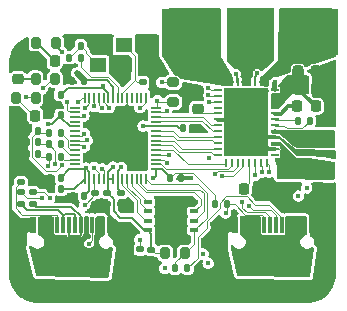
<source format=gbr>
%TF.GenerationSoftware,KiCad,Pcbnew,8.99.0-2194-gb3b7cbcab2*%
%TF.CreationDate,2024-11-16T00:43:09-05:00*%
%TF.ProjectId,minifoc esc,6d696e69-666f-4632-9065-73632e6b6963,V1.0*%
%TF.SameCoordinates,Original*%
%TF.FileFunction,Copper,L1,Top*%
%TF.FilePolarity,Positive*%
%FSLAX46Y46*%
G04 Gerber Fmt 4.6, Leading zero omitted, Abs format (unit mm)*
G04 Created by KiCad (PCBNEW 8.99.0-2194-gb3b7cbcab2) date 2024-11-16 00:43:09*
%MOMM*%
%LPD*%
G01*
G04 APERTURE LIST*
G04 Aperture macros list*
%AMRoundRect*
0 Rectangle with rounded corners*
0 $1 Rounding radius*
0 $2 $3 $4 $5 $6 $7 $8 $9 X,Y pos of 4 corners*
0 Add a 4 corners polygon primitive as box body*
4,1,4,$2,$3,$4,$5,$6,$7,$8,$9,$2,$3,0*
0 Add four circle primitives for the rounded corners*
1,1,$1+$1,$2,$3*
1,1,$1+$1,$4,$5*
1,1,$1+$1,$6,$7*
1,1,$1+$1,$8,$9*
0 Add four rect primitives between the rounded corners*
20,1,$1+$1,$2,$3,$4,$5,0*
20,1,$1+$1,$4,$5,$6,$7,0*
20,1,$1+$1,$6,$7,$8,$9,0*
20,1,$1+$1,$8,$9,$2,$3,0*%
G04 Aperture macros list end*
%TA.AperFunction,SMDPad,CuDef*%
%ADD10RoundRect,0.225000X-0.250000X0.225000X-0.250000X-0.225000X0.250000X-0.225000X0.250000X0.225000X0*%
%TD*%
%TA.AperFunction,SMDPad,CuDef*%
%ADD11RoundRect,0.140000X0.140000X0.170000X-0.140000X0.170000X-0.140000X-0.170000X0.140000X-0.170000X0*%
%TD*%
%TA.AperFunction,SMDPad,CuDef*%
%ADD12RoundRect,0.135000X-0.185000X0.135000X-0.185000X-0.135000X0.185000X-0.135000X0.185000X0.135000X0*%
%TD*%
%TA.AperFunction,SMDPad,CuDef*%
%ADD13RoundRect,0.135000X-0.135000X-0.185000X0.135000X-0.185000X0.135000X0.185000X-0.135000X0.185000X0*%
%TD*%
%TA.AperFunction,SMDPad,CuDef*%
%ADD14RoundRect,0.135000X0.135000X0.185000X-0.135000X0.185000X-0.135000X-0.185000X0.135000X-0.185000X0*%
%TD*%
%TA.AperFunction,SMDPad,CuDef*%
%ADD15RoundRect,0.135000X0.185000X-0.135000X0.185000X0.135000X-0.185000X0.135000X-0.185000X-0.135000X0*%
%TD*%
%TA.AperFunction,SMDPad,CuDef*%
%ADD16RoundRect,0.140000X-0.140000X-0.170000X0.140000X-0.170000X0.140000X0.170000X-0.140000X0.170000X0*%
%TD*%
%TA.AperFunction,SMDPad,CuDef*%
%ADD17RoundRect,0.225000X-0.225000X-0.250000X0.225000X-0.250000X0.225000X0.250000X-0.225000X0.250000X0*%
%TD*%
%TA.AperFunction,SMDPad,CuDef*%
%ADD18R,0.600000X1.450000*%
%TD*%
%TA.AperFunction,SMDPad,CuDef*%
%ADD19R,0.300000X1.450000*%
%TD*%
%TA.AperFunction,ComponentPad*%
%ADD20O,1.000000X2.100000*%
%TD*%
%TA.AperFunction,ComponentPad*%
%ADD21O,1.000000X1.600000*%
%TD*%
%TA.AperFunction,SMDPad,CuDef*%
%ADD22RoundRect,0.200000X0.200000X0.275000X-0.200000X0.275000X-0.200000X-0.275000X0.200000X-0.275000X0*%
%TD*%
%TA.AperFunction,SMDPad,CuDef*%
%ADD23RoundRect,0.140000X-0.170000X0.140000X-0.170000X-0.140000X0.170000X-0.140000X0.170000X0.140000X0*%
%TD*%
%TA.AperFunction,SMDPad,CuDef*%
%ADD24RoundRect,0.200000X-0.200000X-0.275000X0.200000X-0.275000X0.200000X0.275000X-0.200000X0.275000X0*%
%TD*%
%TA.AperFunction,SMDPad,CuDef*%
%ADD25RoundRect,0.218750X-0.218750X-0.256250X0.218750X-0.256250X0.218750X0.256250X-0.218750X0.256250X0*%
%TD*%
%TA.AperFunction,SMDPad,CuDef*%
%ADD26RoundRect,0.225000X0.225000X0.250000X-0.225000X0.250000X-0.225000X-0.250000X0.225000X-0.250000X0*%
%TD*%
%TA.AperFunction,ComponentPad*%
%ADD27R,4.000000X4.000000*%
%TD*%
%TA.AperFunction,SMDPad,CuDef*%
%ADD28R,0.762000X0.304800*%
%TD*%
%TA.AperFunction,SMDPad,CuDef*%
%ADD29R,2.387600X3.098800*%
%TD*%
%TA.AperFunction,SMDPad,CuDef*%
%ADD30RoundRect,0.050000X0.387500X0.050000X-0.387500X0.050000X-0.387500X-0.050000X0.387500X-0.050000X0*%
%TD*%
%TA.AperFunction,SMDPad,CuDef*%
%ADD31RoundRect,0.050000X0.050000X0.387500X-0.050000X0.387500X-0.050000X-0.387500X0.050000X-0.387500X0*%
%TD*%
%TA.AperFunction,HeatsinkPad*%
%ADD32R,3.200000X3.200000*%
%TD*%
%TA.AperFunction,SMDPad,CuDef*%
%ADD33RoundRect,0.225000X0.250000X-0.225000X0.250000X0.225000X-0.250000X0.225000X-0.250000X-0.225000X0*%
%TD*%
%TA.AperFunction,SMDPad,CuDef*%
%ADD34R,3.200000X1.200000*%
%TD*%
%TA.AperFunction,SMDPad,CuDef*%
%ADD35R,0.711200X0.254000*%
%TD*%
%TA.AperFunction,SMDPad,CuDef*%
%ADD36R,0.254000X0.711200*%
%TD*%
%TA.AperFunction,SMDPad,CuDef*%
%ADD37R,3.810000X5.791200*%
%TD*%
%TA.AperFunction,SMDPad,CuDef*%
%ADD38R,1.400000X1.200000*%
%TD*%
%TA.AperFunction,SMDPad,CuDef*%
%ADD39RoundRect,0.218750X-0.256250X0.218750X-0.256250X-0.218750X0.256250X-0.218750X0.256250X0.218750X0*%
%TD*%
%TA.AperFunction,SMDPad,CuDef*%
%ADD40RoundRect,0.200000X0.275000X-0.200000X0.275000X0.200000X-0.275000X0.200000X-0.275000X-0.200000X0*%
%TD*%
%TA.AperFunction,ViaPad*%
%ADD41C,0.450000*%
%TD*%
%TA.AperFunction,Conductor*%
%ADD42C,0.199400*%
%TD*%
%TA.AperFunction,Conductor*%
%ADD43C,0.090000*%
%TD*%
%TA.AperFunction,Conductor*%
%ADD44C,0.300000*%
%TD*%
%TA.AperFunction,Conductor*%
%ADD45C,1.000000*%
%TD*%
%TA.AperFunction,Conductor*%
%ADD46C,0.125000*%
%TD*%
%TA.AperFunction,Conductor*%
%ADD47C,0.500000*%
%TD*%
%TA.AperFunction,Conductor*%
%ADD48C,0.130000*%
%TD*%
G04 APERTURE END LIST*
D10*
%TO.P,C10,2*%
%TO.N,GND*%
X157390000Y-103890000D03*
%TO.P,C10,1*%
%TO.N,/FB_BK*%
X157390000Y-102340000D03*
%TD*%
D11*
%TO.P,C22,1*%
%TO.N,/FB_BK*%
X140600000Y-104200000D03*
%TO.P,C22,2*%
%TO.N,GND*%
X139640000Y-104200000D03*
%TD*%
D12*
%TO.P,R5,1*%
%TO.N,GND*%
X135250000Y-102000000D03*
%TO.P,R5,2*%
%TO.N,Net-(J4-CC1)*%
X135250000Y-103020000D03*
%TD*%
D13*
%TO.P,R3,1*%
%TO.N,/SOC*%
X137590000Y-100880000D03*
%TO.P,R3,2*%
%TO.N,/RP2040/SC*%
X138610000Y-100880000D03*
%TD*%
D11*
%TO.P,C16,1*%
%TO.N,/FB_BK*%
X138640000Y-103640000D03*
%TO.P,C16,2*%
%TO.N,GND*%
X137680000Y-103640000D03*
%TD*%
D14*
%TO.P,R4,1*%
%TO.N,/RP2040/XOUT*%
X140340000Y-92500000D03*
%TO.P,R4,2*%
%TO.N,Net-(C12-Pad2)*%
X139320000Y-92500000D03*
%TD*%
D15*
%TO.P,R11,1*%
%TO.N,/RP2040/USB_N*%
X135260000Y-104930000D03*
%TO.P,R11,2*%
%TO.N,Net-(U2-USB_DM)*%
X135260000Y-103910000D03*
%TD*%
D11*
%TO.P,C6,1*%
%TO.N,/SOB*%
X136680000Y-99660000D03*
%TO.P,C6,2*%
%TO.N,GND*%
X135720000Y-99660000D03*
%TD*%
%TO.P,C19,1*%
%TO.N,/FB_BK*%
X138610000Y-97380000D03*
%TO.P,C19,2*%
%TO.N,GND*%
X137650000Y-97380000D03*
%TD*%
%TO.P,C5,1*%
%TO.N,/SOA*%
X136680000Y-98680000D03*
%TO.P,C5,2*%
%TO.N,GND*%
X135720000Y-98680000D03*
%TD*%
D16*
%TO.P,C18,1*%
%TO.N,/FB_BK*%
X147860000Y-102710000D03*
%TO.P,C18,2*%
%TO.N,GND*%
X148820000Y-102710000D03*
%TD*%
D17*
%TO.P,C2,1*%
%TO.N,VCC*%
X158675000Y-93610000D03*
%TO.P,C2,2*%
%TO.N,GND*%
X160225000Y-93610000D03*
%TD*%
D11*
%TO.P,C7,1*%
%TO.N,/SOC*%
X136690000Y-100640000D03*
%TO.P,C7,2*%
%TO.N,GND*%
X135730000Y-100640000D03*
%TD*%
D18*
%TO.P,J6,A1,GND*%
%TO.N,GND*%
X153340000Y-106665000D03*
%TO.P,J6,A4,VBUS*%
%TO.N,VCC*%
X154140000Y-106665000D03*
D19*
%TO.P,J6,A5,CC1*%
X155340000Y-106665000D03*
%TO.P,J6,A6,D+*%
%TO.N,/RP2040/UART0_TX*%
X156340000Y-106665000D03*
%TO.P,J6,A7,D-*%
%TO.N,/RP2040/UART0_RX*%
X156840000Y-106665000D03*
%TO.P,J6,A8,SBU1*%
%TO.N,VCC*%
X157840000Y-106665000D03*
D18*
%TO.P,J6,A9,VBUS*%
X159040000Y-106665000D03*
%TO.P,J6,A12,GND*%
%TO.N,GND*%
X159840000Y-106665000D03*
%TO.P,J6,B1,GND*%
X159840000Y-106665000D03*
%TO.P,J6,B4,VBUS*%
%TO.N,VCC*%
X159040000Y-106665000D03*
D19*
%TO.P,J6,B5,CC2*%
X158340000Y-106665000D03*
%TO.P,J6,B6,D+*%
%TO.N,/RP2040/USB_BOOT*%
X157340000Y-106665000D03*
%TO.P,J6,B7,D-*%
%TO.N,/RP2040/RUN*%
X155840000Y-106665000D03*
%TO.P,J6,B8,SBU2*%
%TO.N,VCC*%
X154840000Y-106665000D03*
D18*
%TO.P,J6,B9,VBUS*%
X154140000Y-106665000D03*
%TO.P,J6,B12,GND*%
%TO.N,GND*%
X153340000Y-106665000D03*
D20*
%TO.P,J6,S1,SHIELD*%
X152270000Y-107580000D03*
D21*
X152270000Y-111760000D03*
D20*
X160910000Y-107580000D03*
D21*
X160910000Y-111760000D03*
%TD*%
D22*
%TO.P,R8,1*%
%TO.N,/RP2040/QSPI_CS*%
X149105000Y-109060000D03*
%TO.P,R8,2*%
%TO.N,/FB_BK*%
X147455000Y-109060000D03*
%TD*%
D23*
%TO.P,C20,1*%
%TO.N,/FB_BK*%
X142550000Y-103960000D03*
%TO.P,C20,2*%
%TO.N,GND*%
X142550000Y-104920000D03*
%TD*%
D24*
%TO.P,R14,1*%
%TO.N,Net-(D2-A)*%
X136485000Y-94310000D03*
%TO.P,R14,2*%
%TO.N,/RP2040/LED2*%
X138135000Y-94310000D03*
%TD*%
D25*
%TO.P,D3,1,K*%
%TO.N,GND*%
X134872500Y-97420000D03*
%TO.P,D3,2,A*%
%TO.N,Net-(D3-A)*%
X136447500Y-97420000D03*
%TD*%
D12*
%TO.P,R10,1*%
%TO.N,Net-(U2-USB_DP)*%
X136270000Y-103910000D03*
%TO.P,R10,2*%
%TO.N,/RP2040/USB_P*%
X136270000Y-104930000D03*
%TD*%
D23*
%TO.P,C24,1*%
%TO.N,/RP2040/+1.1V*%
X143730000Y-103960000D03*
%TO.P,C24,2*%
%TO.N,GND*%
X143730000Y-104920000D03*
%TD*%
D24*
%TO.P,R12,1*%
%TO.N,Net-(D1-A)*%
X136545000Y-91240000D03*
%TO.P,R12,2*%
%TO.N,/RP2040/LED3*%
X138195000Y-91240000D03*
%TD*%
D23*
%TO.P,C11,1*%
%TO.N,GND*%
X145560000Y-93630000D03*
%TO.P,C11,2*%
%TO.N,/RP2040/XIN*%
X145560000Y-94590000D03*
%TD*%
D16*
%TO.P,C12,1*%
%TO.N,GND*%
X139350000Y-91480000D03*
%TO.P,C12,2*%
%TO.N,Net-(C12-Pad2)*%
X140310000Y-91480000D03*
%TD*%
D26*
%TO.P,C3,1*%
%TO.N,VCC*%
X160185000Y-96630000D03*
%TO.P,C3,2*%
%TO.N,/CP*%
X158635000Y-96630000D03*
%TD*%
D15*
%TO.P,R6,1*%
%TO.N,GND*%
X145340000Y-109760000D03*
%TO.P,R6,2*%
%TO.N,Net-(J4-CC2)*%
X145340000Y-108740000D03*
%TD*%
D27*
%TO.P,J2,1,Pin_1*%
%TO.N,OUTA*%
X160170000Y-90302000D03*
%TO.P,J2,2,Pin_2*%
%TO.N,OUTB*%
X154670000Y-90302000D03*
%TO.P,J2,3,Pin_3*%
%TO.N,OUTC*%
X149170000Y-90302000D03*
%TD*%
D13*
%TO.P,R2,1*%
%TO.N,/SOB*%
X137580000Y-99850000D03*
%TO.P,R2,2*%
%TO.N,/RP2040/SB*%
X138600000Y-99850000D03*
%TD*%
D28*
%TO.P,U3,1,/CS*%
%TO.N,/RP2040/QSPI_CS*%
X149917000Y-107110300D03*
%TO.P,U3,2,DO_(IO1)*%
%TO.N,/RP2040/QSPI_SD1*%
X149917000Y-106310200D03*
%TO.P,U3,3,IO2*%
%TO.N,/RP2040/QSPI_SD2*%
X149917000Y-105510100D03*
%TO.P,U3,4,GND*%
%TO.N,GND*%
X149917000Y-104710000D03*
D29*
X147948500Y-105910150D03*
D28*
%TO.P,U3,5,DI_(IO0)*%
%TO.N,/RP2040/QSPI_SD0*%
X145980000Y-104710000D03*
%TO.P,U3,6,CLK*%
%TO.N,/RP2040/QSPI_SCLK*%
X145980000Y-105510100D03*
%TO.P,U3,7,IO3*%
%TO.N,/RP2040/QSPI_SD3*%
X145980000Y-106310200D03*
%TO.P,U3,8,VCC*%
%TO.N,/FB_BK*%
X145980000Y-107110300D03*
%TD*%
D17*
%TO.P,C1,1*%
%TO.N,VCC*%
X158655000Y-95120000D03*
%TO.P,C1,2*%
%TO.N,GND*%
X160205000Y-95120000D03*
%TD*%
%TO.P,C9,1*%
%TO.N,/VREF{slash}ILIM*%
X154105000Y-103620000D03*
%TO.P,C9,2*%
%TO.N,GND*%
X155655000Y-103620000D03*
%TD*%
D18*
%TO.P,J4,A1,GND*%
%TO.N,GND*%
X136290000Y-106665000D03*
%TO.P,J4,A4,VBUS*%
%TO.N,VCC*%
X137090000Y-106665000D03*
D19*
%TO.P,J4,A5,CC1*%
%TO.N,Net-(J4-CC1)*%
X138290000Y-106665000D03*
%TO.P,J4,A6,D+*%
%TO.N,/RP2040/USB_P*%
X139290000Y-106665000D03*
%TO.P,J4,A7,D-*%
%TO.N,/RP2040/USB_N*%
X139790000Y-106665000D03*
%TO.P,J4,A8,SBU1*%
%TO.N,VCC*%
X140790000Y-106665000D03*
D18*
%TO.P,J4,A9,VBUS*%
X141990000Y-106665000D03*
%TO.P,J4,A12,GND*%
%TO.N,GND*%
X142790000Y-106665000D03*
%TO.P,J4,B1,GND*%
X142790000Y-106665000D03*
%TO.P,J4,B4,VBUS*%
%TO.N,VCC*%
X141990000Y-106665000D03*
D19*
%TO.P,J4,B5,CC2*%
%TO.N,Net-(J4-CC2)*%
X141290000Y-106665000D03*
%TO.P,J4,B6,D+*%
%TO.N,/RP2040/USB_P*%
X140290000Y-106665000D03*
%TO.P,J4,B7,D-*%
%TO.N,/RP2040/USB_N*%
X138790000Y-106665000D03*
%TO.P,J4,B8,SBU2*%
%TO.N,VCC*%
X137790000Y-106665000D03*
D18*
%TO.P,J4,B9,VBUS*%
X137090000Y-106665000D03*
%TO.P,J4,B12,GND*%
%TO.N,GND*%
X136290000Y-106665000D03*
D20*
%TO.P,J4,S1,SHIELD*%
X135220000Y-107580000D03*
D21*
X135220000Y-111760000D03*
D20*
X143860000Y-107580000D03*
D21*
X143860000Y-111760000D03*
%TD*%
D30*
%TO.P,U2,1,IOVDD*%
%TO.N,/FB_BK*%
X146667500Y-101929700D03*
%TO.P,U2,2,GPIO0*%
%TO.N,/SDI*%
X146667500Y-101529700D03*
%TO.P,U2,3,GPIO1*%
%TO.N,/NSCS*%
X146667500Y-101129700D03*
%TO.P,U2,4,GPIO2*%
%TO.N,/SCLK*%
X146667500Y-100729700D03*
%TO.P,U2,5,GPIO3*%
%TO.N,/SDO*%
X146667500Y-100329700D03*
%TO.P,U2,6,GPIO4*%
%TO.N,/INLC*%
X146667500Y-99929700D03*
%TO.P,U2,7,GPIO5*%
%TO.N,/INHC*%
X146667500Y-99529700D03*
%TO.P,U2,8,GPIO6*%
%TO.N,/INLB*%
X146667500Y-99129700D03*
%TO.P,U2,9,GPIO7*%
%TO.N,/INHB*%
X146667500Y-98729700D03*
%TO.P,U2,10,IOVDD*%
%TO.N,/FB_BK*%
X146667500Y-98329700D03*
%TO.P,U2,11,GPIO8*%
%TO.N,/INLA*%
X146667500Y-97929700D03*
%TO.P,U2,12,GPIO9*%
%TO.N,/INHA*%
X146667500Y-97529700D03*
%TO.P,U2,13,GPIO10*%
%TO.N,/DRVOFF*%
X146667500Y-97129700D03*
%TO.P,U2,14,GPIO11*%
%TO.N,/NFAULT*%
X146667500Y-96729700D03*
D31*
%TO.P,U2,15,GPIO12*%
%TO.N,/NSLEEP*%
X145830000Y-95892200D03*
%TO.P,U2,16,GPIO13*%
%TO.N,unconnected-(U2-GPIO13-Pad16)*%
X145430000Y-95892200D03*
%TO.P,U2,17,GPIO14*%
%TO.N,unconnected-(U2-GPIO14-Pad17)*%
X145030000Y-95892200D03*
%TO.P,U2,18,GPIO15*%
%TO.N,unconnected-(U2-GPIO15-Pad18)*%
X144630000Y-95892200D03*
%TO.P,U2,19,TESTEN*%
%TO.N,GND*%
X144230000Y-95892200D03*
%TO.P,U2,20,XIN*%
%TO.N,/RP2040/XIN*%
X143830000Y-95892200D03*
%TO.P,U2,21,XOUT*%
%TO.N,/RP2040/XOUT*%
X143430000Y-95892200D03*
%TO.P,U2,22,IOVDD*%
%TO.N,/FB_BK*%
X143030000Y-95892200D03*
%TO.P,U2,23,DVDD*%
%TO.N,/RP2040/+1.1V*%
X142630000Y-95892200D03*
%TO.P,U2,24,SWCLK*%
%TO.N,/RP2040/SWCLK*%
X142230000Y-95892200D03*
%TO.P,U2,25,SWD*%
%TO.N,/RP2040/SWD*%
X141830000Y-95892200D03*
%TO.P,U2,26,RUN*%
%TO.N,/RP2040/RUN*%
X141430000Y-95892200D03*
%TO.P,U2,27,GPIO16*%
%TO.N,/RP2040/UART0_TX*%
X141030000Y-95892200D03*
%TO.P,U2,28,GPIO17*%
%TO.N,/RP2040/UART0_RX*%
X140630000Y-95892200D03*
D30*
%TO.P,U2,29,GPIO18*%
%TO.N,/RP2040/PWM*%
X139792500Y-96729700D03*
%TO.P,U2,30,GPIO19*%
%TO.N,/RP2040/UART1_TX*%
X139792500Y-97129700D03*
%TO.P,U2,31,GPIO20*%
%TO.N,/RP2040/UART1_RX*%
X139792500Y-97529700D03*
%TO.P,U2,32,GPIO21*%
%TO.N,unconnected-(U2-GPIO21-Pad32)*%
X139792500Y-97929700D03*
%TO.P,U2,33,IOVDD*%
%TO.N,/FB_BK*%
X139792500Y-98329700D03*
%TO.P,U2,34,GPIO22*%
%TO.N,unconnected-(U2-GPIO22-Pad34)*%
X139792500Y-98729700D03*
%TO.P,U2,35,GPIO23*%
%TO.N,/RP2040/LED3*%
X139792500Y-99129700D03*
%TO.P,U2,36,GPIO24*%
%TO.N,/RP2040/LED2*%
X139792500Y-99529700D03*
%TO.P,U2,37,GPIO25*%
%TO.N,/RP2040/LED1*%
X139792500Y-99929700D03*
%TO.P,U2,38,GPIO26_ADC0*%
%TO.N,/RP2040/SA*%
X139792500Y-100329700D03*
%TO.P,U2,39,GPIO27_ADC1*%
%TO.N,/RP2040/SB*%
X139792500Y-100729700D03*
%TO.P,U2,40,GPIO28_ADC2*%
%TO.N,/RP2040/SC*%
X139792500Y-101129700D03*
%TO.P,U2,41,GPIO29_ADC3*%
%TO.N,/RP2040/ADC_3*%
X139792500Y-101529700D03*
%TO.P,U2,42,IOVDD*%
%TO.N,/FB_BK*%
X139792500Y-101929700D03*
D31*
%TO.P,U2,43,ADC_AVDD*%
X140630000Y-102767200D03*
%TO.P,U2,44,VREG_IN*%
X141030000Y-102767200D03*
%TO.P,U2,45,VREG_VOUT*%
%TO.N,/RP2040/+1.1V*%
X141430000Y-102767200D03*
%TO.P,U2,46,USB_DM*%
%TO.N,Net-(U2-USB_DM)*%
X141830000Y-102767200D03*
%TO.P,U2,47,USB_DP*%
%TO.N,Net-(U2-USB_DP)*%
X142230000Y-102767200D03*
%TO.P,U2,48,USB_VDD*%
%TO.N,/FB_BK*%
X142630000Y-102767200D03*
%TO.P,U2,49,IOVDD*%
X143030000Y-102767200D03*
%TO.P,U2,50,DVDD*%
%TO.N,/RP2040/+1.1V*%
X143430000Y-102767200D03*
%TO.P,U2,51,QSPI_SD3*%
%TO.N,/RP2040/QSPI_SD3*%
X143830000Y-102767200D03*
%TO.P,U2,52,QSPI_SCLK*%
%TO.N,/RP2040/QSPI_SCLK*%
X144230000Y-102767200D03*
%TO.P,U2,53,QSPI_SD0*%
%TO.N,/RP2040/QSPI_SD0*%
X144630000Y-102767200D03*
%TO.P,U2,54,QSPI_SD2*%
%TO.N,/RP2040/QSPI_SD2*%
X145030000Y-102767200D03*
%TO.P,U2,55,QSPI_SD1*%
%TO.N,/RP2040/QSPI_SD1*%
X145430000Y-102767200D03*
%TO.P,U2,56,QSPI_SS*%
%TO.N,/RP2040/QSPI_CS*%
X145830000Y-102767200D03*
D32*
%TO.P,U2,57,GND*%
%TO.N,GND*%
X143230000Y-99329700D03*
%TD*%
D33*
%TO.P,C8,1*%
%TO.N,/AVDD*%
X150220000Y-96845000D03*
%TO.P,C8,2*%
%TO.N,GND*%
X150220000Y-95295000D03*
%TD*%
D34*
%TO.P,L1,1*%
%TO.N,/SW_BK*%
X160220000Y-99540000D03*
%TO.P,L1,2*%
%TO.N,/FB_BK*%
X160220000Y-101940000D03*
%TD*%
D11*
%TO.P,C15,1*%
%TO.N,/FB_BK*%
X140560000Y-94480000D03*
%TO.P,C15,2*%
%TO.N,GND*%
X139600000Y-94480000D03*
%TD*%
D25*
%TO.P,D1,1,K*%
%TO.N,GND*%
X136522500Y-92770000D03*
%TO.P,D1,2,A*%
%TO.N,Net-(D1-A)*%
X138097500Y-92770000D03*
%TD*%
D35*
%TO.P,U1,1,NC*%
%TO.N,unconnected-(U1-NC-Pad1)*%
X156730000Y-100730756D03*
%TO.P,U1,2,AGND*%
%TO.N,GND*%
X156730000Y-100230630D03*
%TO.P,U1,3,FB_BK*%
%TO.N,/FB_BK*%
X156730000Y-99730504D03*
%TO.P,U1,4,GND_BK*%
%TO.N,GND*%
X156730000Y-99230378D03*
%TO.P,U1,5,SW_BK*%
%TO.N,/SW_BK*%
X156730000Y-98730252D03*
%TO.P,U1,6,CPL*%
%TO.N,/CPL*%
X156730000Y-98230126D03*
%TO.P,U1,7,CPH*%
%TO.N,/CPH*%
X156730000Y-97730000D03*
%TO.P,U1,8,CP*%
%TO.N,/CP*%
X156730000Y-97229874D03*
%TO.P,U1,9,VM*%
%TO.N,VCC*%
X156730000Y-96729748D03*
%TO.P,U1,10,VM*%
X156730000Y-96229622D03*
%TO.P,U1,11,VM*%
X156730000Y-95729496D03*
%TO.P,U1,12,PGND*%
%TO.N,GND*%
X156730000Y-95229370D03*
D36*
%TO.P,U1,13,OUTA*%
%TO.N,OUTA*%
X156080141Y-94576463D03*
%TO.P,U1,14,OUTA*%
X155580015Y-94576463D03*
%TO.P,U1,15,PGND*%
%TO.N,GND*%
X155079889Y-94576463D03*
%TO.P,U1,16,OUTB*%
%TO.N,OUTB*%
X154579763Y-94576463D03*
%TO.P,U1,17,OUTB*%
X154079637Y-94576463D03*
%TO.P,U1,18,PGND*%
%TO.N,GND*%
X153579511Y-94576463D03*
%TO.P,U1,19,OUTC*%
%TO.N,OUTC*%
X153079385Y-94576463D03*
%TO.P,U1,20,OUTC*%
X152579259Y-94576463D03*
D35*
%TO.P,U1,21,DRVOFF*%
%TO.N,/DRVOFF*%
X151929400Y-95229370D03*
%TO.P,U1,22,NFAULT*%
%TO.N,/NFAULT*%
X151929400Y-95729496D03*
%TO.P,U1,23,NSLEEP*%
%TO.N,/NSLEEP*%
X151929400Y-96229622D03*
%TO.P,U1,24,NC*%
%TO.N,unconnected-(U1-NC-Pad24)*%
X151929400Y-96729748D03*
%TO.P,U1,25,AVDD*%
%TO.N,/AVDD*%
X151929400Y-97229874D03*
%TO.P,U1,26,AGND*%
%TO.N,GND*%
X151929400Y-97730000D03*
%TO.P,U1,27,INHA*%
%TO.N,/INHA*%
X151929400Y-98230126D03*
%TO.P,U1,28,INLA*%
%TO.N,/INLA*%
X151929400Y-98730252D03*
%TO.P,U1,29,INHB*%
%TO.N,/INHB*%
X151929400Y-99230378D03*
%TO.P,U1,30,INLB*%
%TO.N,/INLB*%
X151929400Y-99730504D03*
%TO.P,U1,31,INHC*%
%TO.N,/INHC*%
X151929400Y-100230630D03*
%TO.P,U1,32,INLC*%
%TO.N,/INLC*%
X151929400Y-100730756D03*
D36*
%TO.P,U1,33,SDO*%
%TO.N,/SDO*%
X152579259Y-101383663D03*
%TO.P,U1,34,SDI*%
%TO.N,/SDI*%
X153079385Y-101383663D03*
%TO.P,U1,35,SCLK*%
%TO.N,/SCLK*%
X153579511Y-101383663D03*
%TO.P,U1,36,NSCS*%
%TO.N,/NSCS*%
X154079637Y-101383663D03*
%TO.P,U1,37,VREF/ILIM*%
%TO.N,/VREF{slash}ILIM*%
X154579763Y-101383663D03*
%TO.P,U1,38,SOC*%
%TO.N,/SOC*%
X155079889Y-101383663D03*
%TO.P,U1,39,SOB*%
%TO.N,/SOB*%
X155580015Y-101383663D03*
%TO.P,U1,40,SOA*%
%TO.N,/SOA*%
X156080141Y-101383663D03*
D37*
%TO.P,U1,41,EPAD*%
%TO.N,GND*%
X154329700Y-97980063D03*
%TD*%
D38*
%TO.P,Y1,1,1*%
%TO.N,/RP2040/XIN*%
X143980000Y-91460000D03*
%TO.P,Y1,2,2*%
%TO.N,GND*%
X141780000Y-91460000D03*
%TO.P,Y1,3,3*%
%TO.N,Net-(C12-Pad2)*%
X141780000Y-93160000D03*
%TO.P,Y1,4,4*%
%TO.N,GND*%
X143980000Y-93160000D03*
%TD*%
D23*
%TO.P,C13,1*%
%TO.N,/RP2040/+1.1V*%
X141550000Y-103950000D03*
%TO.P,C13,2*%
%TO.N,GND*%
X141550000Y-104910000D03*
%TD*%
D13*
%TO.P,R1,1*%
%TO.N,/SOA*%
X137590000Y-98850000D03*
%TO.P,R1,2*%
%TO.N,/RP2040/SA*%
X138610000Y-98850000D03*
%TD*%
D16*
%TO.P,C17,1*%
%TO.N,/FB_BK*%
X148949500Y-98480000D03*
%TO.P,C17,2*%
%TO.N,GND*%
X149909500Y-98480000D03*
%TD*%
D39*
%TO.P,D2,1,K*%
%TO.N,GND*%
X135000000Y-92762500D03*
%TO.P,D2,2,A*%
%TO.N,Net-(D2-A)*%
X135000000Y-94337500D03*
%TD*%
D13*
%TO.P,R7,1*%
%TO.N,/RP2040/QSPI_CS*%
X148320000Y-110310000D03*
%TO.P,R7,2*%
%TO.N,/RP2040/USB_BOOT*%
X149340000Y-110310000D03*
%TD*%
D23*
%TO.P,C14,1*%
%TO.N,/FB_BK*%
X146270000Y-108750000D03*
%TO.P,C14,2*%
%TO.N,GND*%
X146270000Y-109710000D03*
%TD*%
D11*
%TO.P,C23,1*%
%TO.N,/RP2040/+1.1V*%
X138590000Y-95630000D03*
%TO.P,C23,2*%
%TO.N,GND*%
X137630000Y-95630000D03*
%TD*%
D40*
%TO.P,R13,1*%
%TO.N,/NFAULT*%
X148150000Y-96245000D03*
%TO.P,R13,2*%
%TO.N,/FB_BK*%
X148150000Y-94595000D03*
%TD*%
D11*
%TO.P,C21,1*%
%TO.N,/FB_BK*%
X138620000Y-102660000D03*
%TO.P,C21,2*%
%TO.N,GND*%
X137660000Y-102660000D03*
%TD*%
D24*
%TO.P,R15,1*%
%TO.N,Net-(D3-A)*%
X134835000Y-95890000D03*
%TO.P,R15,2*%
%TO.N,/RP2040/LED1*%
X136485000Y-95890000D03*
%TD*%
D14*
%TO.P,R9,1*%
%TO.N,/RP2040/RUN*%
X152710000Y-104910000D03*
%TO.P,R9,2*%
%TO.N,/FB_BK*%
X151690000Y-104910000D03*
%TD*%
D16*
%TO.P,C4,1*%
%TO.N,/CPH*%
X158720000Y-97850000D03*
%TO.P,C4,2*%
%TO.N,/CPL*%
X159680000Y-97850000D03*
%TD*%
D41*
%TO.N,VCC*%
X151090000Y-109910000D03*
X141680000Y-110800000D03*
X158655000Y-94410000D03*
X137670000Y-109630000D03*
X157410000Y-108610000D03*
X147410000Y-110350000D03*
X155760000Y-107860000D03*
X137790000Y-110770000D03*
X150660000Y-109110000D03*
X159760000Y-108890000D03*
X159380000Y-94250000D03*
X140430000Y-110800000D03*
X154570000Y-107790000D03*
X140230000Y-109650000D03*
X158730000Y-104220000D03*
X156780000Y-107850000D03*
X158140000Y-107790000D03*
X158510000Y-109680000D03*
X154730000Y-109600000D03*
X136510000Y-109200000D03*
X136740000Y-110210000D03*
X155060000Y-108650000D03*
X157450000Y-95100000D03*
X142500000Y-109990000D03*
X159440000Y-103530000D03*
X156170000Y-110770000D03*
X157290000Y-109620000D03*
X158690000Y-108590000D03*
X156200000Y-108740000D03*
X139110000Y-110800000D03*
X159560000Y-109960000D03*
X141450000Y-109710000D03*
X157430000Y-95990000D03*
X138960000Y-109780000D03*
X154850000Y-110740000D03*
X153570000Y-109170000D03*
X158090000Y-95320000D03*
X158740000Y-110770000D03*
X153800000Y-110180000D03*
X157490000Y-110770000D03*
X156020000Y-109750000D03*
X157810000Y-94440000D03*
%TO.N,GND*%
X150540000Y-98560000D03*
X153660000Y-96630000D03*
X141850000Y-97960000D03*
X149620000Y-102700000D03*
X155264895Y-93841572D03*
X151440000Y-106560000D03*
X156000000Y-98020000D03*
X153660000Y-99490000D03*
X143720000Y-94380000D03*
X156010000Y-99480000D03*
X144600000Y-97960000D03*
X144120000Y-105440000D03*
X154970000Y-96620000D03*
X145530000Y-110540000D03*
X147948500Y-106660000D03*
X137430000Y-96560000D03*
X143230000Y-99329700D03*
X161300000Y-94530000D03*
X141038847Y-105452729D03*
X160840000Y-104840000D03*
X145690000Y-92980000D03*
X134990000Y-99410000D03*
X135760000Y-101390000D03*
X136820000Y-93430000D03*
X152650000Y-96630000D03*
X153650000Y-98020000D03*
X136890000Y-102690000D03*
X138820000Y-104520000D03*
X144230000Y-96970300D03*
X153650000Y-95330000D03*
X146240000Y-110580000D03*
X140810000Y-90770000D03*
X134880000Y-92010000D03*
X156720300Y-94559700D03*
X139030000Y-93550000D03*
X154960000Y-100650000D03*
X141860000Y-100470000D03*
X153330000Y-105550000D03*
X144600000Y-100710000D03*
X147948500Y-105140000D03*
X149340000Y-96100000D03*
X135580000Y-98000000D03*
X152640000Y-98020000D03*
X156010000Y-96630000D03*
X147950000Y-107970000D03*
X142510000Y-105560000D03*
X156410000Y-104240000D03*
X154960000Y-95330000D03*
X153465410Y-93852712D03*
X136930000Y-103250000D03*
X152650000Y-99480000D03*
X139180000Y-90755000D03*
X154970000Y-99490000D03*
X154960000Y-98020000D03*
X153650000Y-100660000D03*
X134960000Y-98660000D03*
X160910000Y-93580000D03*
%TO.N,/FB_BK*%
X140720000Y-101850000D03*
X157530000Y-101370000D03*
X157520000Y-100620000D03*
X146430000Y-102730000D03*
X137570000Y-98110000D03*
X139980000Y-93820000D03*
X143040000Y-101760000D03*
X147160000Y-94600000D03*
X158250000Y-101410000D03*
X145580000Y-98290000D03*
%TO.N,/NFAULT*%
X146800000Y-96140000D03*
X151110245Y-95654919D03*
%TO.N,/SCLK*%
X147752573Y-100777135D03*
X151710000Y-102350000D03*
%TO.N,/SOC*%
X155060000Y-102470000D03*
X137561067Y-101678629D03*
%TO.N,/SOB*%
X155623837Y-102200339D03*
X138160000Y-101500000D03*
%TO.N,/NSCS*%
X147630000Y-101390000D03*
X152298591Y-102560211D03*
%TO.N,/SOA*%
X156248719Y-102188060D03*
X138730000Y-101600000D03*
%TO.N,/DRVOFF*%
X151100000Y-95030000D03*
X147590000Y-96980000D03*
%TO.N,/NSLEEP*%
X145310000Y-96750000D03*
X151174839Y-96276574D03*
%TO.N,/RP2040/+1.1V*%
X142190000Y-94920000D03*
X140630000Y-104980000D03*
X143730000Y-101790000D03*
%TO.N,OUTB*%
X152890000Y-89770000D03*
X152890000Y-88530000D03*
X154640000Y-92760000D03*
X156450000Y-92070000D03*
X152890000Y-90960000D03*
X156450000Y-90960000D03*
X154080000Y-93220000D03*
X153400000Y-92740000D03*
X154090000Y-93830000D03*
X155370000Y-93120000D03*
X155750000Y-92560000D03*
X152890000Y-92070000D03*
X154690000Y-88530000D03*
X154690000Y-92070000D03*
X154640000Y-93830000D03*
X156450000Y-88530000D03*
X156450000Y-89770000D03*
%TO.N,OUTC*%
X150950000Y-89770000D03*
X149310000Y-93170000D03*
X147620000Y-92070000D03*
X150950000Y-90960000D03*
X149190000Y-92070000D03*
X151270000Y-93520000D03*
X147620000Y-89770000D03*
X152130000Y-93480000D03*
X147620000Y-90960000D03*
X150950000Y-92070000D03*
X150950000Y-88530000D03*
X151780000Y-92490000D03*
X149190000Y-88530000D03*
X150130000Y-93920000D03*
X147620000Y-88530000D03*
X148280000Y-92970000D03*
X150450000Y-92970000D03*
%TO.N,OUTA*%
X160190000Y-92070000D03*
X161720000Y-92070000D03*
X157320000Y-92030000D03*
X156350000Y-93720000D03*
X158390000Y-92070000D03*
X157620000Y-91060000D03*
X161720000Y-89770000D03*
X161710000Y-88530000D03*
X161720000Y-90960000D03*
X158390000Y-90960000D03*
X160190000Y-88530000D03*
X158390000Y-88530000D03*
X157090000Y-93010000D03*
X158390000Y-89770000D03*
X157970000Y-92650000D03*
%TO.N,Net-(J4-CC2)*%
X141000000Y-108240000D03*
X145290000Y-107910000D03*
%TO.N,/RP2040/RUN*%
X151170000Y-100980000D03*
X141400000Y-96630000D03*
X152560000Y-105660000D03*
%TO.N,Net-(U2-USB_DP)*%
X142129421Y-101910221D03*
X137684463Y-104375537D03*
%TO.N,Net-(U2-USB_DM)*%
X137059482Y-104380660D03*
X141440000Y-101810000D03*
%TO.N,/RP2040/UART1_TX*%
X139180000Y-96240000D03*
%TO.N,/RP2040/SWCLK*%
X142734500Y-96740300D03*
%TO.N,/RP2040/SWD*%
X142109593Y-96751263D03*
%TO.N,/RP2040/UART0_RX*%
X140100000Y-96220000D03*
X154509308Y-105032356D03*
%TO.N,/RP2040/UART0_TX*%
X153980000Y-104700000D03*
X140650000Y-96750000D03*
%TO.N,/RP2040/UART1_RX*%
X140570000Y-97450000D03*
%TO.N,/RP2040/LED1*%
X135690000Y-95830000D03*
X140590000Y-100060000D03*
%TO.N,/RP2040/LED2*%
X137080000Y-95100000D03*
X140869205Y-99496829D03*
%TO.N,/RP2040/LED3*%
X140613608Y-98926480D03*
X138700000Y-92020000D03*
%TD*%
D42*
%TO.N,GND*%
X134880000Y-92010000D02*
X134880000Y-92642500D01*
X134880000Y-92642500D02*
X135000000Y-92762500D01*
D43*
X135580000Y-98000000D02*
X135000000Y-97420000D01*
X135000000Y-97420000D02*
X134872500Y-97420000D01*
D44*
%TO.N,VCC*%
X141595000Y-108435000D02*
X141220000Y-108810000D01*
X141990000Y-107470000D02*
X141595000Y-107865000D01*
X141990000Y-106665000D02*
X141990000Y-107470000D01*
X137790000Y-107410000D02*
X137790000Y-106665000D01*
D45*
X158675000Y-94240000D02*
X158655000Y-94260000D01*
D44*
X140790000Y-106665000D02*
X140790000Y-107479620D01*
D43*
X155340000Y-106665000D02*
X154140000Y-106665000D01*
D44*
X140790000Y-107479620D02*
X140379620Y-107890000D01*
D45*
X158675000Y-93610000D02*
X158675000Y-94240000D01*
D43*
X157840000Y-106665000D02*
X159040000Y-106665000D01*
D42*
X156720300Y-96749685D02*
X156720300Y-95749433D01*
D44*
X160185000Y-96630000D02*
X159390000Y-95835000D01*
X137090000Y-107524695D02*
X137090000Y-106665000D01*
X141595000Y-107865000D02*
X141595000Y-108435000D01*
X138375305Y-108810000D02*
X137090000Y-107524695D01*
X159370000Y-95835000D02*
X158655000Y-95120000D01*
X138270000Y-107890000D02*
X137790000Y-107410000D01*
X159390000Y-95835000D02*
X159370000Y-95835000D01*
X141220000Y-108810000D02*
X138375305Y-108810000D01*
X137790000Y-106665000D02*
X137090000Y-106665000D01*
D45*
X158655000Y-94260000D02*
X158655000Y-95120000D01*
D44*
X140379620Y-107890000D02*
X138270000Y-107890000D01*
%TO.N,GND*%
X155570315Y-99250315D02*
X154320000Y-98000000D01*
D43*
X149917000Y-104710000D02*
X149148650Y-104710000D01*
D46*
X141550000Y-104941576D02*
X141038847Y-105452729D01*
D44*
X151919700Y-97749937D02*
X154069937Y-97749937D01*
D46*
X155790000Y-103620000D02*
X155655000Y-103620000D01*
D43*
X150220000Y-95300000D02*
X150240000Y-95320000D01*
X148820000Y-102710000D02*
X149610000Y-102710000D01*
D44*
X156720300Y-94559700D02*
X156720300Y-95249307D01*
D43*
X142550000Y-104920000D02*
X142550000Y-105520000D01*
D42*
X136820000Y-93430000D02*
X136522500Y-93132500D01*
D43*
X145340000Y-110350000D02*
X145530000Y-110540000D01*
X145340000Y-109760000D02*
X145340000Y-110350000D01*
D46*
X137660000Y-102660000D02*
X136920000Y-102660000D01*
D42*
X155070189Y-94106494D02*
X155070189Y-94596400D01*
X155139700Y-93966767D02*
X155139700Y-94036983D01*
D44*
X154320000Y-98352741D02*
X156217826Y-100250567D01*
D46*
X160710000Y-95120000D02*
X160205000Y-95120000D01*
D43*
X146270000Y-110550000D02*
X146240000Y-110580000D01*
D46*
X160910000Y-93580000D02*
X160255000Y-93580000D01*
D42*
X155264895Y-93841572D02*
X155139700Y-93966767D01*
D43*
X149909500Y-98480000D02*
X150460000Y-98480000D01*
D46*
X157047774Y-100250567D02*
X156720300Y-100250567D01*
D43*
X137650000Y-96780000D02*
X137650000Y-97380000D01*
D44*
X149340000Y-96100000D02*
X149415000Y-96100000D01*
X156217826Y-100250567D02*
X156720300Y-100250567D01*
D43*
X150220000Y-95295000D02*
X150145000Y-95295000D01*
X144120000Y-105440000D02*
X143730000Y-105050000D01*
D42*
X153465410Y-93852712D02*
X153569811Y-93957113D01*
X153569811Y-93957113D02*
X153569811Y-94596400D01*
D43*
X144230000Y-96970300D02*
X144230000Y-98329700D01*
D42*
X155139700Y-94036983D02*
X155070189Y-94106494D01*
D43*
X144230000Y-95892200D02*
X144230000Y-96970300D01*
D46*
X141550000Y-104910000D02*
X141550000Y-104941576D01*
D43*
X139600000Y-94120000D02*
X139600000Y-94480000D01*
X135730000Y-101360000D02*
X135760000Y-101390000D01*
D46*
X156410000Y-104240000D02*
X155790000Y-103620000D01*
D44*
X156720300Y-99250315D02*
X155570315Y-99250315D01*
X149415000Y-96100000D02*
X150220000Y-95295000D01*
D43*
X137430000Y-96560000D02*
X137650000Y-96780000D01*
X135720000Y-99660000D02*
X135240000Y-99660000D01*
D44*
X154320000Y-98000000D02*
X154320000Y-98352741D01*
D46*
X137320000Y-103640000D02*
X137680000Y-103640000D01*
D43*
X144230000Y-98329700D02*
X143230000Y-99329700D01*
X135240000Y-99660000D02*
X134990000Y-99410000D01*
X139030000Y-93550000D02*
X139600000Y-94120000D01*
D42*
X136522500Y-93132500D02*
X136522500Y-92770000D01*
D43*
X135720000Y-98680000D02*
X134980000Y-98680000D01*
X143730000Y-105050000D02*
X143730000Y-104920000D01*
X142550000Y-105520000D02*
X142510000Y-105560000D01*
D46*
X136930000Y-103250000D02*
X137320000Y-103640000D01*
X136920000Y-102660000D02*
X136890000Y-102690000D01*
D43*
X135730000Y-100640000D02*
X135730000Y-101360000D01*
X134980000Y-98680000D02*
X134960000Y-98660000D01*
D46*
X161300000Y-94530000D02*
X160710000Y-95120000D01*
D43*
X146270000Y-109710000D02*
X146270000Y-110550000D01*
X143980000Y-93160000D02*
X143480000Y-93160000D01*
D46*
X160255000Y-93580000D02*
X160225000Y-93610000D01*
D43*
X149610000Y-102710000D02*
X149620000Y-102700000D01*
D46*
X139640000Y-104200000D02*
X139140000Y-104200000D01*
D43*
X150460000Y-98480000D02*
X150540000Y-98560000D01*
D46*
X139140000Y-104200000D02*
X138820000Y-104520000D01*
D43*
X143480000Y-93160000D02*
X141780000Y-91460000D01*
D44*
X154069937Y-97749937D02*
X154320000Y-98000000D01*
%TO.N,/CP*%
X157222774Y-97249811D02*
X156720300Y-97249811D01*
X158635000Y-96630000D02*
X157842585Y-96630000D01*
X157842585Y-96630000D02*
X157222774Y-97249811D01*
D46*
%TO.N,/CPL*%
X159032500Y-98497500D02*
X159680000Y-97850000D01*
X157490063Y-98250063D02*
X157737500Y-98497500D01*
X156720300Y-98250063D02*
X157490063Y-98250063D01*
X157737500Y-98497500D02*
X159032500Y-98497500D01*
%TO.N,/CPH*%
X158324937Y-97749937D02*
X158425000Y-97850000D01*
X156720300Y-97749937D02*
X158324937Y-97749937D01*
%TO.N,/AVDD*%
X150220000Y-96845000D02*
X150604874Y-97229874D01*
X150604874Y-97229874D02*
X151929400Y-97229874D01*
%TO.N,/VREF{slash}ILIM*%
X154570063Y-101403600D02*
X154570063Y-103154937D01*
X154570063Y-103154937D02*
X154105000Y-103620000D01*
D42*
%TO.N,/FB_BK*%
X146667500Y-101929700D02*
X147179500Y-101929700D01*
X138610000Y-97570000D02*
X139369700Y-98329700D01*
X146667500Y-102492500D02*
X146430000Y-102730000D01*
X139369700Y-98329700D02*
X139792500Y-98329700D01*
D43*
X149794326Y-102245000D02*
X148325000Y-102245000D01*
D42*
X146270000Y-107400300D02*
X145980000Y-107110300D01*
X148604500Y-98480000D02*
X148949500Y-98480000D01*
X143619700Y-106039700D02*
X143100300Y-105520300D01*
X140630000Y-102767200D02*
X140630000Y-101940000D01*
D43*
X147455000Y-109060000D02*
X146580000Y-109060000D01*
D44*
X158840000Y-101940000D02*
X157345600Y-100445600D01*
D47*
X139980000Y-93820000D02*
X140560000Y-94400000D01*
D42*
X140630000Y-102767200D02*
X139757200Y-103640000D01*
X142494200Y-94410000D02*
X140630000Y-94410000D01*
X148454200Y-98329700D02*
X148604500Y-98480000D01*
X141030000Y-102767200D02*
X141030000Y-103770000D01*
X139792500Y-101929700D02*
X140640300Y-101929700D01*
X146270000Y-108750000D02*
X146270000Y-107400300D01*
X144629700Y-106039700D02*
X143619700Y-106039700D01*
X146667500Y-98329700D02*
X145619700Y-98329700D01*
X145619700Y-98329700D02*
X145580000Y-98290000D01*
X143100300Y-104510300D02*
X142550000Y-103960000D01*
X145980000Y-107110300D02*
X145700300Y-107110300D01*
D43*
X151690000Y-104140674D02*
X149794326Y-102245000D01*
X148325000Y-102245000D02*
X147860000Y-102710000D01*
X147165000Y-94595000D02*
X147160000Y-94600000D01*
D42*
X147179500Y-101929700D02*
X147860000Y-102610200D01*
X142630000Y-102767200D02*
X143030000Y-102767200D01*
X145700300Y-107110300D02*
X144629700Y-106039700D01*
X143030000Y-94945800D02*
X142494200Y-94410000D01*
X141030000Y-103770000D02*
X140600000Y-104200000D01*
X143040000Y-101760000D02*
X142630000Y-102170000D01*
X141030000Y-102767200D02*
X141030000Y-102160000D01*
X142630000Y-103880000D02*
X142550000Y-103960000D01*
X146667500Y-101929700D02*
X146667500Y-102492500D01*
X140640300Y-101929700D02*
X140720000Y-101850000D01*
X143100300Y-105520300D02*
X143100300Y-104510300D01*
D47*
X140560000Y-94400000D02*
X140560000Y-94480000D01*
D42*
X140630000Y-94410000D02*
X140560000Y-94480000D01*
X142630000Y-102767200D02*
X142630000Y-103880000D01*
X139792500Y-101929700D02*
X139350300Y-101929700D01*
X138610000Y-97380000D02*
X138610000Y-97570000D01*
X147860000Y-102610200D02*
X147860000Y-102710000D01*
X141030000Y-102160000D02*
X140720000Y-101850000D01*
X139757200Y-103640000D02*
X138640000Y-103640000D01*
D44*
X157345600Y-100445600D02*
X157345600Y-100408825D01*
D42*
X138610000Y-97380000D02*
X137880000Y-98110000D01*
D43*
X146580000Y-109060000D02*
X146270000Y-108750000D01*
D44*
X160220000Y-101940000D02*
X158840000Y-101940000D01*
D43*
X151690000Y-104910000D02*
X151690000Y-104140674D01*
D42*
X142630000Y-102170000D02*
X142630000Y-102767200D01*
D43*
X148150000Y-94595000D02*
X147165000Y-94595000D01*
D42*
X137880000Y-98110000D02*
X137570000Y-98110000D01*
X143030000Y-95892200D02*
X143030000Y-94945800D01*
X146667500Y-98329700D02*
X148454200Y-98329700D01*
X139350300Y-101929700D02*
X138620000Y-102660000D01*
X140630000Y-101940000D02*
X140720000Y-101850000D01*
D44*
%TO.N,/SW_BK*%
X156790111Y-98820000D02*
X159500000Y-98820000D01*
X156720300Y-98750189D02*
X156790111Y-98820000D01*
X159500000Y-98820000D02*
X160220000Y-99540000D01*
D46*
%TO.N,/INLC*%
X146667500Y-99929700D02*
X148049844Y-99929700D01*
X148049844Y-99929700D02*
X148585774Y-100465630D01*
X151336800Y-100465630D02*
X151601926Y-100730756D01*
X151601926Y-100730756D02*
X151929400Y-100730756D01*
X148585774Y-100465630D02*
X151336800Y-100465630D01*
D43*
%TO.N,/NFAULT*%
X146905000Y-96245000D02*
X146800000Y-96140000D01*
X151184822Y-95729496D02*
X151110245Y-95654919D01*
X146800000Y-96140000D02*
X146800000Y-96597200D01*
X151929400Y-95729496D02*
X151184822Y-95729496D01*
X146800000Y-96597200D02*
X146667500Y-96729700D01*
X148150000Y-96245000D02*
X146905000Y-96245000D01*
%TO.N,/SCLK*%
X151965737Y-102094263D02*
X153161385Y-102094263D01*
X153579511Y-101676137D02*
X153579511Y-101383663D01*
X147705138Y-100729700D02*
X146667500Y-100729700D01*
X151710000Y-102350000D02*
X151965737Y-102094263D01*
X153161385Y-102094263D02*
X153579511Y-101676137D01*
X147752573Y-100777135D02*
X147705138Y-100729700D01*
D46*
%TO.N,/SOC*%
X155060000Y-102470000D02*
X155070189Y-102459811D01*
D43*
X137590000Y-100880000D02*
X136930000Y-100880000D01*
D46*
X155070189Y-102459811D02*
X155070189Y-101403600D01*
D43*
X137590000Y-101649696D02*
X137561067Y-101678629D01*
X137590000Y-100880000D02*
X137590000Y-101649696D01*
X136930000Y-100880000D02*
X136690000Y-100640000D01*
%TO.N,/SOB*%
X137580000Y-99850000D02*
X138160000Y-100430000D01*
D46*
X155570315Y-101632200D02*
X155570315Y-101403600D01*
D43*
X138160000Y-100430000D02*
X138160000Y-101500000D01*
X137580000Y-99850000D02*
X136870000Y-99850000D01*
X136870000Y-99850000D02*
X136680000Y-99660000D01*
D46*
X155623837Y-102200339D02*
X155623837Y-101685722D01*
X155623837Y-101685722D02*
X155570315Y-101632200D01*
D43*
%TO.N,/NSCS*%
X153195563Y-102560211D02*
X154079637Y-101676137D01*
X154079637Y-101676137D02*
X154079637Y-101383663D01*
X152298591Y-102560211D02*
X153195563Y-102560211D01*
X147630000Y-101390000D02*
X147369700Y-101129700D01*
X147369700Y-101129700D02*
X146667500Y-101129700D01*
D46*
%TO.N,/INHC*%
X146667500Y-99529700D02*
X148215020Y-99529700D01*
X148915950Y-100230630D02*
X151929400Y-100230630D01*
X148215020Y-99529700D02*
X148915950Y-100230630D01*
D43*
%TO.N,/SOA*%
X138206371Y-102123629D02*
X138730000Y-101600000D01*
X137376741Y-102123629D02*
X138206371Y-102123629D01*
X136165000Y-100911888D02*
X137376741Y-102123629D01*
X136165000Y-99195000D02*
X136165000Y-100911888D01*
X136850000Y-98850000D02*
X136680000Y-98680000D01*
D46*
X156248719Y-102188060D02*
X156248719Y-101581878D01*
D43*
X136680000Y-98680000D02*
X136165000Y-99195000D01*
X137590000Y-98850000D02*
X136850000Y-98850000D01*
D46*
X156248719Y-101581878D02*
X156070441Y-101403600D01*
D43*
%TO.N,/SDI*%
X147139700Y-101529700D02*
X146667500Y-101529700D01*
X152797385Y-101894263D02*
X147504263Y-101894263D01*
X153079385Y-101383663D02*
X153079385Y-101612263D01*
X147504263Y-101894263D02*
X147139700Y-101529700D01*
X153079385Y-101612263D02*
X152797385Y-101894263D01*
%TO.N,/DRVOFF*%
X151929400Y-95229370D02*
X151299370Y-95229370D01*
X147590000Y-96980000D02*
X147440300Y-97129700D01*
X147440300Y-97129700D02*
X146667500Y-97129700D01*
X151299370Y-95229370D02*
X151100000Y-95030000D01*
%TO.N,/NSLEEP*%
X151221791Y-96229622D02*
X151174839Y-96276574D01*
X151929400Y-96229622D02*
X151221791Y-96229622D01*
X145830000Y-95892200D02*
X145830000Y-96230000D01*
X145830000Y-96230000D02*
X145310000Y-96750000D01*
D46*
%TO.N,/INHB*%
X148580378Y-99230378D02*
X151929400Y-99230378D01*
X148079700Y-98729700D02*
X148580378Y-99230378D01*
X146667500Y-98729700D02*
X148079700Y-98729700D01*
%TO.N,/INLA*%
X151507912Y-98730252D02*
X150603035Y-97825375D01*
X151929400Y-98730252D02*
X151507912Y-98730252D01*
X147125375Y-97825375D02*
X147021050Y-97929700D01*
X150603035Y-97825375D02*
X147125375Y-97825375D01*
X147021050Y-97929700D02*
X146667500Y-97929700D01*
%TO.N,/INLB*%
X151401300Y-99465378D02*
X151666426Y-99730504D01*
X146667500Y-99129700D02*
X148147360Y-99129700D01*
X151666426Y-99730504D02*
X151929400Y-99730504D01*
X148147360Y-99129700D02*
X148483038Y-99465378D01*
X148483038Y-99465378D02*
X151401300Y-99465378D01*
%TO.N,/INHA*%
X150639700Y-97529700D02*
X151340126Y-98230126D01*
X151340126Y-98230126D02*
X151929400Y-98230126D01*
X146667500Y-97529700D02*
X150639700Y-97529700D01*
D43*
%TO.N,/SDO*%
X149352552Y-101540000D02*
X152422922Y-101540000D01*
X152422922Y-101540000D02*
X152579259Y-101383663D01*
X148142252Y-100329700D02*
X149352552Y-101540000D01*
X146667500Y-100329700D02*
X148142252Y-100329700D01*
%TO.N,/RP2040/XIN*%
X144865000Y-94419700D02*
X144694700Y-94590000D01*
X143830000Y-95892200D02*
X143830000Y-95454700D01*
X144865000Y-92345000D02*
X144865000Y-94419700D01*
X144865000Y-94419700D02*
X145035300Y-94590000D01*
X143980000Y-91460000D02*
X144865000Y-92345000D01*
X143830000Y-95454700D02*
X144694700Y-94590000D01*
X145035300Y-94590000D02*
X145560000Y-94590000D01*
%TO.N,Net-(C12-Pad2)*%
X140310000Y-91510000D02*
X139320000Y-92500000D01*
X140765000Y-91935000D02*
X140310000Y-91480000D01*
X140310000Y-91480000D02*
X140310000Y-91510000D01*
X140765000Y-92145000D02*
X140765000Y-91935000D01*
X141780000Y-93160000D02*
X140765000Y-92145000D01*
D42*
%TO.N,/RP2040/+1.1V*%
X143430000Y-102090000D02*
X143730000Y-101790000D01*
X142630000Y-95892200D02*
X142630000Y-95486042D01*
X143430000Y-102767200D02*
X143430000Y-103660000D01*
X143430000Y-102767200D02*
X143430000Y-102090000D01*
X142190000Y-94920000D02*
X142040000Y-95070000D01*
D46*
X141550000Y-104060000D02*
X141550000Y-103950000D01*
D42*
X139189500Y-95070300D02*
X138629800Y-95630000D01*
X142630000Y-95486042D02*
X142214258Y-95070300D01*
D46*
X141430000Y-103830000D02*
X141550000Y-103950000D01*
X140630000Y-104980000D02*
X141550000Y-104060000D01*
D42*
X138629800Y-95630000D02*
X138590000Y-95630000D01*
X142214258Y-95070300D02*
X139189500Y-95070300D01*
X143430000Y-103660000D02*
X143730000Y-103960000D01*
D46*
X141430000Y-102767200D02*
X141430000Y-103830000D01*
D42*
%TO.N,Net-(D1-A)*%
X138097500Y-92757500D02*
X136580000Y-91240000D01*
X138097500Y-92770000D02*
X138097500Y-92757500D01*
X136580000Y-91240000D02*
X136545000Y-91240000D01*
D44*
%TO.N,OUTB*%
X154069937Y-94596400D02*
X154570063Y-94596400D01*
%TO.N,OUTC*%
X153069685Y-94596400D02*
X152569559Y-94596400D01*
%TO.N,OUTA*%
X155570315Y-94596400D02*
X156070441Y-94596400D01*
D48*
%TO.N,/RP2040/USB_P*%
X139505000Y-105155000D02*
X136495000Y-105155000D01*
X140290000Y-105940000D02*
X139505000Y-105155000D01*
X140290000Y-106665000D02*
X140290000Y-105940000D01*
X136495000Y-105155000D02*
X136270000Y-104930000D01*
X140290000Y-107520000D02*
X140290000Y-106665000D01*
X139335000Y-107565000D02*
X140245000Y-107565000D01*
X139290000Y-106665000D02*
X139290000Y-107520000D01*
X140245000Y-107565000D02*
X140290000Y-107520000D01*
X139290000Y-107520000D02*
X139335000Y-107565000D01*
%TO.N,/RP2040/USB_N*%
X138790000Y-105940000D02*
X138790000Y-106665000D01*
X139790000Y-106665000D02*
X139790000Y-105810000D01*
X138375000Y-105395000D02*
X135725000Y-105395000D01*
X135725000Y-105395000D02*
X135260000Y-104930000D01*
X138965000Y-105765000D02*
X138790000Y-105940000D01*
X138790000Y-105810000D02*
X138375000Y-105395000D01*
X139745000Y-105765000D02*
X138965000Y-105765000D01*
X138790000Y-106665000D02*
X138790000Y-105810000D01*
X139790000Y-105810000D02*
X139745000Y-105765000D01*
D43*
%TO.N,Net-(J4-CC2)*%
X145290000Y-108690000D02*
X145340000Y-108740000D01*
X141290000Y-107950000D02*
X141000000Y-108240000D01*
X145290000Y-107910000D02*
X145290000Y-108690000D01*
X141290000Y-106665000D02*
X141290000Y-107950000D01*
%TO.N,Net-(J4-CC1)*%
X138225000Y-105785000D02*
X138290000Y-105850000D01*
X135345000Y-105785000D02*
X138225000Y-105785000D01*
X135250000Y-103020000D02*
X134785000Y-103485000D01*
X134785000Y-105225000D02*
X135345000Y-105785000D01*
X134785000Y-103485000D02*
X134785000Y-105225000D01*
X138290000Y-105850000D02*
X138290000Y-106665000D01*
%TO.N,/RP2040/XOUT*%
X141165300Y-94155300D02*
X142599700Y-94155300D01*
X140340000Y-92500000D02*
X140340000Y-93330000D01*
X140340000Y-93330000D02*
X141165300Y-94155300D01*
X142599700Y-94155300D02*
X143430000Y-94985600D01*
X143430000Y-94985600D02*
X143430000Y-95892200D01*
%TO.N,/RP2040/USB_BOOT*%
X156225674Y-104952831D02*
X155059109Y-104952831D01*
X152115000Y-104771136D02*
X152115000Y-105220000D01*
X150995000Y-106900000D02*
X150877500Y-107017500D01*
X157340000Y-106665000D02*
X157340000Y-106067157D01*
X152636136Y-104250000D02*
X152115000Y-104771136D01*
X150995000Y-106340000D02*
X150995000Y-106900000D01*
X154356278Y-104250000D02*
X152636136Y-104250000D01*
X152115000Y-105220000D02*
X150995000Y-106340000D01*
X155059109Y-104952831D02*
X154356278Y-104250000D01*
X150205000Y-107690000D02*
X150205000Y-109445000D01*
X150995000Y-106900000D02*
X150205000Y-107690000D01*
X157340000Y-106067157D02*
X156225674Y-104952831D01*
X150205000Y-109445000D02*
X149340000Y-110310000D01*
%TO.N,/RP2040/QSPI_CS*%
X149917000Y-108248000D02*
X149105000Y-109060000D01*
X149105000Y-109060000D02*
X148320000Y-109845000D01*
X149917000Y-107110300D02*
X149917000Y-108248000D01*
X146249379Y-103186579D02*
X145830000Y-102767200D01*
X148320000Y-109845000D02*
X148320000Y-110310000D01*
X150960000Y-106067300D02*
X150960000Y-103947831D01*
X150960000Y-103947831D02*
X150198748Y-103186579D01*
X149917000Y-107110300D02*
X150960000Y-106067300D01*
X150198748Y-103186579D02*
X146249379Y-103186579D01*
%TO.N,/RP2040/RUN*%
X155840000Y-105980000D02*
X155645000Y-105785000D01*
X152710000Y-104910000D02*
X152710000Y-105510000D01*
X152710000Y-105510000D02*
X152560000Y-105660000D01*
X154245000Y-105785000D02*
X153370000Y-104910000D01*
X155840000Y-106665000D02*
X155840000Y-105980000D01*
X141430000Y-95892200D02*
X141430000Y-96600000D01*
X153370000Y-104910000D02*
X152710000Y-104910000D01*
X141430000Y-96600000D02*
X141400000Y-96630000D01*
X155645000Y-105785000D02*
X154245000Y-105785000D01*
%TO.N,Net-(U2-USB_DP)*%
X137218926Y-103910000D02*
X136270000Y-103910000D01*
X142230000Y-102010800D02*
X142129421Y-101910221D01*
X137684463Y-104375537D02*
X137218926Y-103910000D01*
X142230000Y-102767200D02*
X142230000Y-102010800D01*
%TO.N,Net-(U2-USB_DM)*%
X141440000Y-101810000D02*
X141440000Y-101850126D01*
X135730660Y-104380660D02*
X137059482Y-104380660D01*
X141440000Y-101850126D02*
X141830000Y-102240126D01*
X135260000Y-103910000D02*
X135730660Y-104380660D01*
X141830000Y-102240126D02*
X141830000Y-102767200D01*
D42*
%TO.N,Net-(D2-A)*%
X135027500Y-94310000D02*
X135000000Y-94337500D01*
X136485000Y-94310000D02*
X135027500Y-94310000D01*
D46*
%TO.N,Net-(D3-A)*%
X136365000Y-97420000D02*
X136447500Y-97420000D01*
X134835000Y-95890000D02*
X136365000Y-97420000D01*
D43*
%TO.N,/RP2040/QSPI_SCLK*%
X145290000Y-104840000D02*
X145960100Y-105510100D01*
X144230000Y-103439570D02*
X145290000Y-104499570D01*
X145960100Y-105510100D02*
X145980000Y-105510100D01*
X144230000Y-102767200D02*
X144230000Y-103439570D01*
X145290000Y-104499570D02*
X145290000Y-104840000D01*
%TO.N,/RP2040/UART1_TX*%
X139792500Y-97129700D02*
X139355000Y-97129700D01*
X139355000Y-97129700D02*
X139180000Y-96954700D01*
X139180000Y-96954700D02*
X139180000Y-96240000D01*
%TO.N,/RP2040/QSPI_SD3*%
X145830200Y-106310200D02*
X145980000Y-106310200D01*
X143830000Y-103322412D02*
X145070000Y-104562412D01*
X145070000Y-104562412D02*
X145070000Y-105550000D01*
X145070000Y-105550000D02*
X145830200Y-106310200D01*
X143830000Y-102767200D02*
X143830000Y-103322412D01*
%TO.N,/RP2040/SWCLK*%
X142230000Y-96235800D02*
X142230000Y-95892200D01*
X142734500Y-96740300D02*
X142230000Y-96235800D01*
%TO.N,/RP2040/QSPI_SD1*%
X150720000Y-105507200D02*
X150720000Y-103990674D01*
X150399326Y-103670000D02*
X145886842Y-103670000D01*
X145886842Y-103670000D02*
X145430000Y-103213158D01*
X145430000Y-103213158D02*
X145430000Y-102767200D01*
X150720000Y-103990674D02*
X150399326Y-103670000D01*
X149917000Y-106310200D02*
X150720000Y-105507200D01*
%TO.N,/RP2040/SWD*%
X141830000Y-96471670D02*
X141830000Y-95892200D01*
X142109593Y-96751263D02*
X141830000Y-96471670D01*
%TO.N,/RP2040/QSPI_SD0*%
X144630000Y-103360000D02*
X144630000Y-102767200D01*
X145980000Y-104710000D02*
X144630000Y-103360000D01*
%TO.N,/RP2040/QSPI_SD2*%
X149870000Y-103880000D02*
X145800000Y-103880000D01*
X150453000Y-104463000D02*
X149870000Y-103880000D01*
X149917000Y-105510100D02*
X150453000Y-104974100D01*
X145800000Y-103880000D02*
X145030000Y-103110000D01*
X150453000Y-104974100D02*
X150453000Y-104463000D01*
X145030000Y-103110000D02*
X145030000Y-102767200D01*
%TO.N,/RP2040/UART0_RX*%
X156375000Y-105385000D02*
X156840000Y-105850000D01*
X140100000Y-96220000D02*
X140427800Y-95892200D01*
X154861952Y-105385000D02*
X156375000Y-105385000D01*
X140427800Y-95892200D02*
X140630000Y-95892200D01*
X154509308Y-105032356D02*
X154861952Y-105385000D01*
X156840000Y-105850000D02*
X156840000Y-106665000D01*
%TO.N,/RP2040/UART0_TX*%
X140650000Y-96750000D02*
X141030000Y-96370000D01*
X153980000Y-104700000D02*
X153980000Y-105200000D01*
X141030000Y-96370000D02*
X141030000Y-95892200D01*
X154365000Y-105585000D02*
X155945000Y-105585000D01*
X153980000Y-105200000D02*
X154365000Y-105585000D01*
X155945000Y-105585000D02*
X156340000Y-105980000D01*
X156340000Y-105980000D02*
X156340000Y-106665000D01*
%TO.N,/RP2040/UART1_RX*%
X140490300Y-97529700D02*
X139792500Y-97529700D01*
X140570000Y-97450000D02*
X140490300Y-97529700D01*
D46*
%TO.N,/RP2040/LED1*%
X135690000Y-95830000D02*
X136425000Y-95830000D01*
X136425000Y-95830000D02*
X136485000Y-95890000D01*
X140459700Y-99929700D02*
X140590000Y-100060000D01*
X139792500Y-99929700D02*
X140459700Y-99929700D01*
%TO.N,/RP2040/LED2*%
X137870000Y-94310000D02*
X138135000Y-94310000D01*
X137080000Y-95100000D02*
X137870000Y-94310000D01*
X139792500Y-99529700D02*
X140836334Y-99529700D01*
X140836334Y-99529700D02*
X140869205Y-99496829D01*
%TO.N,/RP2040/LED3*%
X139792500Y-99129700D02*
X140410388Y-99129700D01*
X140410388Y-99129700D02*
X140613608Y-98926480D01*
D42*
X138700000Y-92020000D02*
X138195000Y-91515000D01*
X138195000Y-91515000D02*
X138195000Y-91240000D01*
D43*
%TO.N,/RP2040/SA*%
X139792500Y-100329700D02*
X139463700Y-100329700D01*
X138610000Y-98890000D02*
X138610000Y-98850000D01*
X139463700Y-100329700D02*
X139200000Y-100066000D01*
X139200000Y-99480000D02*
X138610000Y-98890000D01*
X139200000Y-100066000D02*
X139200000Y-99480000D01*
%TO.N,/RP2040/SB*%
X139792500Y-100729700D02*
X139355000Y-100729700D01*
X138600000Y-99974700D02*
X138600000Y-99850000D01*
X139355000Y-100729700D02*
X138600000Y-99974700D01*
%TO.N,/RP2040/SC*%
X139792500Y-101129700D02*
X138859700Y-101129700D01*
X138859700Y-101129700D02*
X138610000Y-100880000D01*
%TD*%
%TA.AperFunction,Conductor*%
%TO.N,/SW_BK*%
G36*
X157548706Y-98604273D02*
G01*
X157562783Y-98608462D01*
X157577457Y-98607760D01*
X157610225Y-98620870D01*
X157624377Y-98629036D01*
X157639504Y-98644163D01*
X157671296Y-98657331D01*
X157703088Y-98670500D01*
X157703089Y-98670500D01*
X159066909Y-98670500D01*
X159066912Y-98670500D01*
X159098704Y-98657331D01*
X159104699Y-98654848D01*
X159104701Y-98654846D01*
X159111873Y-98651876D01*
X159130497Y-98644162D01*
X159139787Y-98634871D01*
X159154304Y-98626607D01*
X159172699Y-98622261D01*
X159189286Y-98613203D01*
X159216091Y-98610369D01*
X161718490Y-98619519D01*
X161785457Y-98639448D01*
X161831019Y-98692419D01*
X161841796Y-98751252D01*
X161836552Y-98835170D01*
X161830000Y-98940000D01*
X161830000Y-98940010D01*
X161821019Y-100026640D01*
X161800781Y-100093514D01*
X161747600Y-100138831D01*
X161696635Y-100149614D01*
X158653819Y-100140105D01*
X158590916Y-100122737D01*
X158312984Y-99957770D01*
X158297754Y-99947110D01*
X157530869Y-99319660D01*
X157153139Y-99010608D01*
X157143544Y-99003551D01*
X157122800Y-98997203D01*
X157081314Y-98984507D01*
X156601053Y-98979048D01*
X156548286Y-98966595D01*
X156507344Y-98946709D01*
X156455642Y-98899713D01*
X156437520Y-98835170D01*
X156437520Y-98724663D01*
X156457205Y-98657624D01*
X156510009Y-98611869D01*
X156561966Y-98600665D01*
X157548706Y-98604273D01*
G37*
%TD.AperFunction*%
%TD*%
%TA.AperFunction,Conductor*%
%TO.N,VCC*%
G36*
X159372393Y-105950775D02*
G01*
X159418222Y-106003515D01*
X159429500Y-106055185D01*
X159429500Y-107400887D01*
X159430797Y-107407408D01*
X159424567Y-107476999D01*
X159381703Y-107532175D01*
X159341273Y-107551370D01*
X159320569Y-107556917D01*
X159257865Y-107573719D01*
X159257863Y-107573719D01*
X159257863Y-107573720D01*
X159126635Y-107649485D01*
X159126632Y-107649487D01*
X159019487Y-107756632D01*
X159019485Y-107756635D01*
X158943719Y-107887863D01*
X158904500Y-108034234D01*
X158904500Y-108185765D01*
X158943719Y-108332136D01*
X158976151Y-108388308D01*
X159019485Y-108463365D01*
X159126635Y-108570515D01*
X159257865Y-108646281D01*
X159404234Y-108685500D01*
X159404236Y-108685500D01*
X159555764Y-108685500D01*
X159555766Y-108685500D01*
X159702135Y-108646281D01*
X159833365Y-108570515D01*
X159835365Y-108568514D01*
X159837466Y-108567367D01*
X159839811Y-108565568D01*
X159840091Y-108565933D01*
X159896682Y-108535028D01*
X159966374Y-108540008D01*
X160022310Y-108581876D01*
X160046731Y-108647339D01*
X160046019Y-108672134D01*
X159744238Y-111000159D01*
X159716099Y-111064111D01*
X159657851Y-111102698D01*
X159619254Y-111108202D01*
X153666948Y-111011573D01*
X153600237Y-110990803D01*
X153555345Y-110937263D01*
X153548150Y-110915532D01*
X153032360Y-108685500D01*
X152995435Y-108525851D01*
X152999507Y-108456101D01*
X153040642Y-108399624D01*
X153105781Y-108374351D01*
X153174243Y-108388308D01*
X153223632Y-108435907D01*
X153239485Y-108463365D01*
X153346635Y-108570515D01*
X153477865Y-108646281D01*
X153624234Y-108685500D01*
X153624236Y-108685500D01*
X153775764Y-108685500D01*
X153775766Y-108685500D01*
X153922135Y-108646281D01*
X154053365Y-108570515D01*
X154160515Y-108463365D01*
X154236281Y-108332135D01*
X154275500Y-108185766D01*
X154275500Y-108034234D01*
X154236281Y-107887865D01*
X154160515Y-107756635D01*
X154053365Y-107649485D01*
X153922135Y-107573719D01*
X153838725Y-107551369D01*
X153779066Y-107515005D01*
X153748537Y-107452158D01*
X153749204Y-107407398D01*
X153750500Y-107400884D01*
X153750500Y-106062814D01*
X153770185Y-105995775D01*
X153822989Y-105950020D01*
X153874325Y-105938814D01*
X154190972Y-105938369D01*
X154212765Y-105940500D01*
X154214069Y-105940500D01*
X155455500Y-105940500D01*
X155522539Y-105960185D01*
X155568294Y-106012989D01*
X155579500Y-106064500D01*
X155579500Y-107400888D01*
X155585909Y-107433112D01*
X155585911Y-107433115D01*
X155610333Y-107469666D01*
X155646884Y-107494088D01*
X155646887Y-107494090D01*
X155679111Y-107500499D01*
X155679115Y-107500500D01*
X155679116Y-107500500D01*
X156000885Y-107500500D01*
X156000886Y-107500499D01*
X156011725Y-107498343D01*
X156033112Y-107494090D01*
X156033113Y-107494089D01*
X156033115Y-107494089D01*
X156033115Y-107494088D01*
X156042547Y-107490182D01*
X156112016Y-107482713D01*
X156137453Y-107490182D01*
X156146887Y-107494090D01*
X156179111Y-107500499D01*
X156179115Y-107500500D01*
X156179116Y-107500500D01*
X156500885Y-107500500D01*
X156500886Y-107500499D01*
X156511725Y-107498343D01*
X156533112Y-107494090D01*
X156533113Y-107494089D01*
X156533115Y-107494089D01*
X156533115Y-107494088D01*
X156542547Y-107490182D01*
X156612016Y-107482713D01*
X156637453Y-107490182D01*
X156646887Y-107494090D01*
X156679111Y-107500499D01*
X156679115Y-107500500D01*
X156679116Y-107500500D01*
X157000885Y-107500500D01*
X157000886Y-107500499D01*
X157011725Y-107498343D01*
X157033112Y-107494090D01*
X157033113Y-107494089D01*
X157033115Y-107494089D01*
X157033115Y-107494088D01*
X157042547Y-107490182D01*
X157112016Y-107482713D01*
X157137453Y-107490182D01*
X157146887Y-107494090D01*
X157179111Y-107500499D01*
X157179115Y-107500500D01*
X157179116Y-107500500D01*
X157500885Y-107500500D01*
X157500886Y-107500499D01*
X157511725Y-107498343D01*
X157533112Y-107494090D01*
X157533112Y-107494089D01*
X157533115Y-107494089D01*
X157569666Y-107469666D01*
X157594089Y-107433115D01*
X157600500Y-107400884D01*
X157600500Y-106057406D01*
X157620185Y-105990367D01*
X157672989Y-105944612D01*
X157724322Y-105933406D01*
X159305330Y-105931186D01*
X159372393Y-105950775D01*
G37*
%TD.AperFunction*%
%TD*%
%TA.AperFunction,Conductor*%
%TO.N,VCC*%
G36*
X159548745Y-94019960D02*
G01*
X159594783Y-94072517D01*
X159606102Y-94118242D01*
X159644335Y-94858989D01*
X159644500Y-94865381D01*
X159644500Y-95409315D01*
X159645253Y-95415035D01*
X159634488Y-95484071D01*
X159588108Y-95536326D01*
X159526473Y-95555151D01*
X158190000Y-95600000D01*
X158189998Y-95600001D01*
X157117082Y-96837239D01*
X157058290Y-96874991D01*
X157023401Y-96880000D01*
X156561520Y-96880000D01*
X156494481Y-96860315D01*
X156448726Y-96807511D01*
X156437520Y-96756000D01*
X156437520Y-95599717D01*
X156457205Y-95532678D01*
X156510009Y-95486923D01*
X156579167Y-95476979D01*
X156608970Y-95485155D01*
X156652227Y-95503073D01*
X156668480Y-95509806D01*
X156668481Y-95509806D01*
X156668483Y-95509807D01*
X156668484Y-95509807D01*
X156772116Y-95509807D01*
X156772117Y-95509807D01*
X156852988Y-95476308D01*
X156900440Y-95466870D01*
X157096485Y-95466870D01*
X157096486Y-95466869D01*
X157107325Y-95464713D01*
X157128712Y-95460460D01*
X157128712Y-95460459D01*
X157128715Y-95460459D01*
X157165266Y-95436036D01*
X157189689Y-95399485D01*
X157196100Y-95367254D01*
X157196100Y-95091486D01*
X157192538Y-95073579D01*
X157189690Y-95059257D01*
X157189688Y-95059254D01*
X157165266Y-95022703D01*
X157128715Y-94998281D01*
X157117431Y-94993607D01*
X157118561Y-94990878D01*
X157073250Y-94967170D01*
X157038683Y-94906451D01*
X157042430Y-94836682D01*
X157065211Y-94797253D01*
X157703148Y-94052993D01*
X157761721Y-94014905D01*
X157796623Y-94009695D01*
X159481601Y-94000636D01*
X159548745Y-94019960D01*
G37*
%TD.AperFunction*%
%TD*%
%TA.AperFunction,Conductor*%
%TO.N,GND*%
G36*
X134409453Y-96558446D02*
G01*
X134422118Y-96567793D01*
X134457575Y-96580200D01*
X134550299Y-96612646D01*
X134580730Y-96615500D01*
X135066489Y-96615500D01*
X135133528Y-96635185D01*
X135154170Y-96651819D01*
X135723181Y-97220829D01*
X135756666Y-97282152D01*
X135759500Y-97308510D01*
X135759500Y-97721144D01*
X135765509Y-97777024D01*
X135812662Y-97903447D01*
X135812664Y-97903450D01*
X135893528Y-98011472D01*
X135984553Y-98079612D01*
X136001549Y-98092335D01*
X136001552Y-98092337D01*
X136134284Y-98141843D01*
X136190218Y-98183714D01*
X136214635Y-98249178D01*
X136201436Y-98314320D01*
X136163981Y-98387827D01*
X136163981Y-98387828D01*
X136149500Y-98479264D01*
X136149500Y-98741236D01*
X136129815Y-98808275D01*
X136113182Y-98828917D01*
X135983559Y-98958541D01*
X135928541Y-99013559D01*
X135889638Y-99080940D01*
X135889638Y-99080941D01*
X135881968Y-99109565D01*
X135881968Y-99109566D01*
X135881967Y-99109565D01*
X135870501Y-99152362D01*
X135870497Y-99152376D01*
X135869500Y-99156091D01*
X135869500Y-100950794D01*
X135875020Y-100971396D01*
X135875022Y-100971402D01*
X135877351Y-100980091D01*
X135889638Y-101025947D01*
X135920961Y-101080200D01*
X135924587Y-101086480D01*
X135924589Y-101086485D01*
X135928538Y-101093325D01*
X135928540Y-101093328D01*
X135928541Y-101093329D01*
X137195300Y-102360088D01*
X137262683Y-102398992D01*
X137262685Y-102398993D01*
X137337834Y-102419128D01*
X137337838Y-102419129D01*
X137415645Y-102419129D01*
X137965500Y-102419129D01*
X138032539Y-102438814D01*
X138078294Y-102491618D01*
X138089500Y-102543129D01*
X138089501Y-102860735D01*
X138089501Y-102860739D01*
X138103981Y-102952170D01*
X138103981Y-102952171D01*
X138103982Y-102952174D01*
X138103983Y-102952175D01*
X138160140Y-103062390D01*
X138160142Y-103062392D01*
X138160145Y-103062396D01*
X138170570Y-103072821D01*
X138204055Y-103134144D01*
X138199071Y-103203836D01*
X138183213Y-103233379D01*
X138180144Y-103237602D01*
X138123981Y-103347827D01*
X138123981Y-103347828D01*
X138109500Y-103439264D01*
X138109500Y-103840739D01*
X138109883Y-103845596D01*
X138107974Y-103845746D01*
X138100035Y-103906984D01*
X138055016Y-103960417D01*
X137988256Y-103981029D01*
X137920950Y-103962276D01*
X137919499Y-103961357D01*
X137884022Y-103938558D01*
X137752831Y-103900037D01*
X137752830Y-103900037D01*
X137678225Y-103900037D01*
X137611186Y-103880352D01*
X137590544Y-103863718D01*
X137400369Y-103673543D01*
X137400367Y-103673541D01*
X137379004Y-103661207D01*
X137332985Y-103634638D01*
X137332984Y-103634637D01*
X137332980Y-103634636D01*
X137295408Y-103624568D01*
X137295408Y-103624569D01*
X137257830Y-103614500D01*
X137257829Y-103614500D01*
X136883041Y-103614500D01*
X136816002Y-103594815D01*
X136780667Y-103555104D01*
X136779048Y-103556261D01*
X136773076Y-103547897D01*
X136682102Y-103456923D01*
X136682099Y-103456921D01*
X136566521Y-103400419D01*
X136566519Y-103400418D01*
X136566518Y-103400418D01*
X136491582Y-103389500D01*
X136048418Y-103389500D01*
X135995911Y-103397150D01*
X135973473Y-103400419D01*
X135969041Y-103401789D01*
X135899178Y-103402768D01*
X135839877Y-103365820D01*
X135809964Y-103302678D01*
X135809739Y-103265440D01*
X135820500Y-103191582D01*
X135820500Y-102848418D01*
X135809582Y-102773482D01*
X135788187Y-102729718D01*
X135753078Y-102657900D01*
X135753076Y-102657897D01*
X135662102Y-102566923D01*
X135662099Y-102566921D01*
X135546521Y-102510419D01*
X135546519Y-102510418D01*
X135546518Y-102510418D01*
X135471582Y-102499500D01*
X135028418Y-102499500D01*
X134953482Y-102510418D01*
X134953480Y-102510418D01*
X134953478Y-102510419D01*
X134837900Y-102566921D01*
X134837897Y-102566923D01*
X134746923Y-102657897D01*
X134746921Y-102657900D01*
X134690419Y-102773478D01*
X134690418Y-102773480D01*
X134690418Y-102773482D01*
X134679500Y-102848418D01*
X134679500Y-102848423D01*
X134679500Y-103121238D01*
X134659815Y-103188277D01*
X134643181Y-103208919D01*
X134548543Y-103303556D01*
X134548541Y-103303559D01*
X134509637Y-103370941D01*
X134509637Y-103370942D01*
X134503282Y-103394658D01*
X134501372Y-103401789D01*
X134490156Y-103443649D01*
X134490154Y-103443655D01*
X134489500Y-103446092D01*
X134489500Y-105263904D01*
X134498354Y-105296945D01*
X134498355Y-105296950D01*
X134509636Y-105339055D01*
X134509637Y-105339058D01*
X134509638Y-105339059D01*
X134516092Y-105350238D01*
X134546872Y-105403551D01*
X134548541Y-105406442D01*
X134548542Y-105406443D01*
X134869314Y-105727214D01*
X135163559Y-106021459D01*
X135230417Y-106060060D01*
X135230944Y-106060364D01*
X135306093Y-106080499D01*
X135306097Y-106080500D01*
X135383904Y-106080500D01*
X136321000Y-106080500D01*
X136388039Y-106100185D01*
X136433794Y-106152989D01*
X136445000Y-106204500D01*
X136445000Y-107156287D01*
X136425315Y-107223326D01*
X136372511Y-107269081D01*
X136303353Y-107279025D01*
X136286065Y-107275264D01*
X136218248Y-107255351D01*
X136218236Y-107255348D01*
X136146259Y-107245000D01*
X136146258Y-107245000D01*
X136004206Y-107245000D01*
X135958117Y-107249191D01*
X135936804Y-107253099D01*
X135914107Y-107257262D01*
X135895595Y-107261373D01*
X135895593Y-107261374D01*
X135895591Y-107261374D01*
X135895590Y-107261375D01*
X135867479Y-107275024D01*
X135805911Y-107304917D01*
X135750211Y-107347117D01*
X135716518Y-107377735D01*
X135716513Y-107377740D01*
X135664611Y-107462853D01*
X135640571Y-107528457D01*
X135625522Y-107599607D01*
X135609881Y-107837596D01*
X135609881Y-107837597D01*
X135608717Y-107855302D01*
X135608222Y-107866715D01*
X135607991Y-107877798D01*
X135607991Y-107877809D01*
X135620066Y-107960936D01*
X135620071Y-107960959D01*
X135641336Y-108027479D01*
X135641346Y-108027505D01*
X135644181Y-108034236D01*
X135659022Y-108069471D01*
X135722037Y-108146721D01*
X135722039Y-108146723D01*
X135722042Y-108146726D01*
X135735537Y-108157868D01*
X135774702Y-108215729D01*
X135776367Y-108285579D01*
X135757278Y-108325543D01*
X135757335Y-108325581D01*
X135757068Y-108325983D01*
X135756830Y-108326483D01*
X135755813Y-108327878D01*
X135755803Y-108327894D01*
X135732380Y-108366945D01*
X135732379Y-108366949D01*
X135707267Y-108463413D01*
X135707264Y-108463429D01*
X135703193Y-108533165D01*
X135703193Y-108533170D01*
X135707450Y-108583425D01*
X135709331Y-108605637D01*
X136259224Y-110983117D01*
X136265595Y-111005825D01*
X136265602Y-111005848D01*
X136272794Y-111027570D01*
X136319558Y-111111420D01*
X136319560Y-111111422D01*
X136319561Y-111111424D01*
X136364453Y-111164964D01*
X136396711Y-111197118D01*
X136484285Y-111244753D01*
X136550996Y-111265523D01*
X136622801Y-111277039D01*
X142575107Y-111373668D01*
X142615324Y-111371143D01*
X142653921Y-111365639D01*
X142666703Y-111363484D01*
X142758956Y-111325699D01*
X142817204Y-111287112D01*
X142852782Y-111258674D01*
X142909962Y-111177011D01*
X142938101Y-111113059D01*
X142957618Y-111043005D01*
X143262378Y-108692001D01*
X143264392Y-108666501D01*
X143265105Y-108641711D01*
X143249099Y-108545070D01*
X143244658Y-108533165D01*
X143224683Y-108479615D01*
X143224680Y-108479606D01*
X143205023Y-108438523D01*
X143205021Y-108438521D01*
X143205021Y-108438520D01*
X143138406Y-108364362D01*
X143138401Y-108364357D01*
X143082470Y-108322490D01*
X143062886Y-108310393D01*
X143016195Y-108258415D01*
X143005738Y-108193894D01*
X143005500Y-108193894D01*
X143005500Y-108192425D01*
X143005017Y-108189445D01*
X143005113Y-108188705D01*
X143005500Y-108185766D01*
X143005500Y-108034236D01*
X143005500Y-108034234D01*
X142966281Y-107887865D01*
X142890515Y-107756635D01*
X142783365Y-107649485D01*
X142696976Y-107599608D01*
X142692454Y-107596997D01*
X142680399Y-107584354D01*
X142665219Y-107575709D01*
X142656789Y-107559591D01*
X142644239Y-107546429D01*
X142640848Y-107529114D01*
X142632837Y-107513796D01*
X142630949Y-107478553D01*
X142631445Y-107473022D01*
X142634176Y-107442508D01*
X142635000Y-107440414D01*
X142635000Y-107438845D01*
X142635207Y-107434197D01*
X142635279Y-107430190D01*
X142635178Y-107428304D01*
X142635000Y-107421670D01*
X142635000Y-106065202D01*
X142635000Y-106065199D01*
X142629123Y-106010714D01*
X142617845Y-105959044D01*
X142610534Y-105932503D01*
X142561081Y-105845942D01*
X142561080Y-105845940D01*
X142515255Y-105793205D01*
X142482430Y-105761620D01*
X142482428Y-105761619D01*
X142459171Y-105749494D01*
X142459164Y-105749491D01*
X142443736Y-105741449D01*
X142387740Y-105704034D01*
X142314674Y-105689500D01*
X142281668Y-105689500D01*
X142262676Y-105686796D01*
X142262674Y-105686796D01*
X142254972Y-105685700D01*
X142254971Y-105685700D01*
X142196870Y-105685781D01*
X141673956Y-105686516D01*
X141619841Y-105692392D01*
X141619834Y-105692394D01*
X141578059Y-105701512D01*
X141527427Y-105701982D01*
X141464674Y-105689500D01*
X141115326Y-105689500D01*
X141064190Y-105699671D01*
X141062405Y-105699747D01*
X141061570Y-105700162D01*
X141054492Y-105700086D01*
X141026295Y-105701293D01*
X141021000Y-105700704D01*
X140964674Y-105689500D01*
X140920252Y-105689500D01*
X140913418Y-105688740D01*
X140912811Y-105688486D01*
X140909647Y-105688262D01*
X140904969Y-105687596D01*
X140769888Y-105687785D01*
X140702821Y-105668194D01*
X140656993Y-105615454D01*
X140646953Y-105546310D01*
X140675889Y-105482713D01*
X140734614Y-105444857D01*
X140734781Y-105444808D01*
X140829558Y-105416979D01*
X140829559Y-105416979D01*
X140835633Y-105413076D01*
X140944589Y-105343055D01*
X141034130Y-105239718D01*
X141090931Y-105115342D01*
X141110390Y-104980000D01*
X141110389Y-104979999D01*
X141110854Y-104976771D01*
X141139879Y-104913215D01*
X141145897Y-104906750D01*
X141535830Y-104516818D01*
X141597153Y-104483333D01*
X141623511Y-104480499D01*
X141750739Y-104480499D01*
X141750739Y-104480498D01*
X141796454Y-104473258D01*
X141842170Y-104466018D01*
X141842171Y-104466018D01*
X141842172Y-104466017D01*
X141842175Y-104466017D01*
X141952391Y-104409859D01*
X141957314Y-104404935D01*
X142018631Y-104371448D01*
X142088323Y-104376427D01*
X142132680Y-104404931D01*
X142147603Y-104419854D01*
X142147605Y-104419855D01*
X142147609Y-104419859D01*
X142257825Y-104476017D01*
X142257826Y-104476017D01*
X142257828Y-104476018D01*
X142292947Y-104481579D01*
X142349265Y-104490500D01*
X142533877Y-104490499D01*
X142563317Y-104499143D01*
X142593304Y-104505666D01*
X142598319Y-104509420D01*
X142600917Y-104510183D01*
X142621559Y-104526817D01*
X142713781Y-104619038D01*
X142747266Y-104680361D01*
X142750100Y-104706720D01*
X142750100Y-105566406D01*
X142773965Y-105655474D01*
X142773967Y-105655478D01*
X142820070Y-105735329D01*
X143217864Y-106133121D01*
X143339468Y-106254725D01*
X143339470Y-106254728D01*
X143404672Y-106319930D01*
X143444045Y-106342662D01*
X143453214Y-106347956D01*
X143453217Y-106347958D01*
X143484522Y-106366032D01*
X143484523Y-106366033D01*
X143484525Y-106366033D01*
X143484528Y-106366035D01*
X143573596Y-106389901D01*
X143573599Y-106389901D01*
X143673401Y-106389901D01*
X143673417Y-106389900D01*
X144433280Y-106389900D01*
X144500319Y-106409585D01*
X144520961Y-106426219D01*
X145313554Y-107218812D01*
X145322616Y-107235408D01*
X145335749Y-107249019D01*
X145346155Y-107278516D01*
X145347039Y-107280135D01*
X145347491Y-107282303D01*
X145348288Y-107286310D01*
X145342059Y-107355902D01*
X145299196Y-107411078D01*
X145233306Y-107434322D01*
X145226670Y-107434500D01*
X145221632Y-107434500D01*
X145090440Y-107473021D01*
X144975413Y-107546942D01*
X144975409Y-107546946D01*
X144885872Y-107650278D01*
X144885867Y-107650285D01*
X144829070Y-107774654D01*
X144829068Y-107774662D01*
X144809610Y-107910000D01*
X144829068Y-108045337D01*
X144829070Y-108045345D01*
X144885867Y-108169714D01*
X144890665Y-108177179D01*
X144888977Y-108178263D01*
X144913215Y-108231335D01*
X144903271Y-108300494D01*
X144878158Y-108336663D01*
X144836923Y-108377897D01*
X144836921Y-108377900D01*
X144780419Y-108493478D01*
X144780418Y-108493480D01*
X144780418Y-108493482D01*
X144769500Y-108568418D01*
X144769500Y-108911582D01*
X144780418Y-108986518D01*
X144780418Y-108986519D01*
X144780419Y-108986521D01*
X144836921Y-109102099D01*
X144836923Y-109102102D01*
X144927897Y-109193076D01*
X144927900Y-109193078D01*
X145026414Y-109241238D01*
X145043482Y-109249582D01*
X145118418Y-109260500D01*
X145118423Y-109260500D01*
X145561577Y-109260500D01*
X145561582Y-109260500D01*
X145636518Y-109249582D01*
X145740334Y-109198828D01*
X145809207Y-109187069D01*
X145858464Y-109206309D01*
X145858914Y-109205428D01*
X145867607Y-109209857D01*
X145867609Y-109209859D01*
X145977825Y-109266017D01*
X145977826Y-109266017D01*
X145977828Y-109266018D01*
X146012947Y-109271579D01*
X146069265Y-109280500D01*
X146337689Y-109280499D01*
X146353177Y-109284648D01*
X146366921Y-109283994D01*
X146399687Y-109297111D01*
X146430259Y-109314761D01*
X146458281Y-109330939D01*
X146458283Y-109330941D01*
X146465939Y-109335361D01*
X146465941Y-109335362D01*
X146541096Y-109355500D01*
X146541097Y-109355500D01*
X146696907Y-109355500D01*
X146763946Y-109375185D01*
X146809701Y-109427989D01*
X146813948Y-109438545D01*
X146820903Y-109458420D01*
X146852207Y-109547882D01*
X146932850Y-109657150D01*
X147042118Y-109737793D01*
X147077004Y-109750000D01*
X147087738Y-109753756D01*
X147144514Y-109794477D01*
X147170261Y-109859430D01*
X147156805Y-109927992D01*
X147113823Y-109975112D01*
X147095412Y-109986943D01*
X147095409Y-109986946D01*
X147005872Y-110090278D01*
X147005867Y-110090285D01*
X146949070Y-110214654D01*
X146949068Y-110214662D01*
X146929610Y-110350000D01*
X146949068Y-110485337D01*
X146949070Y-110485345D01*
X147005867Y-110609714D01*
X147005872Y-110609721D01*
X147095409Y-110713053D01*
X147095413Y-110713057D01*
X147155979Y-110751979D01*
X147210439Y-110786978D01*
X147276036Y-110806239D01*
X147341632Y-110825500D01*
X147341633Y-110825500D01*
X147478367Y-110825500D01*
X147609561Y-110786978D01*
X147721669Y-110714931D01*
X147788706Y-110695247D01*
X147855745Y-110714932D01*
X147876387Y-110731566D01*
X147957897Y-110813076D01*
X147957900Y-110813078D01*
X148068656Y-110867222D01*
X148073482Y-110869582D01*
X148148418Y-110880500D01*
X148148423Y-110880500D01*
X148491577Y-110880500D01*
X148491582Y-110880500D01*
X148566518Y-110869582D01*
X148624310Y-110841329D01*
X148682099Y-110813078D01*
X148682102Y-110813076D01*
X148742319Y-110752860D01*
X148803642Y-110719375D01*
X148873334Y-110724359D01*
X148917681Y-110752860D01*
X148977897Y-110813076D01*
X148977900Y-110813078D01*
X149088656Y-110867222D01*
X149093482Y-110869582D01*
X149168418Y-110880500D01*
X149168423Y-110880500D01*
X149511577Y-110880500D01*
X149511582Y-110880500D01*
X149586518Y-110869582D01*
X149644310Y-110841329D01*
X149702099Y-110813078D01*
X149702102Y-110813076D01*
X149793076Y-110722102D01*
X149793078Y-110722099D01*
X149848016Y-110609721D01*
X149849582Y-110606518D01*
X149860500Y-110531582D01*
X149860500Y-110258762D01*
X149880185Y-110191723D01*
X149896819Y-110171081D01*
X150157900Y-109910000D01*
X150425368Y-109642531D01*
X150486689Y-109609048D01*
X150556380Y-109614032D01*
X150612314Y-109655903D01*
X150636731Y-109721368D01*
X150628810Y-109765344D01*
X150631567Y-109766154D01*
X150629068Y-109774662D01*
X150609610Y-109910000D01*
X150629068Y-110045337D01*
X150629070Y-110045345D01*
X150685867Y-110169714D01*
X150685872Y-110169721D01*
X150775409Y-110273053D01*
X150775413Y-110273057D01*
X150835979Y-110311979D01*
X150890439Y-110346978D01*
X150956036Y-110366239D01*
X151021632Y-110385500D01*
X151021633Y-110385500D01*
X151158367Y-110385500D01*
X151289561Y-110346978D01*
X151404589Y-110273055D01*
X151494130Y-110169718D01*
X151550931Y-110045342D01*
X151570390Y-109910000D01*
X151550931Y-109774658D01*
X151526594Y-109721368D01*
X151494132Y-109650285D01*
X151494127Y-109650278D01*
X151404590Y-109546946D01*
X151404586Y-109546942D01*
X151289559Y-109473021D01*
X151186492Y-109442758D01*
X151127714Y-109404984D01*
X151098689Y-109341428D01*
X151108633Y-109272270D01*
X151120931Y-109245342D01*
X151140390Y-109110000D01*
X151120931Y-108974658D01*
X151092122Y-108911576D01*
X151064132Y-108850285D01*
X151064127Y-108850278D01*
X150974590Y-108746946D01*
X150974586Y-108746942D01*
X150869591Y-108679468D01*
X150859561Y-108673022D01*
X150859560Y-108673021D01*
X150859559Y-108673021D01*
X150728368Y-108634500D01*
X150728367Y-108634500D01*
X150624500Y-108634500D01*
X150557461Y-108614815D01*
X150511706Y-108562011D01*
X150500500Y-108510500D01*
X150500500Y-107863762D01*
X150520185Y-107796723D01*
X150536819Y-107776081D01*
X150834347Y-107478553D01*
X151137538Y-107175362D01*
X151231459Y-107081442D01*
X151270362Y-107014059D01*
X151290500Y-106938904D01*
X151290500Y-106861096D01*
X151290500Y-106513761D01*
X151310185Y-106446722D01*
X151326815Y-106426084D01*
X151928420Y-105824478D01*
X151989741Y-105790995D01*
X152059432Y-105795979D01*
X152115366Y-105837850D01*
X152128893Y-105860648D01*
X152155870Y-105919718D01*
X152155872Y-105919721D01*
X152245409Y-106023053D01*
X152245413Y-106023057D01*
X152302991Y-106060059D01*
X152360439Y-106096978D01*
X152426036Y-106116239D01*
X152491632Y-106135500D01*
X152491633Y-106135500D01*
X152628367Y-106135500D01*
X152759561Y-106096978D01*
X152874589Y-106023055D01*
X152964130Y-105919718D01*
X153020931Y-105795342D01*
X153040390Y-105660000D01*
X153021886Y-105531302D01*
X153031829Y-105462147D01*
X153057086Y-105425834D01*
X153067752Y-105415202D01*
X153072102Y-105413076D01*
X153163076Y-105322102D01*
X153164900Y-105318370D01*
X153175164Y-105308140D01*
X153197103Y-105296206D01*
X153216755Y-105280791D01*
X153227265Y-105279800D01*
X153236541Y-105274755D01*
X153261449Y-105276577D01*
X153286316Y-105274233D01*
X153295695Y-105279082D01*
X153306225Y-105279853D01*
X153326194Y-105294852D01*
X153348380Y-105306324D01*
X153350383Y-105308283D01*
X153638299Y-105596199D01*
X153671784Y-105657522D01*
X153666800Y-105727214D01*
X153631821Y-105777593D01*
X153602871Y-105802677D01*
X153571243Y-105835454D01*
X153525034Y-105923791D01*
X153525033Y-105923791D01*
X153505351Y-105990823D01*
X153505348Y-105990835D01*
X153495000Y-106062812D01*
X153495000Y-107156287D01*
X153475315Y-107223326D01*
X153422511Y-107269081D01*
X153353353Y-107279025D01*
X153336065Y-107275264D01*
X153268248Y-107255351D01*
X153268236Y-107255348D01*
X153196259Y-107245000D01*
X153196258Y-107245000D01*
X153043549Y-107245000D01*
X152997460Y-107249191D01*
X152976147Y-107253099D01*
X152953450Y-107257262D01*
X152934938Y-107261373D01*
X152934936Y-107261374D01*
X152934934Y-107261374D01*
X152934933Y-107261375D01*
X152906822Y-107275024D01*
X152845254Y-107304917D01*
X152789560Y-107347113D01*
X152755854Y-107377743D01*
X152703954Y-107462853D01*
X152679913Y-107528464D01*
X152664866Y-107599604D01*
X152664865Y-107599612D01*
X152644593Y-107908035D01*
X152644100Y-107919443D01*
X152643869Y-107930509D01*
X152643869Y-107930515D01*
X152655944Y-108013642D01*
X152677219Y-108080197D01*
X152694897Y-108122169D01*
X152694898Y-108122170D01*
X152736844Y-108173593D01*
X152749171Y-108188705D01*
X152759804Y-108201741D01*
X152759804Y-108201742D01*
X152759805Y-108201743D01*
X152762414Y-108207938D01*
X152786925Y-108266132D01*
X152786924Y-108266134D01*
X152786925Y-108266135D01*
X152785045Y-108276919D01*
X152774927Y-108334964D01*
X152770058Y-108343894D01*
X152769556Y-108344730D01*
X152769554Y-108344735D01*
X152744442Y-108441205D01*
X152744440Y-108441217D01*
X152741389Y-108493482D01*
X152740369Y-108510960D01*
X152745235Y-108568418D01*
X152746506Y-108583426D01*
X152787353Y-108760036D01*
X152787356Y-108760042D01*
X153299224Y-110973117D01*
X153305595Y-110995825D01*
X153305602Y-110995848D01*
X153312794Y-111017570D01*
X153359558Y-111101420D01*
X153359560Y-111101422D01*
X153359561Y-111101424D01*
X153404453Y-111154964D01*
X153436711Y-111187118D01*
X153524285Y-111234753D01*
X153590996Y-111255523D01*
X153662801Y-111267039D01*
X159615107Y-111363668D01*
X159655324Y-111361143D01*
X159693921Y-111355639D01*
X159706703Y-111353484D01*
X159798956Y-111315699D01*
X159857204Y-111277112D01*
X159892782Y-111248674D01*
X159949962Y-111167011D01*
X159978101Y-111103059D01*
X159997618Y-111033005D01*
X160299399Y-108704980D01*
X160301414Y-108679468D01*
X160302126Y-108654673D01*
X160286116Y-108558036D01*
X160261695Y-108492573D01*
X160242036Y-108451489D01*
X160242034Y-108451487D01*
X160242033Y-108451485D01*
X160175415Y-108377331D01*
X160175414Y-108377330D01*
X160175413Y-108377329D01*
X160143314Y-108353303D01*
X160119482Y-108335464D01*
X160117798Y-108334424D01*
X160108657Y-108328777D01*
X160061966Y-108276801D01*
X160050787Y-108207832D01*
X160054047Y-108191186D01*
X160055500Y-108185766D01*
X160055500Y-108034234D01*
X160016281Y-107887865D01*
X159940515Y-107756635D01*
X159833365Y-107649485D01*
X159746976Y-107599608D01*
X159742454Y-107596997D01*
X159730399Y-107584354D01*
X159715219Y-107575709D01*
X159706789Y-107559591D01*
X159694239Y-107546429D01*
X159690848Y-107529114D01*
X159682837Y-107513796D01*
X159680949Y-107478553D01*
X159681445Y-107473022D01*
X159684176Y-107442508D01*
X159685000Y-107440414D01*
X159685000Y-107438845D01*
X159685207Y-107434197D01*
X159685279Y-107430190D01*
X159685178Y-107428304D01*
X159685000Y-107421670D01*
X159685000Y-106055188D01*
X159685000Y-106055185D01*
X159679123Y-106000700D01*
X159667845Y-105949030D01*
X159660534Y-105922489D01*
X159611081Y-105835928D01*
X159611080Y-105835926D01*
X159565255Y-105783191D01*
X159532433Y-105751609D01*
X159532431Y-105751607D01*
X159444031Y-105705523D01*
X159440320Y-105704439D01*
X159376969Y-105685934D01*
X159376964Y-105685933D01*
X159304971Y-105675686D01*
X157723962Y-105677906D01*
X157723945Y-105677907D01*
X157669835Y-105683783D01*
X157630870Y-105692289D01*
X157618497Y-105694991D01*
X157618491Y-105694992D01*
X157618480Y-105694995D01*
X157614757Y-105696018D01*
X157610306Y-105696454D01*
X157608117Y-105697646D01*
X157597225Y-105697736D01*
X157572910Y-105700119D01*
X157565256Y-105699561D01*
X157514674Y-105689500D01*
X157427089Y-105689500D01*
X157422599Y-105689173D01*
X157393925Y-105678436D01*
X157364566Y-105669815D01*
X157359064Y-105665382D01*
X157357166Y-105664671D01*
X157355630Y-105662614D01*
X157343924Y-105653181D01*
X156407114Y-104716371D01*
X156390397Y-104706720D01*
X156386216Y-104704306D01*
X156359378Y-104688811D01*
X156339732Y-104677468D01*
X156302156Y-104667399D01*
X156302156Y-104667400D01*
X156264578Y-104657331D01*
X156264577Y-104657331D01*
X155232872Y-104657331D01*
X155165833Y-104637646D01*
X155145191Y-104621012D01*
X154984039Y-104459860D01*
X154772330Y-104248152D01*
X154738846Y-104186830D01*
X154743830Y-104117139D01*
X154751182Y-104101041D01*
X154751622Y-104100233D01*
X154751628Y-104100226D01*
X154799412Y-103972114D01*
X154801687Y-103950944D01*
X154805499Y-103915501D01*
X154805499Y-103915494D01*
X154805500Y-103915485D01*
X154805499Y-103406373D01*
X154822112Y-103344374D01*
X154861733Y-103275751D01*
X154883063Y-103196144D01*
X154883063Y-103113731D01*
X154883063Y-103069500D01*
X154902748Y-103002461D01*
X154955552Y-102956706D01*
X155007063Y-102945500D01*
X155128367Y-102945500D01*
X155259561Y-102906978D01*
X155374589Y-102833055D01*
X155431756Y-102767080D01*
X155469938Y-102723016D01*
X155471689Y-102724533D01*
X155514950Y-102687046D01*
X155566465Y-102675839D01*
X155692204Y-102675839D01*
X155823398Y-102637317D01*
X155878794Y-102601716D01*
X155945832Y-102582033D01*
X156012869Y-102601717D01*
X156049158Y-102625038D01*
X156090980Y-102637318D01*
X156180351Y-102663560D01*
X156180352Y-102663560D01*
X156317086Y-102663560D01*
X156448280Y-102625038D01*
X156480844Y-102604110D01*
X156547881Y-102584427D01*
X156614921Y-102604112D01*
X156660676Y-102656916D01*
X156671378Y-102697272D01*
X156672105Y-102705325D01*
X156672106Y-102705332D01*
X156682867Y-102758395D01*
X156682868Y-102758399D01*
X156682869Y-102758401D01*
X156690193Y-102786316D01*
X156690194Y-102786318D01*
X156690195Y-102786321D01*
X156738811Y-102873345D01*
X156781355Y-102923264D01*
X156784134Y-102926524D01*
X156816647Y-102958415D01*
X156904600Y-103005346D01*
X156971476Y-103025580D01*
X156971486Y-103025581D01*
X156971488Y-103025582D01*
X157001777Y-103030190D01*
X157043374Y-103036519D01*
X157052513Y-103036593D01*
X157064749Y-103037299D01*
X157094515Y-103040500D01*
X157528434Y-103040499D01*
X157529449Y-103040502D01*
X158954353Y-103052182D01*
X159021227Y-103072416D01*
X159066548Y-103125593D01*
X159075924Y-103194830D01*
X159047050Y-103257378D01*
X159035872Y-103270277D01*
X159035867Y-103270285D01*
X158979070Y-103394654D01*
X158979069Y-103394657D01*
X158979069Y-103394658D01*
X158970117Y-103456921D01*
X158959610Y-103530000D01*
X158971457Y-103612403D01*
X158961513Y-103681561D01*
X158915758Y-103734365D01*
X158848718Y-103754049D01*
X158813787Y-103749027D01*
X158798368Y-103744500D01*
X158798367Y-103744500D01*
X158661633Y-103744500D01*
X158661632Y-103744500D01*
X158530440Y-103783021D01*
X158415413Y-103856942D01*
X158415409Y-103856946D01*
X158325872Y-103960278D01*
X158325867Y-103960285D01*
X158269070Y-104084654D01*
X158269068Y-104084662D01*
X158249610Y-104220000D01*
X158269068Y-104355337D01*
X158269070Y-104355345D01*
X158325867Y-104479714D01*
X158325872Y-104479721D01*
X158415409Y-104583053D01*
X158415413Y-104583057D01*
X158457967Y-104610404D01*
X158530439Y-104656978D01*
X158596036Y-104676239D01*
X158661632Y-104695500D01*
X158661633Y-104695500D01*
X158798367Y-104695500D01*
X158929561Y-104656978D01*
X159044589Y-104583055D01*
X159134130Y-104479718D01*
X159190931Y-104355342D01*
X159210390Y-104220000D01*
X159198542Y-104137595D01*
X159208486Y-104068439D01*
X159254240Y-104015635D01*
X159321280Y-103995950D01*
X159356215Y-104000973D01*
X159371632Y-104005500D01*
X159371633Y-104005500D01*
X159508367Y-104005500D01*
X159639561Y-103966978D01*
X159754589Y-103893055D01*
X159844130Y-103789718D01*
X159847189Y-103783021D01*
X159862713Y-103749027D01*
X159900931Y-103665342D01*
X159920390Y-103530000D01*
X159900931Y-103394658D01*
X159868890Y-103324498D01*
X159844132Y-103270285D01*
X159844129Y-103270281D01*
X159842054Y-103267886D01*
X159839914Y-103265417D01*
X159810888Y-103201862D01*
X159820831Y-103132704D01*
X159866584Y-103079899D01*
X159933624Y-103060213D01*
X159934549Y-103060216D01*
X161675432Y-103074487D01*
X161728244Y-103069412D01*
X161728247Y-103069411D01*
X161728251Y-103069411D01*
X161778423Y-103059249D01*
X161778422Y-103059249D01*
X161778443Y-103059245D01*
X161784782Y-103057624D01*
X161854608Y-103060088D01*
X161912018Y-103099911D01*
X161938784Y-103164451D01*
X161939500Y-103177759D01*
X161939500Y-110776249D01*
X161939274Y-110783736D01*
X161921728Y-111073794D01*
X161919923Y-111088659D01*
X161868219Y-111370798D01*
X161864635Y-111385336D01*
X161779306Y-111659167D01*
X161773997Y-111673168D01*
X161656275Y-111934736D01*
X161649316Y-111947995D01*
X161500928Y-112193459D01*
X161492422Y-112205782D01*
X161315526Y-112431573D01*
X161305596Y-112442781D01*
X161102781Y-112645596D01*
X161091573Y-112655526D01*
X160865782Y-112832422D01*
X160853459Y-112840928D01*
X160607995Y-112989316D01*
X160594736Y-112996275D01*
X160333168Y-113113997D01*
X160319167Y-113119306D01*
X160045336Y-113204635D01*
X160030798Y-113208219D01*
X159748659Y-113259923D01*
X159733794Y-113261728D01*
X159443736Y-113279274D01*
X159436249Y-113279500D01*
X136784817Y-113279500D01*
X136777212Y-113279499D01*
X136777209Y-113279499D01*
X136747020Y-113279499D01*
X136715063Y-113279499D01*
X136715062Y-113279498D01*
X136707579Y-113279273D01*
X136417519Y-113261730D01*
X136402654Y-113259925D01*
X136120522Y-113208224D01*
X136105989Y-113204642D01*
X135969060Y-113161975D01*
X135832138Y-113119309D01*
X135818137Y-113113999D01*
X135556573Y-112996280D01*
X135543314Y-112989321D01*
X135297849Y-112840933D01*
X135285526Y-112832427D01*
X135059737Y-112655535D01*
X135048529Y-112645606D01*
X134845704Y-112442783D01*
X134835774Y-112431574D01*
X134835773Y-112431573D01*
X134658876Y-112205781D01*
X134650378Y-112193470D01*
X134501978Y-111947988D01*
X134495029Y-111934746D01*
X134377302Y-111673168D01*
X134372003Y-111659198D01*
X134286660Y-111385322D01*
X134283081Y-111370800D01*
X134264066Y-111267039D01*
X134231375Y-111088659D01*
X134229571Y-111073796D01*
X134227103Y-111033002D01*
X134212046Y-110784066D01*
X134211820Y-110776579D01*
X134211820Y-96658216D01*
X134231505Y-96591177D01*
X134284309Y-96545422D01*
X134353467Y-96535478D01*
X134409453Y-96558446D01*
G37*
%TD.AperFunction*%
%TA.AperFunction,Conductor*%
G36*
X149763277Y-104195185D02*
G01*
X149783919Y-104211819D01*
X150121181Y-104549081D01*
X150154666Y-104610404D01*
X150157500Y-104636762D01*
X150157500Y-104800338D01*
X150137815Y-104867377D01*
X150121181Y-104888019D01*
X149938319Y-105070881D01*
X149876996Y-105104366D01*
X149850638Y-105107200D01*
X149511323Y-105107200D01*
X149438264Y-105121732D01*
X149438260Y-105121733D01*
X149355399Y-105177099D01*
X149300033Y-105259960D01*
X149300032Y-105259964D01*
X149285500Y-105333021D01*
X149285500Y-105687178D01*
X149300032Y-105760235D01*
X149300033Y-105760239D01*
X149328389Y-105802677D01*
X149351890Y-105837850D01*
X149354169Y-105841260D01*
X149375046Y-105907938D01*
X149356561Y-105975318D01*
X149354169Y-105979040D01*
X149300033Y-106060060D01*
X149300032Y-106060064D01*
X149285500Y-106133121D01*
X149285500Y-106487278D01*
X149300032Y-106560335D01*
X149300033Y-106560339D01*
X149354169Y-106641360D01*
X149375046Y-106708038D01*
X149356561Y-106775418D01*
X149354169Y-106779140D01*
X149300033Y-106860160D01*
X149300032Y-106860164D01*
X149285500Y-106933221D01*
X149285500Y-107287378D01*
X149300032Y-107360435D01*
X149300033Y-107360439D01*
X149300034Y-107360440D01*
X149355399Y-107443301D01*
X149438260Y-107498666D01*
X149438264Y-107498667D01*
X149517300Y-107514389D01*
X149516980Y-107515996D01*
X149574431Y-107539188D01*
X149614796Y-107596218D01*
X149621500Y-107636438D01*
X149621500Y-108074237D01*
X149612855Y-108103677D01*
X149606332Y-108133664D01*
X149602577Y-108138679D01*
X149601815Y-108141276D01*
X149585181Y-108161918D01*
X149448918Y-108298181D01*
X149387595Y-108331666D01*
X149361237Y-108334500D01*
X148850730Y-108334500D01*
X148820300Y-108337353D01*
X148820298Y-108337353D01*
X148692119Y-108382206D01*
X148692117Y-108382207D01*
X148582850Y-108462850D01*
X148502207Y-108572117D01*
X148502206Y-108572119D01*
X148457353Y-108700298D01*
X148457353Y-108700300D01*
X148454500Y-108730730D01*
X148454500Y-109241238D01*
X148445855Y-109270678D01*
X148439332Y-109300665D01*
X148435577Y-109305680D01*
X148434815Y-109308277D01*
X148418181Y-109328919D01*
X148317181Y-109429919D01*
X148255858Y-109463404D01*
X148186166Y-109458420D01*
X148130233Y-109416548D01*
X148105816Y-109351084D01*
X148105500Y-109342238D01*
X148105500Y-108730730D01*
X148102646Y-108700300D01*
X148102646Y-108700298D01*
X148057793Y-108572119D01*
X148057792Y-108572117D01*
X148055062Y-108568418D01*
X147977150Y-108462850D01*
X147867882Y-108382207D01*
X147867880Y-108382206D01*
X147739700Y-108337353D01*
X147709270Y-108334500D01*
X147709266Y-108334500D01*
X147200734Y-108334500D01*
X147200730Y-108334500D01*
X147170300Y-108337353D01*
X147170298Y-108337353D01*
X147042119Y-108382206D01*
X147042118Y-108382207D01*
X146956400Y-108445469D01*
X146890771Y-108469439D01*
X146822600Y-108454123D01*
X146789887Y-108427852D01*
X146779442Y-108416044D01*
X146759859Y-108377609D01*
X146672391Y-108290141D01*
X146664541Y-108286141D01*
X146651320Y-108271194D01*
X146642019Y-108251367D01*
X146628647Y-108234024D01*
X146625150Y-108215405D01*
X146621648Y-108207938D01*
X146622520Y-108201397D01*
X146620200Y-108189040D01*
X146620200Y-107354198D01*
X146620200Y-107354195D01*
X146614864Y-107334282D01*
X146611519Y-107293466D01*
X146611500Y-107293466D01*
X146611500Y-107293231D01*
X146611238Y-107290035D01*
X146611500Y-107287376D01*
X146611500Y-106933223D01*
X146611499Y-106933221D01*
X146596967Y-106860164D01*
X146596966Y-106860162D01*
X146596966Y-106860160D01*
X146542830Y-106779138D01*
X146521953Y-106712463D01*
X146540438Y-106645083D01*
X146542811Y-106641388D01*
X146596966Y-106560340D01*
X146611500Y-106487274D01*
X146611500Y-106133126D01*
X146611500Y-106133123D01*
X146611499Y-106133121D01*
X146596967Y-106060064D01*
X146596966Y-106060062D01*
X146596966Y-106060060D01*
X146542830Y-105979038D01*
X146521953Y-105912363D01*
X146540438Y-105844983D01*
X146542811Y-105841288D01*
X146596966Y-105760240D01*
X146611500Y-105687174D01*
X146611500Y-105333026D01*
X146611500Y-105333023D01*
X146611499Y-105333021D01*
X146596967Y-105259964D01*
X146596966Y-105259962D01*
X146596966Y-105259960D01*
X146542830Y-105178938D01*
X146521953Y-105112263D01*
X146540438Y-105044883D01*
X146542811Y-105041188D01*
X146596966Y-104960140D01*
X146611500Y-104887074D01*
X146611500Y-104532926D01*
X146611500Y-104532923D01*
X146611499Y-104532921D01*
X146596967Y-104459864D01*
X146596966Y-104459860D01*
X146541601Y-104376999D01*
X146541599Y-104376998D01*
X146535848Y-104368390D01*
X146514971Y-104301713D01*
X146533456Y-104234333D01*
X146585435Y-104187643D01*
X146638951Y-104175500D01*
X149696238Y-104175500D01*
X149763277Y-104195185D01*
G37*
%TD.AperFunction*%
%TA.AperFunction,Conductor*%
G36*
X144406349Y-104316678D02*
G01*
X144407616Y-104317928D01*
X144738181Y-104648493D01*
X144771666Y-104709816D01*
X144774500Y-104736174D01*
X144774500Y-105565500D01*
X144754815Y-105632539D01*
X144702011Y-105678294D01*
X144650500Y-105689500D01*
X143816119Y-105689500D01*
X143749080Y-105669815D01*
X143728438Y-105653181D01*
X143486819Y-105411561D01*
X143453334Y-105350238D01*
X143450500Y-105323880D01*
X143450500Y-104614499D01*
X143470185Y-104547460D01*
X143522989Y-104501705D01*
X143574495Y-104490499D01*
X143930734Y-104490499D01*
X143930739Y-104490499D01*
X143930739Y-104490498D01*
X143976454Y-104483258D01*
X144022170Y-104476018D01*
X144022171Y-104476018D01*
X144022172Y-104476017D01*
X144022175Y-104476017D01*
X144132391Y-104419859D01*
X144177886Y-104374364D01*
X144226760Y-104325491D01*
X144227735Y-104326466D01*
X144274938Y-104290061D01*
X144344551Y-104284077D01*
X144406349Y-104316678D01*
G37*
%TD.AperFunction*%
%TA.AperFunction,Conductor*%
G36*
X140029993Y-103987788D02*
G01*
X140065647Y-104047876D01*
X140069500Y-104078545D01*
X140069500Y-104400739D01*
X140083981Y-104492170D01*
X140083981Y-104492171D01*
X140140142Y-104602392D01*
X140140145Y-104602396D01*
X140175074Y-104637325D01*
X140208559Y-104698648D01*
X140203575Y-104768340D01*
X140200188Y-104776516D01*
X140169069Y-104844657D01*
X140169068Y-104844662D01*
X140149610Y-104980000D01*
X140159295Y-105047364D01*
X140149351Y-105116522D01*
X140103596Y-105169326D01*
X140036556Y-105189010D01*
X139969517Y-105169325D01*
X139948876Y-105152691D01*
X139698723Y-104902538D01*
X139698722Y-104902537D01*
X139626779Y-104861001D01*
X139608711Y-104856160D01*
X139608710Y-104856159D01*
X139563195Y-104843963D01*
X139546536Y-104839500D01*
X139546535Y-104839500D01*
X138183136Y-104839500D01*
X138116097Y-104819815D01*
X138070342Y-104767011D01*
X138060398Y-104697853D01*
X138085173Y-104643600D01*
X138083798Y-104642716D01*
X138088590Y-104635257D01*
X138088593Y-104635255D01*
X138145394Y-104510879D01*
X138164853Y-104375537D01*
X138152646Y-104290635D01*
X138162590Y-104221478D01*
X138208345Y-104168674D01*
X138275384Y-104148989D01*
X138331677Y-104162503D01*
X138377825Y-104186017D01*
X138377826Y-104186017D01*
X138377828Y-104186018D01*
X138410738Y-104191230D01*
X138469265Y-104200500D01*
X138810734Y-104200499D01*
X138810739Y-104200499D01*
X138810739Y-104200498D01*
X138869260Y-104191230D01*
X138902170Y-104186018D01*
X138902171Y-104186018D01*
X138902172Y-104186017D01*
X138902175Y-104186017D01*
X139012391Y-104129859D01*
X139099859Y-104042391D01*
X139099860Y-104042388D01*
X139100638Y-104041319D01*
X139101922Y-104040328D01*
X139106760Y-104035491D01*
X139107384Y-104036115D01*
X139155966Y-103998651D01*
X139200959Y-103990200D01*
X139803302Y-103990200D01*
X139803305Y-103990200D01*
X139892373Y-103966335D01*
X139892379Y-103966331D01*
X139898044Y-103963985D01*
X139967513Y-103956515D01*
X140029993Y-103987788D01*
G37*
%TD.AperFunction*%
%TA.AperFunction,Conductor*%
G36*
X149687603Y-102560185D02*
G01*
X149708245Y-102576819D01*
X149810824Y-102679398D01*
X149844309Y-102740721D01*
X149839325Y-102810413D01*
X149797453Y-102866346D01*
X149731989Y-102890763D01*
X149723143Y-102891079D01*
X148514500Y-102891079D01*
X148505814Y-102888528D01*
X148496854Y-102889817D01*
X148472812Y-102878838D01*
X148447461Y-102871394D01*
X148441534Y-102864554D01*
X148433298Y-102860793D01*
X148419007Y-102838557D01*
X148401706Y-102818590D01*
X148399418Y-102808077D01*
X148395523Y-102802015D01*
X148390500Y-102767080D01*
X148390499Y-102664501D01*
X148410183Y-102597462D01*
X148462986Y-102551706D01*
X148514499Y-102540500D01*
X149620564Y-102540500D01*
X149687603Y-102560185D01*
G37*
%TD.AperFunction*%
%TA.AperFunction,Conductor*%
G36*
X144313910Y-96437821D02*
G01*
X144319609Y-96444399D01*
X144319669Y-96444340D01*
X144327794Y-96452465D01*
X144407235Y-96531906D01*
X144510009Y-96577285D01*
X144535135Y-96580200D01*
X144710918Y-96580199D01*
X144777958Y-96599883D01*
X144823713Y-96652687D01*
X144833657Y-96721843D01*
X144829610Y-96749995D01*
X144829610Y-96749999D01*
X144849068Y-96885337D01*
X144849070Y-96885345D01*
X144905867Y-97009714D01*
X144905872Y-97009721D01*
X144995409Y-97113053D01*
X144995413Y-97113057D01*
X145043891Y-97144211D01*
X145110439Y-97186978D01*
X145144622Y-97197015D01*
X145241632Y-97225500D01*
X145241633Y-97225500D01*
X145378367Y-97225500D01*
X145509561Y-97186978D01*
X145624589Y-97113055D01*
X145714130Y-97009718D01*
X145747219Y-96937263D01*
X145792971Y-96884463D01*
X145860010Y-96864778D01*
X145927050Y-96884462D01*
X145972805Y-96937266D01*
X145983185Y-97003067D01*
X145979500Y-97034826D01*
X145979500Y-97224557D01*
X145979502Y-97224581D01*
X145982413Y-97249685D01*
X145982413Y-97249686D01*
X145995628Y-97279615D01*
X146004697Y-97348894D01*
X145995628Y-97379783D01*
X145982415Y-97409708D01*
X145979500Y-97434831D01*
X145979500Y-97624557D01*
X145979502Y-97624581D01*
X145982413Y-97649685D01*
X145982413Y-97649686D01*
X145982414Y-97649690D01*
X145982415Y-97649691D01*
X145988791Y-97664132D01*
X145995628Y-97679615D01*
X145999968Y-97712768D01*
X146005142Y-97745798D01*
X146004562Y-97747867D01*
X146004697Y-97748894D01*
X145995626Y-97779785D01*
X145981221Y-97812409D01*
X145936135Y-97865786D01*
X145869349Y-97886313D01*
X145802067Y-97867475D01*
X145800836Y-97866695D01*
X145779561Y-97853022D01*
X145779558Y-97853020D01*
X145648368Y-97814500D01*
X145648367Y-97814500D01*
X145511633Y-97814500D01*
X145511632Y-97814500D01*
X145380440Y-97853021D01*
X145265413Y-97926942D01*
X145265409Y-97926946D01*
X145175872Y-98030278D01*
X145175867Y-98030285D01*
X145119070Y-98154654D01*
X145119068Y-98154662D01*
X145099610Y-98290000D01*
X145119068Y-98425337D01*
X145119070Y-98425345D01*
X145175867Y-98549714D01*
X145175872Y-98549721D01*
X145265409Y-98653053D01*
X145265413Y-98653057D01*
X145325979Y-98691979D01*
X145380439Y-98726978D01*
X145446036Y-98746239D01*
X145511632Y-98765500D01*
X145511633Y-98765500D01*
X145648367Y-98765500D01*
X145779558Y-98726979D01*
X145779558Y-98726978D01*
X145779561Y-98726978D01*
X145788456Y-98721261D01*
X145855492Y-98701573D01*
X145922533Y-98721253D01*
X145968291Y-98774055D01*
X145975616Y-98794782D01*
X145979500Y-98809937D01*
X145979501Y-98824564D01*
X145982415Y-98849691D01*
X145999763Y-98888982D01*
X146002308Y-98898908D01*
X146001438Y-98923998D01*
X146004697Y-98948894D01*
X146000022Y-98964813D01*
X145999887Y-98968736D01*
X145998124Y-98971280D01*
X145995628Y-98979783D01*
X145982415Y-99009708D01*
X145979500Y-99034831D01*
X145979500Y-99224557D01*
X145979502Y-99224581D01*
X145982413Y-99249685D01*
X145982413Y-99249686D01*
X145995628Y-99279615D01*
X146004697Y-99348894D01*
X145995628Y-99379783D01*
X145982415Y-99409708D01*
X145979500Y-99434831D01*
X145979500Y-99624557D01*
X145979502Y-99624581D01*
X145982413Y-99649685D01*
X145982413Y-99649686D01*
X145995628Y-99679615D01*
X146004697Y-99748894D01*
X145995628Y-99779783D01*
X145982415Y-99809708D01*
X145979500Y-99834831D01*
X145979500Y-100024557D01*
X145979502Y-100024581D01*
X145982413Y-100049685D01*
X145982413Y-100049686D01*
X145982414Y-100049690D01*
X145982415Y-100049691D01*
X145995335Y-100078953D01*
X145995628Y-100079615D01*
X146004697Y-100148894D01*
X145995628Y-100179783D01*
X145982415Y-100209708D01*
X145979500Y-100234831D01*
X145979500Y-100424557D01*
X145979502Y-100424581D01*
X145982413Y-100449685D01*
X145982413Y-100449686D01*
X145982414Y-100449690D01*
X145982415Y-100449691D01*
X145994658Y-100477420D01*
X145995628Y-100479615D01*
X146004697Y-100548894D01*
X145995628Y-100579783D01*
X145982415Y-100609708D01*
X145979500Y-100634831D01*
X145979500Y-100824557D01*
X145979502Y-100824581D01*
X145982413Y-100849685D01*
X145982413Y-100849686D01*
X145982414Y-100849690D01*
X145982415Y-100849691D01*
X145995626Y-100879612D01*
X145995628Y-100879615D01*
X146004697Y-100948894D01*
X145995628Y-100979783D01*
X145982415Y-101009708D01*
X145979500Y-101034831D01*
X145979500Y-101224557D01*
X145979502Y-101224581D01*
X145982413Y-101249685D01*
X145982413Y-101249686D01*
X145982414Y-101249690D01*
X145982415Y-101249691D01*
X145994787Y-101277712D01*
X145995628Y-101279615D01*
X146004697Y-101348894D01*
X145995628Y-101379783D01*
X145982415Y-101409708D01*
X145979500Y-101434831D01*
X145979500Y-101624557D01*
X145979502Y-101624581D01*
X145982413Y-101649685D01*
X145982413Y-101649686D01*
X145982414Y-101649690D01*
X145982415Y-101649691D01*
X145984606Y-101654654D01*
X145995628Y-101679615D01*
X146005332Y-101744275D01*
X146003143Y-101762762D01*
X145982415Y-101809709D01*
X145979500Y-101834835D01*
X145979500Y-101962504D01*
X145978640Y-101969776D01*
X145967679Y-101995454D01*
X145959815Y-102022239D01*
X145954153Y-102027144D01*
X145951212Y-102034037D01*
X145928105Y-102049715D01*
X145907011Y-102067994D01*
X145898409Y-102069865D01*
X145893396Y-102073267D01*
X145881393Y-102073567D01*
X145855501Y-102079200D01*
X145735143Y-102079200D01*
X145735118Y-102079202D01*
X145710014Y-102082113D01*
X145710010Y-102082114D01*
X145680083Y-102095328D01*
X145610804Y-102104397D01*
X145579915Y-102095327D01*
X145549992Y-102082115D01*
X145524865Y-102079200D01*
X145335142Y-102079200D01*
X145335118Y-102079202D01*
X145310014Y-102082113D01*
X145310010Y-102082114D01*
X145280083Y-102095328D01*
X145210804Y-102104397D01*
X145179915Y-102095327D01*
X145149992Y-102082115D01*
X145124865Y-102079200D01*
X144935142Y-102079200D01*
X144935118Y-102079202D01*
X144910014Y-102082113D01*
X144910010Y-102082114D01*
X144880083Y-102095328D01*
X144810804Y-102104397D01*
X144779915Y-102095327D01*
X144749992Y-102082115D01*
X144724865Y-102079200D01*
X144535142Y-102079200D01*
X144535118Y-102079202D01*
X144510014Y-102082113D01*
X144510010Y-102082114D01*
X144480083Y-102095328D01*
X144410804Y-102104397D01*
X144402774Y-102102866D01*
X144390973Y-102100210D01*
X144349991Y-102082115D01*
X144324865Y-102079200D01*
X144297618Y-102079200D01*
X144284172Y-102076174D01*
X144265189Y-102065631D01*
X144244359Y-102059515D01*
X144235251Y-102049004D01*
X144223091Y-102042251D01*
X144212821Y-102023118D01*
X144198604Y-102006711D01*
X144196624Y-101992944D01*
X144190046Y-101980689D01*
X144191750Y-101959044D01*
X144188660Y-101937553D01*
X144190178Y-101930578D01*
X144190931Y-101925342D01*
X144210390Y-101790000D01*
X144190931Y-101654658D01*
X144177184Y-101624557D01*
X144134132Y-101530285D01*
X144134127Y-101530278D01*
X144044590Y-101426946D01*
X144044586Y-101426942D01*
X143953736Y-101368558D01*
X143929561Y-101353022D01*
X143929560Y-101353021D01*
X143929559Y-101353021D01*
X143798368Y-101314500D01*
X143798367Y-101314500D01*
X143661633Y-101314500D01*
X143661632Y-101314500D01*
X143530440Y-101353021D01*
X143475379Y-101388406D01*
X143408339Y-101408090D01*
X143341303Y-101388406D01*
X143239559Y-101323021D01*
X143108368Y-101284500D01*
X143108367Y-101284500D01*
X142971633Y-101284500D01*
X142971632Y-101284500D01*
X142840440Y-101323021D01*
X142725413Y-101396942D01*
X142725409Y-101396946D01*
X142635872Y-101500278D01*
X142635867Y-101500285D01*
X142634940Y-101502317D01*
X142633478Y-101504003D01*
X142631076Y-101507742D01*
X142630538Y-101507396D01*
X142589182Y-101555118D01*
X142522141Y-101574798D01*
X142455103Y-101555109D01*
X142447411Y-101549351D01*
X142350303Y-101486945D01*
X142328982Y-101473243D01*
X142328981Y-101473242D01*
X142328980Y-101473242D01*
X142197789Y-101434721D01*
X142197788Y-101434721D01*
X142061054Y-101434721D01*
X142061053Y-101434721D01*
X141929862Y-101473241D01*
X141929856Y-101473244D01*
X141922304Y-101478098D01*
X141855264Y-101497781D01*
X141788225Y-101478095D01*
X141761554Y-101454983D01*
X141754590Y-101446946D01*
X141754586Y-101446942D01*
X141648933Y-101379045D01*
X141639561Y-101373022D01*
X141639560Y-101373021D01*
X141639559Y-101373021D01*
X141508368Y-101334500D01*
X141508367Y-101334500D01*
X141371633Y-101334500D01*
X141371632Y-101334500D01*
X141240440Y-101373021D01*
X141117949Y-101451740D01*
X141116250Y-101449096D01*
X141066790Y-101471666D01*
X140997634Y-101461702D01*
X140982142Y-101453240D01*
X140975694Y-101449096D01*
X140919561Y-101413022D01*
X140919557Y-101413020D01*
X140919556Y-101413020D01*
X140788368Y-101374500D01*
X140788367Y-101374500D01*
X140651633Y-101374500D01*
X140651629Y-101374500D01*
X140636143Y-101379047D01*
X140566273Y-101379045D01*
X140507496Y-101341269D01*
X140478474Y-101277712D01*
X140478039Y-101245774D01*
X140480499Y-101224575D01*
X140480499Y-101224573D01*
X140480500Y-101224565D01*
X140480499Y-101034836D01*
X140477585Y-101009709D01*
X140465857Y-100983147D01*
X140464373Y-100979786D01*
X140455301Y-100910508D01*
X140464374Y-100879612D01*
X140477584Y-100849695D01*
X140477584Y-100849694D01*
X140477584Y-100849693D01*
X140477585Y-100849691D01*
X140480500Y-100824565D01*
X140480499Y-100659500D01*
X140500183Y-100592461D01*
X140552987Y-100546706D01*
X140604499Y-100535500D01*
X140658367Y-100535500D01*
X140789561Y-100496978D01*
X140898480Y-100426980D01*
X140904586Y-100423057D01*
X140904586Y-100423056D01*
X140904589Y-100423055D01*
X140994130Y-100319718D01*
X141050931Y-100195342D01*
X141070390Y-100060000D01*
X141064984Y-100022404D01*
X141074927Y-99953248D01*
X141120679Y-99900444D01*
X141183794Y-99859884D01*
X141273335Y-99756547D01*
X141330136Y-99632171D01*
X141349595Y-99496829D01*
X141330136Y-99361487D01*
X141292746Y-99279615D01*
X141273337Y-99237114D01*
X141273335Y-99237112D01*
X141273335Y-99237111D01*
X141183794Y-99133774D01*
X141141347Y-99106495D01*
X141095594Y-99053693D01*
X141085650Y-98984538D01*
X141093998Y-98926480D01*
X141074539Y-98791138D01*
X141062285Y-98764307D01*
X141017740Y-98666765D01*
X141017735Y-98666758D01*
X140928198Y-98563426D01*
X140928194Y-98563422D01*
X140813167Y-98489501D01*
X140681976Y-98450980D01*
X140681975Y-98450980D01*
X140604499Y-98450980D01*
X140603984Y-98450828D01*
X140603468Y-98450976D01*
X140570471Y-98440988D01*
X140537460Y-98431295D01*
X140537108Y-98430889D01*
X140536594Y-98430734D01*
X140514195Y-98404446D01*
X140491705Y-98378491D01*
X140491512Y-98377824D01*
X140491280Y-98377552D01*
X140490849Y-98375530D01*
X140481619Y-98343606D01*
X140480499Y-98335332D01*
X140480499Y-98234836D01*
X140477585Y-98209709D01*
X140457281Y-98163726D01*
X140454927Y-98146326D01*
X140457649Y-98128444D01*
X140455301Y-98110508D01*
X140464374Y-98079612D01*
X140477584Y-98049695D01*
X140477584Y-98049694D01*
X140477584Y-98049693D01*
X140477585Y-98049691D01*
X140479265Y-98035208D01*
X140506545Y-97970885D01*
X140564270Y-97931521D01*
X140602439Y-97925500D01*
X140638367Y-97925500D01*
X140769561Y-97886978D01*
X140884589Y-97813055D01*
X140974130Y-97709718D01*
X140981570Y-97693428D01*
X140993949Y-97666321D01*
X141030931Y-97585342D01*
X141050390Y-97450000D01*
X141030931Y-97314658D01*
X141001259Y-97249685D01*
X140980845Y-97204985D01*
X140978307Y-97187339D01*
X140970901Y-97171120D01*
X140973438Y-97153473D01*
X140970901Y-97135827D01*
X140978307Y-97119608D01*
X140980845Y-97101962D01*
X140999920Y-97072279D01*
X141004233Y-97067302D01*
X141063009Y-97029530D01*
X141132879Y-97029530D01*
X141164981Y-97044191D01*
X141200439Y-97066978D01*
X141238658Y-97078200D01*
X141331632Y-97105500D01*
X141331633Y-97105500D01*
X141468367Y-97105500D01*
X141599561Y-97066978D01*
X141608356Y-97061325D01*
X141675389Y-97041638D01*
X141742430Y-97061318D01*
X141769109Y-97084433D01*
X141795004Y-97114318D01*
X141795006Y-97114319D01*
X141795006Y-97114320D01*
X141828473Y-97135827D01*
X141910032Y-97188241D01*
X141967057Y-97204985D01*
X142041225Y-97226763D01*
X142041226Y-97226763D01*
X142177960Y-97226763D01*
X142309154Y-97188241D01*
X142363538Y-97153290D01*
X142430577Y-97133607D01*
X142497613Y-97153290D01*
X142534939Y-97177278D01*
X142534941Y-97177278D01*
X142534942Y-97177279D01*
X142666132Y-97215800D01*
X142666133Y-97215800D01*
X142802867Y-97215800D01*
X142934061Y-97177278D01*
X143049089Y-97103355D01*
X143138630Y-97000018D01*
X143195431Y-96875642D01*
X143214890Y-96740300D01*
X143212237Y-96721848D01*
X143222178Y-96652690D01*
X143267932Y-96599885D01*
X143334971Y-96580199D01*
X143335126Y-96580199D01*
X143335135Y-96580200D01*
X143524864Y-96580199D01*
X143549991Y-96577285D01*
X143579913Y-96564072D01*
X143649190Y-96555001D01*
X143680086Y-96564073D01*
X143703697Y-96574498D01*
X143708711Y-96576712D01*
X143710007Y-96577284D01*
X143710009Y-96577285D01*
X143735135Y-96580200D01*
X143924864Y-96580199D01*
X143949991Y-96577285D01*
X144052765Y-96531906D01*
X144132206Y-96452465D01*
X144132206Y-96452464D01*
X144140331Y-96444340D01*
X144142749Y-96446758D01*
X144181810Y-96414865D01*
X144251230Y-96406949D01*
X144313910Y-96437821D01*
G37*
%TD.AperFunction*%
%TA.AperFunction,Conductor*%
G36*
X161882539Y-100410185D02*
G01*
X161928294Y-100462989D01*
X161939500Y-100514500D01*
X161939500Y-100965500D01*
X161936949Y-100974185D01*
X161938238Y-100983147D01*
X161927259Y-101007187D01*
X161919815Y-101032539D01*
X161912974Y-101038466D01*
X161909213Y-101046703D01*
X161886978Y-101060992D01*
X161867011Y-101078294D01*
X161856496Y-101080581D01*
X161850435Y-101084477D01*
X161815500Y-101089500D01*
X161775767Y-101089500D01*
X161754648Y-101087688D01*
X160480274Y-100867424D01*
X161830000Y-100880000D01*
X161830000Y-100394757D01*
X161882539Y-100410185D01*
G37*
%TD.AperFunction*%
%TA.AperFunction,Conductor*%
G36*
X155242387Y-95086393D02*
G01*
X155262086Y-95105719D01*
X155263778Y-95104028D01*
X155272411Y-95112661D01*
X155272412Y-95112662D01*
X155272414Y-95112664D01*
X155349993Y-95164500D01*
X155355275Y-95168029D01*
X155355279Y-95168030D01*
X155428336Y-95182562D01*
X155428339Y-95182563D01*
X155428341Y-95182563D01*
X155458093Y-95182563D01*
X155481287Y-95185206D01*
X155481322Y-95184987D01*
X155485690Y-95185672D01*
X155485696Y-95185674D01*
X155557540Y-95196945D01*
X156090073Y-95203772D01*
X156102343Y-95202580D01*
X156170969Y-95215690D01*
X156221616Y-95263822D01*
X156238200Y-95331695D01*
X156215457Y-95397760D01*
X156202015Y-95413678D01*
X156193799Y-95421894D01*
X156138434Y-95504756D01*
X156138432Y-95504760D01*
X156123900Y-95577817D01*
X156123900Y-95881174D01*
X156138658Y-95955368D01*
X156138658Y-96003750D01*
X156123900Y-96077943D01*
X156123900Y-96381300D01*
X156138658Y-96455494D01*
X156138658Y-96503876D01*
X156123900Y-96578069D01*
X156123900Y-96881426D01*
X156138658Y-96955620D01*
X156138658Y-97004002D01*
X156123900Y-97078195D01*
X156123900Y-97381552D01*
X156138658Y-97455746D01*
X156138658Y-97504128D01*
X156123900Y-97578321D01*
X156123900Y-97881678D01*
X156138658Y-97955872D01*
X156138658Y-98004254D01*
X156123900Y-98078447D01*
X156123900Y-98381804D01*
X156138658Y-98455998D01*
X156138658Y-98504380D01*
X156123900Y-98578573D01*
X156123900Y-98881930D01*
X156138432Y-98954987D01*
X156138433Y-98954990D01*
X156138434Y-98954992D01*
X156154999Y-98979783D01*
X156193800Y-99037855D01*
X156198893Y-99042948D01*
X156201143Y-99043985D01*
X156215819Y-99066990D01*
X156233321Y-99087927D01*
X156233828Y-99090384D01*
X156200000Y-99090000D01*
X156210000Y-99360000D01*
X156232355Y-99360000D01*
X156223104Y-99391124D01*
X156201359Y-99413192D01*
X156202434Y-99414267D01*
X156193800Y-99422900D01*
X156138434Y-99505764D01*
X156138432Y-99505768D01*
X156123900Y-99578825D01*
X156123900Y-99882182D01*
X156138432Y-99955239D01*
X156138433Y-99955243D01*
X156155354Y-99980567D01*
X156193799Y-100038105D01*
X156193800Y-100038105D01*
X156193801Y-100038107D01*
X156197621Y-100041927D01*
X156197833Y-100042025D01*
X156198033Y-100042339D01*
X156202435Y-100046741D01*
X156201462Y-100047713D01*
X156212507Y-100065026D01*
X156230008Y-100085960D01*
X156231992Y-100095568D01*
X156235412Y-100100928D01*
X156240319Y-100135880D01*
X156239686Y-100326625D01*
X156219779Y-100393598D01*
X156200791Y-100412876D01*
X156202434Y-100414519D01*
X156193800Y-100423152D01*
X156138434Y-100506016D01*
X156138432Y-100506020D01*
X156123900Y-100579077D01*
X156123900Y-100653563D01*
X156123136Y-100656163D01*
X156123790Y-100658795D01*
X156113346Y-100689503D01*
X156104215Y-100720602D01*
X156102167Y-100722376D01*
X156101294Y-100724944D01*
X156075909Y-100745128D01*
X156051411Y-100766357D01*
X156048077Y-100767259D01*
X156046606Y-100768430D01*
X156036361Y-100770433D01*
X156012353Y-100776936D01*
X156006141Y-100777563D01*
X155928467Y-100777563D01*
X155855401Y-100792097D01*
X155854200Y-100792899D01*
X155842531Y-100794077D01*
X155833147Y-100792321D01*
X155805887Y-100792321D01*
X155731693Y-100777563D01*
X155731689Y-100777563D01*
X155428341Y-100777563D01*
X155428336Y-100777563D01*
X155354143Y-100792321D01*
X155305761Y-100792321D01*
X155231567Y-100777563D01*
X155231563Y-100777563D01*
X154928215Y-100777563D01*
X154928210Y-100777563D01*
X154854017Y-100792321D01*
X154805635Y-100792321D01*
X154731441Y-100777563D01*
X154731437Y-100777563D01*
X154428089Y-100777563D01*
X154428084Y-100777563D01*
X154353891Y-100792321D01*
X154305509Y-100792321D01*
X154231315Y-100777563D01*
X154231311Y-100777563D01*
X153927963Y-100777563D01*
X153927958Y-100777563D01*
X153853765Y-100792321D01*
X153805383Y-100792321D01*
X153731189Y-100777563D01*
X153731185Y-100777563D01*
X153427837Y-100777563D01*
X153427832Y-100777563D01*
X153353639Y-100792321D01*
X153305257Y-100792321D01*
X153231063Y-100777563D01*
X153231059Y-100777563D01*
X152927711Y-100777563D01*
X152927706Y-100777563D01*
X152853513Y-100792321D01*
X152852567Y-100792366D01*
X152852132Y-100792588D01*
X152848385Y-100792566D01*
X152816869Y-100794077D01*
X152805199Y-100792899D01*
X152803999Y-100792097D01*
X152730933Y-100777563D01*
X152653259Y-100777563D01*
X152647047Y-100776936D01*
X152620230Y-100766031D01*
X152592461Y-100757878D01*
X152588263Y-100753034D01*
X152582324Y-100750619D01*
X152565657Y-100726945D01*
X152546706Y-100705074D01*
X152545116Y-100697767D01*
X152542103Y-100693487D01*
X152541601Y-100681609D01*
X152535500Y-100653563D01*
X152535500Y-100579079D01*
X152520741Y-100504885D01*
X152520741Y-100456501D01*
X152535500Y-100382306D01*
X152535500Y-100078953D01*
X152520741Y-100004759D01*
X152520741Y-99956375D01*
X152535500Y-99882180D01*
X152535500Y-99578827D01*
X152520741Y-99504633D01*
X152520741Y-99456249D01*
X152535500Y-99382054D01*
X152535500Y-99078701D01*
X152520741Y-99004507D01*
X152520741Y-98956123D01*
X152535500Y-98881928D01*
X152535500Y-98578575D01*
X152520741Y-98504381D01*
X152520741Y-98455997D01*
X152535500Y-98381802D01*
X152535500Y-98078449D01*
X152535499Y-98078447D01*
X152520967Y-98005390D01*
X152520966Y-98005389D01*
X152520966Y-98005386D01*
X152465601Y-97922525D01*
X152465599Y-97922522D01*
X152456966Y-97913889D01*
X152458325Y-97912529D01*
X152447908Y-97896320D01*
X152430268Y-97875181D01*
X152428329Y-97865855D01*
X152425023Y-97860710D01*
X152420000Y-97825775D01*
X152420000Y-97634224D01*
X152439685Y-97567185D01*
X152458694Y-97547846D01*
X152456962Y-97546114D01*
X152465594Y-97537479D01*
X152465601Y-97537475D01*
X152520966Y-97454614D01*
X152535500Y-97381548D01*
X152535500Y-97078200D01*
X152535500Y-97078197D01*
X152520741Y-97004003D01*
X152520741Y-96955619D01*
X152535500Y-96881424D01*
X152535500Y-96578071D01*
X152520741Y-96503877D01*
X152520741Y-96455493D01*
X152535500Y-96381298D01*
X152535500Y-96077945D01*
X152520741Y-96003751D01*
X152520741Y-95955367D01*
X152535500Y-95881172D01*
X152535500Y-95577819D01*
X152520741Y-95503625D01*
X152520691Y-95502569D01*
X152520444Y-95502082D01*
X152520470Y-95497902D01*
X152519001Y-95466817D01*
X152520180Y-95455285D01*
X152520966Y-95454110D01*
X152535500Y-95381044D01*
X152535500Y-95305489D01*
X152536143Y-95299202D01*
X152547054Y-95272468D01*
X152555185Y-95244779D01*
X152560090Y-95240527D01*
X152562546Y-95234513D01*
X152586181Y-95217920D01*
X152607989Y-95199024D01*
X152615354Y-95197440D01*
X152619731Y-95194368D01*
X152631972Y-95193867D01*
X152660097Y-95187819D01*
X153094158Y-95189926D01*
X153149106Y-95184220D01*
X153149122Y-95184216D01*
X153149852Y-95184101D01*
X153151520Y-95183969D01*
X153152447Y-95183873D01*
X153152449Y-95183895D01*
X153169324Y-95182563D01*
X153231061Y-95182563D01*
X153231062Y-95182562D01*
X153304125Y-95168029D01*
X153386986Y-95112664D01*
X153386990Y-95112657D01*
X153394234Y-95105415D01*
X153421088Y-95090750D01*
X153446822Y-95074163D01*
X153453143Y-95073245D01*
X153455556Y-95071928D01*
X153481741Y-95069093D01*
X153676222Y-95068830D01*
X153743287Y-95088424D01*
X153765032Y-95106121D01*
X153765308Y-95106403D01*
X153765310Y-95106406D01*
X153765312Y-95106407D01*
X153770292Y-95111499D01*
X153854897Y-95168029D01*
X153854901Y-95168030D01*
X153927945Y-95182560D01*
X153927950Y-95182560D01*
X153927963Y-95182563D01*
X153927975Y-95182563D01*
X153928818Y-95182646D01*
X153942414Y-95184751D01*
X153953085Y-95187017D01*
X154710104Y-95196722D01*
X154711641Y-95196737D01*
X154711788Y-95196738D01*
X154711926Y-95196738D01*
X154712002Y-95196739D01*
X154712314Y-95196739D01*
X154713516Y-95196744D01*
X154811292Y-95177299D01*
X154819424Y-95173931D01*
X154819443Y-95173923D01*
X154902331Y-95118534D01*
X154902332Y-95118533D01*
X154910966Y-95109899D01*
X154912608Y-95111541D01*
X154953517Y-95077344D01*
X155002852Y-95067033D01*
X155175324Y-95066799D01*
X155242387Y-95086393D01*
G37*
%TD.AperFunction*%
%TA.AperFunction,Conductor*%
G36*
X150489063Y-98158060D02*
G01*
X150509705Y-98174694D01*
X151040708Y-98705697D01*
X151074193Y-98767020D01*
X151069209Y-98836712D01*
X151027337Y-98892645D01*
X150961873Y-98917062D01*
X150953027Y-98917378D01*
X149587705Y-98917378D01*
X149520666Y-98897693D01*
X149474911Y-98844889D01*
X149464967Y-98775731D01*
X149465232Y-98773981D01*
X149476046Y-98705697D01*
X149480000Y-98680735D01*
X149479999Y-98279266D01*
X149479999Y-98279260D01*
X149479617Y-98274404D01*
X149481364Y-98274266D01*
X149489357Y-98212468D01*
X149534358Y-98159021D01*
X149601112Y-98138387D01*
X149602870Y-98138375D01*
X150422024Y-98138375D01*
X150489063Y-98158060D01*
G37*
%TD.AperFunction*%
%TA.AperFunction,Conductor*%
G36*
X161904287Y-92740133D02*
G01*
X161936991Y-92801876D01*
X161939500Y-92826694D01*
X161939500Y-98252973D01*
X161919815Y-98320012D01*
X161867011Y-98365767D01*
X161797853Y-98375711D01*
X161794376Y-98375077D01*
X161791368Y-98374633D01*
X161791367Y-98374633D01*
X161719424Y-98364021D01*
X161719422Y-98364020D01*
X161719423Y-98364020D01*
X160287543Y-98358784D01*
X160220576Y-98338855D01*
X160175015Y-98285884D01*
X160165325Y-98216689D01*
X160177510Y-98178496D01*
X160196017Y-98142175D01*
X160210500Y-98050735D01*
X160210499Y-97649266D01*
X160210499Y-97649260D01*
X160196018Y-97557829D01*
X160196017Y-97557825D01*
X160184791Y-97535793D01*
X160171895Y-97467124D01*
X160198172Y-97402384D01*
X160255278Y-97362127D01*
X160295276Y-97355499D01*
X160455481Y-97355499D01*
X160455484Y-97355499D01*
X160512114Y-97349412D01*
X160640226Y-97301628D01*
X160749687Y-97219687D01*
X160831628Y-97110226D01*
X160879412Y-96982114D01*
X160884123Y-96938298D01*
X160885499Y-96925501D01*
X160885499Y-96925494D01*
X160885500Y-96925485D01*
X160885499Y-96334516D01*
X160879412Y-96277886D01*
X160868899Y-96249701D01*
X160857549Y-96219269D01*
X160831628Y-96149774D01*
X160749687Y-96040313D01*
X160668529Y-95979559D01*
X160640228Y-95958373D01*
X160640226Y-95958372D01*
X160512114Y-95910588D01*
X160512112Y-95910587D01*
X160512110Y-95910587D01*
X160455501Y-95904500D01*
X160455485Y-95904500D01*
X160077255Y-95904500D01*
X160047814Y-95895855D01*
X160017828Y-95889332D01*
X160012812Y-95885577D01*
X160010216Y-95884815D01*
X159989574Y-95868181D01*
X159877917Y-95756524D01*
X159844432Y-95695201D01*
X159849416Y-95625509D01*
X159850147Y-95623896D01*
X159852653Y-95617051D01*
X159852656Y-95617048D01*
X159886937Y-95523436D01*
X159897702Y-95454400D01*
X159897702Y-95454380D01*
X159897819Y-95452987D01*
X159897993Y-95452535D01*
X159898385Y-95450024D01*
X159898931Y-95450109D01*
X159900000Y-95447342D01*
X159900000Y-94865413D01*
X159900000Y-94865381D01*
X159899915Y-94858788D01*
X159899750Y-94852396D01*
X159899495Y-94845819D01*
X159861262Y-94105072D01*
X159861260Y-94105062D01*
X159861260Y-94105054D01*
X159856487Y-94072850D01*
X159854116Y-94056847D01*
X159842797Y-94011122D01*
X159836771Y-93990528D01*
X159790287Y-93909908D01*
X159786977Y-93904167D01*
X159786976Y-93904165D01*
X159781220Y-93897594D01*
X159740937Y-93851607D01*
X159729987Y-93841155D01*
X159707994Y-93820161D01*
X159707992Y-93820159D01*
X159707987Y-93820156D01*
X159707985Y-93820155D01*
X159619412Y-93774427D01*
X159552265Y-93755102D01*
X159552052Y-93755072D01*
X159551985Y-93755042D01*
X159547938Y-93754185D01*
X159548124Y-93753304D01*
X159488342Y-93726390D01*
X159450252Y-93667816D01*
X159449876Y-93597948D01*
X159487333Y-93538967D01*
X159527184Y-93515520D01*
X159650936Y-93471143D01*
X159765392Y-93430101D01*
X159815916Y-93405409D01*
X159861742Y-93376368D01*
X159905642Y-93341221D01*
X159930543Y-93316319D01*
X159991865Y-93282834D01*
X160018225Y-93280000D01*
X160117992Y-93280000D01*
X160118002Y-93280000D01*
X160155100Y-93276799D01*
X160161745Y-93276226D01*
X160161747Y-93276225D01*
X160161767Y-93276224D01*
X160172271Y-93274397D01*
X160203612Y-93268949D01*
X160203614Y-93268948D01*
X160203622Y-93268947D01*
X160246099Y-93257728D01*
X161773645Y-92709970D01*
X161843394Y-92705872D01*
X161904287Y-92740133D01*
G37*
%TD.AperFunction*%
%TA.AperFunction,Conductor*%
G36*
X137731013Y-94990905D02*
G01*
X137850301Y-95032646D01*
X137850300Y-95032646D01*
X137880730Y-95035500D01*
X138026353Y-95035500D01*
X138093392Y-95055185D01*
X138139147Y-95107989D01*
X138149091Y-95177147D01*
X138132555Y-95217886D01*
X138134572Y-95218914D01*
X138130142Y-95227607D01*
X138130141Y-95227609D01*
X138116538Y-95254307D01*
X138073981Y-95337827D01*
X138073981Y-95337828D01*
X138059500Y-95429264D01*
X138059500Y-95830739D01*
X138073981Y-95922170D01*
X138073981Y-95922171D01*
X138073982Y-95922174D01*
X138073983Y-95922175D01*
X138116124Y-96004882D01*
X138130142Y-96032392D01*
X138130145Y-96032396D01*
X138217603Y-96119854D01*
X138217605Y-96119855D01*
X138217609Y-96119859D01*
X138327825Y-96176017D01*
X138327826Y-96176017D01*
X138327828Y-96176018D01*
X138362947Y-96181579D01*
X138419265Y-96190500D01*
X138585046Y-96190499D01*
X138652085Y-96210183D01*
X138697840Y-96262987D01*
X138707784Y-96296852D01*
X138719068Y-96375337D01*
X138719070Y-96375345D01*
X138775867Y-96499714D01*
X138775872Y-96499722D01*
X138854213Y-96590132D01*
X138865189Y-96614167D01*
X138879477Y-96636399D01*
X138881376Y-96649611D01*
X138883238Y-96653687D01*
X138884500Y-96671334D01*
X138884500Y-96695500D01*
X138864815Y-96762539D01*
X138812011Y-96808294D01*
X138760500Y-96819500D01*
X138439260Y-96819500D01*
X138439260Y-96819501D01*
X138347829Y-96833981D01*
X138347828Y-96833981D01*
X138237607Y-96890142D01*
X138237603Y-96890145D01*
X138150145Y-96977603D01*
X138150142Y-96977608D01*
X138150141Y-96977609D01*
X138136693Y-97004002D01*
X138093981Y-97087827D01*
X138093981Y-97087828D01*
X138079500Y-97179264D01*
X138079500Y-97363879D01*
X138059815Y-97430918D01*
X138043181Y-97451560D01*
X137861904Y-97632836D01*
X137800581Y-97666321D01*
X137739289Y-97664132D01*
X137638370Y-97634500D01*
X137638367Y-97634500D01*
X137501633Y-97634500D01*
X137501632Y-97634500D01*
X137370440Y-97673021D01*
X137326538Y-97701235D01*
X137259499Y-97720919D01*
X137192460Y-97701234D01*
X137146705Y-97648429D01*
X137135500Y-97596919D01*
X137135500Y-97118865D01*
X137135499Y-97118855D01*
X137132163Y-97087828D01*
X137129491Y-97062978D01*
X137109623Y-97009709D01*
X137082337Y-96936552D01*
X137082335Y-96936549D01*
X137074052Y-96925484D01*
X137001472Y-96828528D01*
X136908206Y-96758710D01*
X136866335Y-96702776D01*
X136861351Y-96633084D01*
X136894836Y-96571761D01*
X136908874Y-96559680D01*
X137007150Y-96487150D01*
X137087793Y-96377882D01*
X137110219Y-96313790D01*
X137132646Y-96249701D01*
X137132646Y-96249699D01*
X137135500Y-96219269D01*
X137135500Y-95672103D01*
X137155185Y-95605064D01*
X137207989Y-95559309D01*
X137224553Y-95553129D01*
X137279561Y-95536978D01*
X137394589Y-95463055D01*
X137484130Y-95359718D01*
X137540931Y-95235342D01*
X137560390Y-95100000D01*
X137560389Y-95099999D01*
X137560854Y-95096771D01*
X137570051Y-95076632D01*
X137574755Y-95055000D01*
X137588030Y-95037262D01*
X137589879Y-95033216D01*
X137595904Y-95026744D01*
X137602374Y-95020273D01*
X137663695Y-94986783D01*
X137731013Y-94990905D01*
G37*
%TD.AperFunction*%
%TA.AperFunction,Conductor*%
G36*
X146857539Y-90550185D02*
G01*
X146903294Y-90602989D01*
X146914500Y-90654500D01*
X146914500Y-92253935D01*
X146918260Y-92280328D01*
X146919500Y-92297817D01*
X146919500Y-92326678D01*
X146934032Y-92399735D01*
X146934033Y-92399739D01*
X146968969Y-92452025D01*
X146975810Y-92462264D01*
X146994043Y-92489551D01*
X146995599Y-92491939D01*
X147057757Y-92589762D01*
X147810690Y-93774706D01*
X147812905Y-93778191D01*
X147832244Y-93845331D01*
X147812215Y-93912268D01*
X147759177Y-93957751D01*
X147749202Y-93961734D01*
X147662117Y-93992207D01*
X147552850Y-94072850D01*
X147514103Y-94125350D01*
X147458455Y-94167601D01*
X147388799Y-94173058D01*
X147362824Y-94164512D01*
X147359558Y-94163020D01*
X147228368Y-94124500D01*
X147228367Y-94124500D01*
X147091633Y-94124500D01*
X147091632Y-94124500D01*
X146960440Y-94163021D01*
X146845413Y-94236942D01*
X146845409Y-94236946D01*
X146755872Y-94340278D01*
X146755867Y-94340285D01*
X146699070Y-94464654D01*
X146699068Y-94464662D01*
X146679610Y-94600000D01*
X146699068Y-94735337D01*
X146699070Y-94735345D01*
X146755867Y-94859714D01*
X146755872Y-94859721D01*
X146845409Y-94963053D01*
X146845413Y-94963057D01*
X146905979Y-95001979D01*
X146960439Y-95036978D01*
X146991264Y-95046029D01*
X147091632Y-95075500D01*
X147091633Y-95075500D01*
X147228367Y-95075500D01*
X147359561Y-95036978D01*
X147359563Y-95036976D01*
X147367626Y-95033295D01*
X147369119Y-95036565D01*
X147419672Y-95021672D01*
X147486729Y-95041295D01*
X147519556Y-95072038D01*
X147552850Y-95117150D01*
X147662118Y-95197793D01*
X147687513Y-95206679D01*
X147790299Y-95242646D01*
X147820730Y-95245500D01*
X147820734Y-95245500D01*
X148479270Y-95245500D01*
X148509699Y-95242646D01*
X148509701Y-95242646D01*
X148580459Y-95217886D01*
X148637882Y-95197793D01*
X148747150Y-95117150D01*
X148827793Y-95007882D01*
X148855135Y-94929744D01*
X148872646Y-94879701D01*
X148872646Y-94879699D01*
X148875500Y-94849269D01*
X148875500Y-94703804D01*
X148895185Y-94636765D01*
X148947989Y-94591010D01*
X149017147Y-94581066D01*
X149021147Y-94581708D01*
X150524512Y-94848974D01*
X150587071Y-94880089D01*
X150622877Y-94940087D01*
X150625546Y-94988704D01*
X150619610Y-95029996D01*
X150619610Y-95029999D01*
X150619610Y-95030000D01*
X150624947Y-95067123D01*
X150639068Y-95165337D01*
X150639070Y-95165345D01*
X150699554Y-95297786D01*
X150697217Y-95298852D01*
X150713098Y-95352935D01*
X150701893Y-95404446D01*
X150649313Y-95519579D01*
X150649313Y-95519581D01*
X150629855Y-95654919D01*
X150649313Y-95790256D01*
X150649315Y-95790264D01*
X150706112Y-95914633D01*
X150706117Y-95914641D01*
X150726798Y-95938507D01*
X150734204Y-95954723D01*
X150745880Y-95968198D01*
X150748417Y-95985844D01*
X150755824Y-96002062D01*
X150753286Y-96019710D01*
X150755824Y-96037357D01*
X150745881Y-96071221D01*
X150737579Y-96089400D01*
X150691824Y-96142204D01*
X150624784Y-96161889D01*
X150581454Y-96154071D01*
X150572114Y-96150588D01*
X150572112Y-96150587D01*
X150572110Y-96150587D01*
X150515493Y-96144500D01*
X149924518Y-96144500D01*
X149924509Y-96144501D01*
X149867885Y-96150587D01*
X149739773Y-96198372D01*
X149630313Y-96280313D01*
X149548373Y-96389771D01*
X149548372Y-96389774D01*
X149508792Y-96495892D01*
X149500587Y-96517889D01*
X149494500Y-96574498D01*
X149494500Y-96574515D01*
X149494500Y-96840262D01*
X149494501Y-97092700D01*
X149474817Y-97159739D01*
X149422013Y-97205494D01*
X149370501Y-97216700D01*
X148179462Y-97216700D01*
X148162356Y-97211677D01*
X148144528Y-97211677D01*
X148129529Y-97202038D01*
X148112423Y-97197015D01*
X148100748Y-97183541D01*
X148085750Y-97173903D01*
X148078342Y-97157684D01*
X148066668Y-97144211D01*
X148064130Y-97126565D01*
X148056724Y-97110348D01*
X148056724Y-97075054D01*
X148067248Y-97001854D01*
X148096272Y-96938298D01*
X148155050Y-96900523D01*
X148189986Y-96895500D01*
X148479270Y-96895500D01*
X148509699Y-96892646D01*
X148509701Y-96892646D01*
X148589341Y-96864778D01*
X148637882Y-96847793D01*
X148747150Y-96767150D01*
X148827793Y-96657882D01*
X148854975Y-96580200D01*
X148872646Y-96529701D01*
X148872646Y-96529699D01*
X148875500Y-96499269D01*
X148875500Y-95990730D01*
X148872646Y-95960300D01*
X148872646Y-95960298D01*
X148834826Y-95852217D01*
X148827793Y-95832118D01*
X148747150Y-95722850D01*
X148637882Y-95642207D01*
X148637880Y-95642206D01*
X148509700Y-95597353D01*
X148479270Y-95594500D01*
X148479266Y-95594500D01*
X147820734Y-95594500D01*
X147820730Y-95594500D01*
X147790300Y-95597353D01*
X147790298Y-95597353D01*
X147662119Y-95642206D01*
X147662117Y-95642207D01*
X147552850Y-95722850D01*
X147472207Y-95832117D01*
X147468428Y-95842916D01*
X147460191Y-95866456D01*
X147446572Y-95885443D01*
X147436864Y-95906703D01*
X147426588Y-95913306D01*
X147419471Y-95923230D01*
X147397747Y-95931841D01*
X147378086Y-95944477D01*
X147358922Y-95947232D01*
X147354519Y-95948978D01*
X147343151Y-95949500D01*
X147315431Y-95949500D01*
X147248392Y-95929815D01*
X147210856Y-95886499D01*
X147208924Y-95887742D01*
X147204127Y-95880278D01*
X147114590Y-95776946D01*
X147114586Y-95776942D01*
X147023736Y-95718558D01*
X146999561Y-95703022D01*
X146999560Y-95703021D01*
X146999559Y-95703021D01*
X146868368Y-95664500D01*
X146868367Y-95664500D01*
X146731633Y-95664500D01*
X146731632Y-95664500D01*
X146600440Y-95703021D01*
X146485413Y-95776942D01*
X146485412Y-95776943D01*
X146398212Y-95877578D01*
X146339433Y-95915352D01*
X146269564Y-95915352D01*
X146210786Y-95877577D01*
X146181761Y-95814022D01*
X146180499Y-95796375D01*
X146180499Y-95459843D01*
X146180499Y-95459836D01*
X146179705Y-95452987D01*
X146177586Y-95434712D01*
X146177585Y-95434710D01*
X146177585Y-95434709D01*
X146132206Y-95331935D01*
X146052765Y-95252494D01*
X146015097Y-95235862D01*
X145961721Y-95190776D01*
X145941194Y-95123990D01*
X145960033Y-95056708D01*
X145977499Y-95034750D01*
X146049859Y-94962391D01*
X146106017Y-94852175D01*
X146106017Y-94852173D01*
X146106018Y-94852172D01*
X146106018Y-94852171D01*
X146111416Y-94818088D01*
X146120500Y-94760735D01*
X146120499Y-94419266D01*
X146120499Y-94419260D01*
X146106018Y-94327829D01*
X146106018Y-94327828D01*
X146106017Y-94327826D01*
X146106017Y-94327825D01*
X146049859Y-94217609D01*
X146049857Y-94217607D01*
X146049854Y-94217603D01*
X145962396Y-94130145D01*
X145962393Y-94130143D01*
X145962391Y-94130141D01*
X145852175Y-94073983D01*
X145852174Y-94073982D01*
X145852171Y-94073981D01*
X145760735Y-94059500D01*
X145359265Y-94059500D01*
X145303896Y-94068270D01*
X145234603Y-94059314D01*
X145181152Y-94014317D01*
X145160513Y-93947565D01*
X145160500Y-93945796D01*
X145160500Y-92306096D01*
X145157785Y-92295966D01*
X145157784Y-92295962D01*
X145144461Y-92246240D01*
X145144461Y-92246238D01*
X145140362Y-92230941D01*
X145101459Y-92163559D01*
X145046441Y-92108541D01*
X144966819Y-92028919D01*
X144933334Y-91967596D01*
X144930500Y-91941238D01*
X144930500Y-90835323D01*
X144930499Y-90835321D01*
X144915967Y-90762264D01*
X144915966Y-90762260D01*
X144889993Y-90723389D01*
X144869117Y-90656712D01*
X144887602Y-90589332D01*
X144939581Y-90542643D01*
X144993097Y-90530500D01*
X146790500Y-90530500D01*
X146857539Y-90550185D01*
G37*
%TD.AperFunction*%
%TA.AperFunction,Conductor*%
G36*
X156781967Y-94422659D02*
G01*
X156785555Y-94423281D01*
X156790675Y-94424247D01*
X156793695Y-94425085D01*
X156796942Y-94425430D01*
X156801847Y-94426356D01*
X156828681Y-94440059D01*
X156856529Y-94451552D01*
X156859476Y-94455785D01*
X156864073Y-94458133D01*
X156879238Y-94484169D01*
X156896452Y-94508892D01*
X156896642Y-94514048D01*
X156899240Y-94518507D01*
X156897922Y-94548605D01*
X156899037Y-94578714D01*
X156896379Y-94583836D01*
X156896184Y-94588310D01*
X156888183Y-94599637D01*
X156873011Y-94628887D01*
X156871224Y-94630971D01*
X156871221Y-94630975D01*
X156843978Y-94669438D01*
X156821200Y-94708863D01*
X156811961Y-94726389D01*
X156787298Y-94822978D01*
X156787298Y-94822980D01*
X156783551Y-94892749D01*
X156783848Y-94901105D01*
X156785171Y-94938266D01*
X156816642Y-95032856D01*
X156816645Y-95032862D01*
X156831462Y-95058889D01*
X156836672Y-95080949D01*
X156846276Y-95101489D01*
X156844550Y-95114305D01*
X156847522Y-95126887D01*
X156839978Y-95148262D01*
X156836953Y-95170734D01*
X156828572Y-95180582D01*
X156824270Y-95192774D01*
X156806366Y-95206679D01*
X156791673Y-95223946D01*
X156772727Y-95232804D01*
X156769088Y-95235631D01*
X156759702Y-95238895D01*
X156754135Y-95240584D01*
X156684268Y-95241211D01*
X156677932Y-95239227D01*
X156676583Y-95238764D01*
X156676540Y-95238751D01*
X156646732Y-95230574D01*
X156642355Y-95229415D01*
X156642351Y-95229414D01*
X156554884Y-95224727D01*
X156549512Y-95222832D01*
X156543873Y-95223643D01*
X156516924Y-95211335D01*
X156488994Y-95201483D01*
X156485499Y-95196984D01*
X156480317Y-95194618D01*
X156464302Y-95169698D01*
X156446130Y-95146306D01*
X156444815Y-95139376D01*
X156442543Y-95135840D01*
X156437520Y-95100905D01*
X156437520Y-95067956D01*
X156442650Y-95042165D01*
X156440724Y-95041782D01*
X156457641Y-94956739D01*
X156457641Y-94936365D01*
X156462760Y-94901105D01*
X156463892Y-94897286D01*
X156463894Y-94897279D01*
X156464558Y-94892748D01*
X156474437Y-94825325D01*
X156474884Y-94659032D01*
X156494749Y-94592046D01*
X156507288Y-94575783D01*
X156515924Y-94566318D01*
X156523124Y-94561123D01*
X156571100Y-94510328D01*
X156584965Y-94490659D01*
X156590223Y-94484897D01*
X156591172Y-94484320D01*
X156594126Y-94480811D01*
X156620122Y-94454814D01*
X156651507Y-94432014D01*
X156656816Y-94429310D01*
X156656818Y-94429309D01*
X156657387Y-94429018D01*
X156657436Y-94429002D01*
X156657968Y-94428737D01*
X156658025Y-94428709D01*
X156658068Y-94428797D01*
X156694335Y-94417004D01*
X156700901Y-94415964D01*
X156739695Y-94415964D01*
X156781967Y-94422659D01*
G37*
%TD.AperFunction*%
%TA.AperFunction,Conductor*%
G36*
X143033942Y-90550185D02*
G01*
X143079697Y-90602989D01*
X143089641Y-90672147D01*
X143070006Y-90723390D01*
X143044033Y-90762260D01*
X143044032Y-90762264D01*
X143029500Y-90835321D01*
X143029500Y-92084678D01*
X143044032Y-92157735D01*
X143044033Y-92157739D01*
X143044034Y-92157740D01*
X143099399Y-92240601D01*
X143173054Y-92289815D01*
X143182260Y-92295966D01*
X143182264Y-92295967D01*
X143255321Y-92310499D01*
X143255324Y-92310500D01*
X143255326Y-92310500D01*
X144361238Y-92310500D01*
X144390678Y-92319144D01*
X144420665Y-92325668D01*
X144425680Y-92329422D01*
X144428277Y-92330185D01*
X144448919Y-92346819D01*
X144533181Y-92431081D01*
X144566666Y-92492404D01*
X144569500Y-92518762D01*
X144569500Y-94245938D01*
X144549815Y-94312977D01*
X144533181Y-94333619D01*
X144513258Y-94353542D01*
X143918492Y-94948307D01*
X143857169Y-94981792D01*
X143787477Y-94976808D01*
X143731544Y-94934936D01*
X143711038Y-94892724D01*
X143705363Y-94871542D01*
X143666459Y-94804159D01*
X142781141Y-93918841D01*
X142781139Y-93918840D01*
X142775223Y-93914300D01*
X142734022Y-93857871D01*
X142729097Y-93791726D01*
X142730500Y-93784674D01*
X142730500Y-92535326D01*
X142730500Y-92535323D01*
X142730499Y-92535321D01*
X142715967Y-92462264D01*
X142715966Y-92462260D01*
X142660601Y-92379399D01*
X142585804Y-92329422D01*
X142577739Y-92324033D01*
X142577735Y-92324032D01*
X142504677Y-92309500D01*
X142504674Y-92309500D01*
X141398762Y-92309500D01*
X141331723Y-92289815D01*
X141311081Y-92273181D01*
X141096819Y-92058919D01*
X141083325Y-92034207D01*
X141067114Y-92011193D01*
X141065528Y-92001614D01*
X141063334Y-91997596D01*
X141060612Y-91976503D01*
X141060500Y-91973868D01*
X141060500Y-91896097D01*
X141060114Y-91894658D01*
X141040362Y-91820941D01*
X141001459Y-91753558D01*
X140975781Y-91727880D01*
X140876818Y-91628917D01*
X140843333Y-91567594D01*
X140840499Y-91541236D01*
X140840499Y-91279260D01*
X140826018Y-91187829D01*
X140826018Y-91187828D01*
X140826017Y-91187826D01*
X140826017Y-91187825D01*
X140769859Y-91077609D01*
X140769857Y-91077607D01*
X140769854Y-91077603D01*
X140682396Y-90990145D01*
X140682393Y-90990143D01*
X140682391Y-90990141D01*
X140572175Y-90933983D01*
X140572174Y-90933982D01*
X140572171Y-90933981D01*
X140480735Y-90919500D01*
X140139260Y-90919500D01*
X140139260Y-90919501D01*
X140047829Y-90933981D01*
X140047828Y-90933981D01*
X139937607Y-90990142D01*
X139937603Y-90990145D01*
X139850145Y-91077603D01*
X139850142Y-91077608D01*
X139793981Y-91187827D01*
X139793981Y-91187828D01*
X139779500Y-91279264D01*
X139779500Y-91571237D01*
X139759815Y-91638276D01*
X139743181Y-91658918D01*
X139508919Y-91893181D01*
X139481991Y-91907884D01*
X139456173Y-91924477D01*
X139449972Y-91925368D01*
X139447596Y-91926666D01*
X139421238Y-91929500D01*
X139261100Y-91929500D01*
X139194061Y-91909815D01*
X139148306Y-91857012D01*
X139104130Y-91760283D01*
X139104130Y-91760282D01*
X139014589Y-91656945D01*
X138902460Y-91584885D01*
X138856706Y-91532082D01*
X138845500Y-91480570D01*
X138845500Y-90910730D01*
X138842646Y-90880300D01*
X138842646Y-90880298D01*
X138797793Y-90752119D01*
X138797793Y-90752118D01*
X138780090Y-90728132D01*
X138756121Y-90662504D01*
X138771437Y-90594334D01*
X138821177Y-90545266D01*
X138879862Y-90530500D01*
X142966903Y-90530500D01*
X143033942Y-90550185D01*
G37*
%TD.AperFunction*%
%TA.AperFunction,Conductor*%
G36*
X139873334Y-92914359D02*
G01*
X139917681Y-92942860D01*
X139977896Y-93003075D01*
X139986259Y-93009046D01*
X139984998Y-93010811D01*
X139986938Y-93012584D01*
X140001703Y-93019327D01*
X140012201Y-93035663D01*
X140026539Y-93048761D01*
X140031093Y-93065059D01*
X140039477Y-93078105D01*
X140044500Y-93113040D01*
X140044500Y-93195500D01*
X140024815Y-93262539D01*
X139972011Y-93308294D01*
X139920500Y-93319500D01*
X139914108Y-93319500D01*
X139786812Y-93353608D01*
X139672686Y-93419500D01*
X139672683Y-93419502D01*
X139579502Y-93512683D01*
X139579500Y-93512686D01*
X139513608Y-93626812D01*
X139481903Y-93745140D01*
X139479500Y-93754108D01*
X139479500Y-93885892D01*
X139487112Y-93914300D01*
X139513608Y-94013187D01*
X139532947Y-94046682D01*
X139579500Y-94127314D01*
X139579502Y-94127316D01*
X139960605Y-94508419D01*
X139994090Y-94569742D01*
X139989106Y-94639434D01*
X139947234Y-94695367D01*
X139881770Y-94719784D01*
X139872924Y-94720100D01*
X139143395Y-94720100D01*
X139054326Y-94743965D01*
X139011806Y-94768515D01*
X138989418Y-94781441D01*
X138981696Y-94785898D01*
X138967594Y-94794040D01*
X138899693Y-94810508D01*
X138833667Y-94787652D01*
X138790480Y-94732729D01*
X138782142Y-94675070D01*
X138785500Y-94639267D01*
X138785500Y-93980730D01*
X138782646Y-93950300D01*
X138782646Y-93950298D01*
X138748109Y-93851600D01*
X138737793Y-93822118D01*
X138657150Y-93712850D01*
X138657148Y-93712849D01*
X138657148Y-93712848D01*
X138552157Y-93635362D01*
X138509906Y-93579715D01*
X138504447Y-93510059D01*
X138537514Y-93448509D01*
X138551480Y-93436325D01*
X138597867Y-93401600D01*
X138651472Y-93361472D01*
X138732336Y-93253450D01*
X138779491Y-93127022D01*
X138782159Y-93102202D01*
X138808896Y-93037655D01*
X138866288Y-92997806D01*
X138936113Y-92995312D01*
X138959908Y-93004059D01*
X139005327Y-93026263D01*
X139073482Y-93059582D01*
X139148418Y-93070500D01*
X139148423Y-93070500D01*
X139491577Y-93070500D01*
X139491582Y-93070500D01*
X139566518Y-93059582D01*
X139624310Y-93031329D01*
X139682099Y-93003078D01*
X139682102Y-93003076D01*
X139742319Y-92942860D01*
X139803642Y-92909375D01*
X139873334Y-92914359D01*
G37*
%TD.AperFunction*%
%TA.AperFunction,Conductor*%
G36*
X135858644Y-90757283D02*
G01*
X135896095Y-90816267D01*
X135897936Y-90872776D01*
X135898058Y-90872788D01*
X135897968Y-90873746D01*
X135898074Y-90876997D01*
X135897354Y-90880294D01*
X135894500Y-90910730D01*
X135894500Y-91569269D01*
X135897353Y-91599699D01*
X135897353Y-91599701D01*
X135942206Y-91727880D01*
X135942207Y-91727882D01*
X136022850Y-91837150D01*
X136132118Y-91917793D01*
X136157476Y-91926666D01*
X136260299Y-91962646D01*
X136290730Y-91965500D01*
X136758880Y-91965500D01*
X136825919Y-91985185D01*
X136846561Y-92001819D01*
X137373181Y-92528439D01*
X137406666Y-92589762D01*
X137409500Y-92616120D01*
X137409500Y-93071144D01*
X137415509Y-93127024D01*
X137462662Y-93253447D01*
X137462664Y-93253450D01*
X137543528Y-93361472D01*
X137651549Y-93442335D01*
X137651550Y-93442336D01*
X137654821Y-93443556D01*
X137657616Y-93445648D01*
X137659335Y-93446587D01*
X137659200Y-93446834D01*
X137710756Y-93485427D01*
X137735174Y-93550891D01*
X137720323Y-93619164D01*
X137685124Y-93659509D01*
X137612850Y-93712850D01*
X137532207Y-93822117D01*
X137532206Y-93822119D01*
X137487353Y-93950298D01*
X137487353Y-93950300D01*
X137484500Y-93980730D01*
X137484500Y-94201489D01*
X137475855Y-94230929D01*
X137469332Y-94260916D01*
X137465577Y-94265931D01*
X137464815Y-94268528D01*
X137448181Y-94289170D01*
X137347181Y-94390170D01*
X137285858Y-94423655D01*
X137216166Y-94418671D01*
X137160233Y-94376799D01*
X137135816Y-94311335D01*
X137135500Y-94302489D01*
X137135500Y-93980730D01*
X137132646Y-93950300D01*
X137132646Y-93950298D01*
X137098109Y-93851600D01*
X137087793Y-93822118D01*
X137007150Y-93712850D01*
X136897882Y-93632207D01*
X136897880Y-93632206D01*
X136769700Y-93587353D01*
X136739270Y-93584500D01*
X136739266Y-93584500D01*
X136230734Y-93584500D01*
X136230730Y-93584500D01*
X136200300Y-93587353D01*
X136200298Y-93587353D01*
X136072119Y-93632206D01*
X136072117Y-93632207D01*
X135962850Y-93712850D01*
X135882207Y-93822117D01*
X135875655Y-93840843D01*
X135834933Y-93897619D01*
X135769979Y-93923365D01*
X135701418Y-93909908D01*
X135659347Y-93874198D01*
X135626166Y-93829874D01*
X135591472Y-93783528D01*
X135483450Y-93702664D01*
X135483447Y-93702662D01*
X135357024Y-93655509D01*
X135301144Y-93649500D01*
X135301130Y-93649500D01*
X134698870Y-93649500D01*
X134698855Y-93649500D01*
X134642975Y-93655509D01*
X134516552Y-93702662D01*
X134516545Y-93702666D01*
X134410130Y-93782328D01*
X134344666Y-93806745D01*
X134276393Y-93791893D01*
X134226988Y-93742488D01*
X134211820Y-93683061D01*
X134211820Y-93033750D01*
X134212046Y-93026263D01*
X134225943Y-92796518D01*
X134229591Y-92736203D01*
X134231396Y-92721341D01*
X134234231Y-92705872D01*
X134283101Y-92439196D01*
X134286680Y-92424678D01*
X134372020Y-92150814D01*
X134377315Y-92136851D01*
X134495056Y-91875243D01*
X134501989Y-91862032D01*
X134650400Y-91616532D01*
X134658887Y-91604236D01*
X134835797Y-91378428D01*
X134845710Y-91367238D01*
X135048550Y-91164400D01*
X135059742Y-91154485D01*
X135285549Y-90977578D01*
X135297854Y-90969085D01*
X135543324Y-90820695D01*
X135556573Y-90813741D01*
X135726039Y-90737471D01*
X135795249Y-90727909D01*
X135858644Y-90757283D01*
G37*
%TD.AperFunction*%
%TD*%
%TA.AperFunction,Conductor*%
%TO.N,VCC*%
G36*
X142322393Y-105960789D02*
G01*
X142368222Y-106013529D01*
X142379500Y-106065199D01*
X142379500Y-107400887D01*
X142380797Y-107407408D01*
X142374567Y-107476999D01*
X142331703Y-107532175D01*
X142291273Y-107551370D01*
X142270569Y-107556917D01*
X142207865Y-107573719D01*
X142207863Y-107573719D01*
X142207863Y-107573720D01*
X142076635Y-107649485D01*
X142076632Y-107649487D01*
X141969487Y-107756632D01*
X141969485Y-107756635D01*
X141893719Y-107887863D01*
X141854500Y-108034234D01*
X141854500Y-108185765D01*
X141893719Y-108332136D01*
X141912867Y-108365300D01*
X141969485Y-108463365D01*
X142076635Y-108570515D01*
X142207865Y-108646281D01*
X142354234Y-108685500D01*
X142354236Y-108685500D01*
X142505764Y-108685500D01*
X142505766Y-108685500D01*
X142652135Y-108646281D01*
X142783365Y-108570515D01*
X142798346Y-108555533D01*
X142859666Y-108522048D01*
X142929358Y-108527031D01*
X142985292Y-108568901D01*
X143009711Y-108634365D01*
X143008998Y-108659155D01*
X142704238Y-111010159D01*
X142676099Y-111074111D01*
X142617851Y-111112698D01*
X142579254Y-111118202D01*
X136626948Y-111021573D01*
X136560237Y-111000803D01*
X136515345Y-110947263D01*
X136508150Y-110925532D01*
X135958259Y-108548061D01*
X135962331Y-108478314D01*
X136003466Y-108421837D01*
X136068605Y-108396564D01*
X136137067Y-108410521D01*
X136186453Y-108458116D01*
X136189478Y-108463355D01*
X136189483Y-108463362D01*
X136189485Y-108463365D01*
X136296635Y-108570515D01*
X136427865Y-108646281D01*
X136574234Y-108685500D01*
X136574236Y-108685500D01*
X136725764Y-108685500D01*
X136725766Y-108685500D01*
X136872135Y-108646281D01*
X137003365Y-108570515D01*
X137110515Y-108463365D01*
X137186281Y-108332135D01*
X137225500Y-108185766D01*
X137225500Y-108034234D01*
X137186281Y-107887865D01*
X137110515Y-107756635D01*
X137003365Y-107649485D01*
X136872135Y-107573719D01*
X136788725Y-107551369D01*
X136729066Y-107515005D01*
X136698537Y-107452158D01*
X136699204Y-107407398D01*
X136700500Y-107400884D01*
X136700500Y-106072828D01*
X136720185Y-106005789D01*
X136772989Y-105960034D01*
X136824325Y-105948828D01*
X137905329Y-105947309D01*
X137972393Y-105966899D01*
X138018222Y-106019639D01*
X138029500Y-106071309D01*
X138029500Y-107400888D01*
X138035909Y-107433112D01*
X138035911Y-107433115D01*
X138060333Y-107469666D01*
X138096884Y-107494088D01*
X138096887Y-107494090D01*
X138129111Y-107500499D01*
X138129115Y-107500500D01*
X138129116Y-107500500D01*
X138450885Y-107500500D01*
X138450886Y-107500499D01*
X138465504Y-107497592D01*
X138483112Y-107494090D01*
X138483113Y-107494089D01*
X138483115Y-107494089D01*
X138483115Y-107494088D01*
X138492547Y-107490182D01*
X138562016Y-107482713D01*
X138587453Y-107490182D01*
X138596887Y-107494090D01*
X138629111Y-107500499D01*
X138629115Y-107500500D01*
X138629116Y-107500500D01*
X138950884Y-107500500D01*
X138981414Y-107494427D01*
X139051005Y-107500654D01*
X139106183Y-107543516D01*
X139120166Y-107568589D01*
X139141218Y-107619413D01*
X139235587Y-107713782D01*
X139300091Y-107740501D01*
X139300092Y-107740501D01*
X139384343Y-107740501D01*
X139384351Y-107740500D01*
X140279907Y-107740500D01*
X140279909Y-107740500D01*
X140344413Y-107713782D01*
X140438782Y-107619413D01*
X140465501Y-107554909D01*
X140465501Y-107554907D01*
X140466732Y-107548720D01*
X140499114Y-107486808D01*
X140519464Y-107469801D01*
X140519469Y-107469797D01*
X140519666Y-107469666D01*
X140544089Y-107433115D01*
X140550500Y-107400884D01*
X140550500Y-106067420D01*
X140553026Y-106058816D01*
X140551738Y-106049945D01*
X140562716Y-106025815D01*
X140570185Y-106000381D01*
X140576959Y-105994510D01*
X140580673Y-105986349D01*
X140602957Y-105971983D01*
X140622989Y-105954626D01*
X140633412Y-105952350D01*
X140639398Y-105948492D01*
X140674319Y-105943420D01*
X140905327Y-105943096D01*
X140972393Y-105962687D01*
X141018222Y-106015426D01*
X141029500Y-106067096D01*
X141029500Y-107400888D01*
X141035909Y-107433112D01*
X141035911Y-107433115D01*
X141060333Y-107469666D01*
X141079391Y-107482400D01*
X141084481Y-107488491D01*
X141091703Y-107491789D01*
X141106566Y-107514916D01*
X141124196Y-107536012D01*
X141126147Y-107545386D01*
X141129477Y-107550567D01*
X141134500Y-107585502D01*
X141134500Y-107710625D01*
X141114815Y-107777664D01*
X141062011Y-107823419D01*
X141009759Y-107830932D01*
X141009759Y-107834508D01*
X140999997Y-107834508D01*
X140874699Y-107854352D01*
X140874698Y-107854352D01*
X140808931Y-107887863D01*
X140761658Y-107911950D01*
X140761657Y-107911951D01*
X140761652Y-107911954D01*
X140671954Y-108001652D01*
X140671951Y-108001657D01*
X140614352Y-108114698D01*
X140614352Y-108114699D01*
X140594508Y-108239996D01*
X140594508Y-108240003D01*
X140614352Y-108365300D01*
X140614352Y-108365301D01*
X140614354Y-108365304D01*
X140671950Y-108478342D01*
X140671952Y-108478344D01*
X140671954Y-108478347D01*
X140761652Y-108568045D01*
X140761654Y-108568046D01*
X140761658Y-108568050D01*
X140874696Y-108625646D01*
X140874697Y-108625646D01*
X140874699Y-108625647D01*
X140999997Y-108645492D01*
X141000000Y-108645492D01*
X141000003Y-108645492D01*
X141125300Y-108625647D01*
X141125301Y-108625647D01*
X141125302Y-108625646D01*
X141125304Y-108625646D01*
X141238342Y-108568050D01*
X141328050Y-108478342D01*
X141385646Y-108365304D01*
X141385646Y-108365302D01*
X141385647Y-108365301D01*
X141385647Y-108365300D01*
X141405492Y-108240003D01*
X141405492Y-108239997D01*
X141390002Y-108142196D01*
X141398957Y-108072902D01*
X141402879Y-108064792D01*
X141411603Y-108048306D01*
X141421827Y-108038084D01*
X141436914Y-108001658D01*
X141445500Y-107980931D01*
X141445500Y-107585502D01*
X141465185Y-107518463D01*
X141500609Y-107482400D01*
X141519666Y-107469666D01*
X141519667Y-107469665D01*
X141544089Y-107433115D01*
X141550500Y-107400884D01*
X141550500Y-106066016D01*
X141570185Y-105998977D01*
X141622989Y-105953222D01*
X141674324Y-105942016D01*
X142255330Y-105941200D01*
X142322393Y-105960789D01*
G37*
%TD.AperFunction*%
%TD*%
%TA.AperFunction,Conductor*%
%TO.N,/FB_BK*%
G36*
X157127821Y-99607286D02*
G01*
X157194663Y-99627613D01*
X157213421Y-99642723D01*
X158529147Y-100932481D01*
X158546653Y-100946579D01*
X158608924Y-100965495D01*
X159590944Y-100974644D01*
X159610883Y-100976448D01*
X161724955Y-101341844D01*
X161787662Y-101372658D01*
X161823756Y-101432484D01*
X161827810Y-101466579D01*
X161802516Y-102697547D01*
X161781458Y-102764168D01*
X161727725Y-102808829D01*
X161677526Y-102818996D01*
X157045468Y-102781028D01*
X156978592Y-102760794D01*
X156933271Y-102707617D01*
X156922509Y-102654552D01*
X156940000Y-101780004D01*
X156939999Y-101780003D01*
X156940000Y-101780000D01*
X156741107Y-101128457D01*
X156740362Y-101058594D01*
X156777506Y-100999416D01*
X156840748Y-100969714D01*
X156859705Y-100968256D01*
X157096485Y-100968256D01*
X157096486Y-100968255D01*
X157110370Y-100965494D01*
X157128712Y-100961846D01*
X157128712Y-100961845D01*
X157128715Y-100961845D01*
X157165266Y-100937422D01*
X157189689Y-100900871D01*
X157192996Y-100884248D01*
X157196099Y-100868644D01*
X157196100Y-100868641D01*
X157196100Y-100592871D01*
X157196099Y-100592867D01*
X157189690Y-100560643D01*
X157189689Y-100560642D01*
X157189689Y-100560641D01*
X157182300Y-100549583D01*
X157161423Y-100482907D01*
X157167005Y-100443844D01*
X157172335Y-100426715D01*
X157189689Y-100400745D01*
X157196100Y-100368514D01*
X157196100Y-100350359D01*
X157201702Y-100332360D01*
X157204166Y-100328657D01*
X157205539Y-100321757D01*
X157220774Y-100284979D01*
X157220774Y-100216155D01*
X157220186Y-100214735D01*
X157205539Y-100179374D01*
X157196100Y-100131921D01*
X157196100Y-100092745D01*
X157196099Y-100092741D01*
X157189690Y-100060517D01*
X157189688Y-100060514D01*
X157165266Y-100023963D01*
X157128715Y-99999541D01*
X157128712Y-99999539D01*
X157096488Y-99993130D01*
X157096484Y-99993130D01*
X156799729Y-99993130D01*
X156798135Y-99993120D01*
X156778890Y-99992872D01*
X156772117Y-99990067D01*
X156560704Y-99990067D01*
X156559926Y-99990057D01*
X156527236Y-99980000D01*
X156494481Y-99970382D01*
X156493938Y-99969756D01*
X156493145Y-99969512D01*
X156471078Y-99943373D01*
X156448726Y-99917578D01*
X156448526Y-99916661D01*
X156448073Y-99916124D01*
X156447566Y-99912247D01*
X156437520Y-99866067D01*
X156437520Y-99725846D01*
X156457205Y-99658807D01*
X156510009Y-99613052D01*
X156562707Y-99601852D01*
X157127821Y-99607286D01*
G37*
%TD.AperFunction*%
%TD*%
%TA.AperFunction,Conductor*%
%TO.N,GND*%
G36*
X157080000Y-99100000D02*
G01*
X158510000Y-100270000D01*
X161830000Y-100300000D01*
X161830000Y-100880000D01*
X158610000Y-100850000D01*
X157090000Y-99360000D01*
X156437520Y-99360000D01*
X156437520Y-99135174D01*
X156449950Y-99092840D01*
X157080000Y-99100000D01*
G37*
%TD.AperFunction*%
%TA.AperFunction,Conductor*%
G36*
X156243786Y-99090497D02*
G01*
X156242892Y-99360000D01*
X156210000Y-99360000D01*
X156200000Y-99090000D01*
X156243786Y-99090497D01*
G37*
%TD.AperFunction*%
%TD*%
%TA.AperFunction,Conductor*%
%TO.N,OUTA*%
G36*
X161446922Y-88301280D02*
G01*
X161537266Y-88311459D01*
X161564331Y-88317636D01*
X161643540Y-88345352D01*
X161668553Y-88357398D01*
X161739606Y-88402043D01*
X161761313Y-88419355D01*
X161820644Y-88478686D01*
X161837957Y-88500395D01*
X161882600Y-88571444D01*
X161894648Y-88596462D01*
X161922362Y-88675666D01*
X161928540Y-88702735D01*
X161938720Y-88793076D01*
X161939500Y-88806961D01*
X161939500Y-92291801D01*
X161919815Y-92358840D01*
X161867011Y-92404595D01*
X161857355Y-92408524D01*
X160159857Y-93017223D01*
X160118002Y-93024500D01*
X159960683Y-93024500D01*
X159911828Y-93030931D01*
X159804597Y-93080934D01*
X159724976Y-93160555D01*
X159679150Y-93189596D01*
X159367139Y-93301479D01*
X159297390Y-93305578D01*
X159236497Y-93271317D01*
X159212902Y-93237160D01*
X159179065Y-93164596D01*
X159095404Y-93080935D01*
X159095402Y-93080934D01*
X158988173Y-93030932D01*
X158988171Y-93030931D01*
X158988172Y-93030931D01*
X158939317Y-93024500D01*
X158939316Y-93024500D01*
X158873027Y-93024500D01*
X158848836Y-93022117D01*
X158735133Y-92999500D01*
X158735129Y-92999500D01*
X158614871Y-92999500D01*
X158614866Y-92999500D01*
X158501164Y-93022117D01*
X158476973Y-93024500D01*
X158410683Y-93024500D01*
X158361828Y-93030931D01*
X158254595Y-93080935D01*
X158170935Y-93164595D01*
X158120931Y-93271828D01*
X158114500Y-93320683D01*
X158114500Y-93343187D01*
X158105062Y-93390637D01*
X158087961Y-93431924D01*
X158087960Y-93431927D01*
X158087960Y-93431928D01*
X158087959Y-93431931D01*
X158064500Y-93549866D01*
X158064500Y-93681320D01*
X158044815Y-93748359D01*
X157992011Y-93794114D01*
X157982355Y-93798043D01*
X156931733Y-94174781D01*
X156861984Y-94178880D01*
X156851561Y-94175989D01*
X156845604Y-94174053D01*
X156720302Y-94154208D01*
X156720297Y-94154208D01*
X156594999Y-94174052D01*
X156594998Y-94174052D01*
X156540820Y-94201658D01*
X156481958Y-94231650D01*
X156481957Y-94231651D01*
X156481952Y-94231654D01*
X156392250Y-94321357D01*
X156392249Y-94321357D01*
X156385354Y-94334890D01*
X156337378Y-94385685D01*
X156316727Y-94395314D01*
X156220000Y-94429999D01*
X156220000Y-94430000D01*
X156218938Y-94824637D01*
X156199073Y-94891623D01*
X156146146Y-94937236D01*
X156093348Y-94948293D01*
X155560815Y-94941466D01*
X155494034Y-94920924D01*
X155448960Y-94867537D01*
X155438405Y-94817678D01*
X155437541Y-94279280D01*
X155446493Y-94248609D01*
X155453890Y-94217543D01*
X155456562Y-94214114D01*
X155457118Y-94212211D01*
X155460278Y-94209347D01*
X155475588Y-94189707D01*
X155488850Y-94176952D01*
X155503237Y-94169622D01*
X155592945Y-94079914D01*
X155596010Y-94073897D01*
X155608256Y-94062121D01*
X155610406Y-94060103D01*
X157030000Y-92760000D01*
X157033423Y-92249841D01*
X157059103Y-88423668D01*
X157079237Y-88356762D01*
X157132347Y-88311362D01*
X157183100Y-88300500D01*
X161374108Y-88300500D01*
X161433038Y-88300500D01*
X161446922Y-88301280D01*
G37*
%TD.AperFunction*%
%TD*%
%TA.AperFunction,Conductor*%
%TO.N,OUTC*%
G36*
X152113039Y-88320185D02*
G01*
X152158794Y-88372989D01*
X152170000Y-88424500D01*
X152170000Y-91209971D01*
X152180000Y-92420000D01*
X152180000Y-92420002D01*
X153074964Y-93968976D01*
X153079604Y-93977007D01*
X153079764Y-93978016D01*
X153137360Y-94091054D01*
X153156633Y-94110327D01*
X153164789Y-94124443D01*
X153203367Y-94191212D01*
X153220000Y-94253247D01*
X153220000Y-94810430D01*
X153200315Y-94877469D01*
X153147511Y-94923224D01*
X153095398Y-94934429D01*
X152597240Y-94932012D01*
X152596252Y-94932003D01*
X152450134Y-94930129D01*
X152430020Y-94928225D01*
X151415902Y-94747937D01*
X151353343Y-94716822D01*
X151349925Y-94713532D01*
X151338347Y-94701954D01*
X151338344Y-94701952D01*
X151338342Y-94701950D01*
X151225304Y-94644354D01*
X151225303Y-94644353D01*
X151225300Y-94644352D01*
X151100003Y-94624508D01*
X151099998Y-94624508D01*
X150974700Y-94644352D01*
X150965418Y-94647369D01*
X150964982Y-94646030D01*
X150906483Y-94657011D01*
X150897164Y-94655717D01*
X148772716Y-94278037D01*
X148710157Y-94246922D01*
X148694156Y-94224553D01*
X148692093Y-94225967D01*
X148685600Y-94216489D01*
X148685599Y-94216486D01*
X148603514Y-94134401D01*
X148577754Y-94123027D01*
X148497321Y-94087512D01*
X148471360Y-94084500D01*
X148378379Y-94084500D01*
X148311340Y-94064815D01*
X148273720Y-94027002D01*
X147189341Y-92320438D01*
X147170000Y-92253936D01*
X147170000Y-90527955D01*
X147189685Y-90460916D01*
X147211990Y-90436670D01*
X147211567Y-90436247D01*
X147217314Y-90430500D01*
X147310500Y-90337314D01*
X147376392Y-90223186D01*
X147410500Y-90095892D01*
X147410500Y-88806961D01*
X147411280Y-88793077D01*
X147414609Y-88763533D01*
X147421459Y-88702731D01*
X147427635Y-88675670D01*
X147455353Y-88596456D01*
X147467396Y-88571450D01*
X147512046Y-88500389D01*
X147529351Y-88478690D01*
X147588690Y-88419351D01*
X147610389Y-88402046D01*
X147681450Y-88357396D01*
X147706456Y-88345353D01*
X147785670Y-88317635D01*
X147812725Y-88311460D01*
X147830757Y-88309428D01*
X147844353Y-88308651D01*
X151920000Y-88300500D01*
X152046000Y-88300500D01*
X152113039Y-88320185D01*
G37*
%TD.AperFunction*%
%TD*%
%TA.AperFunction,Conductor*%
%TO.N,OUTB*%
G36*
X156666662Y-88303868D02*
G01*
X156670030Y-88311971D01*
X156679999Y-92309996D01*
X156689874Y-92734620D01*
X156686696Y-92742827D01*
X156685950Y-92743542D01*
X155970516Y-93369547D01*
X155969435Y-93370385D01*
X155613048Y-93614105D01*
X155604434Y-93615915D01*
X155597063Y-93611104D01*
X155596309Y-93609833D01*
X155592945Y-93603230D01*
X155503237Y-93513522D01*
X155390199Y-93455926D01*
X155390196Y-93455925D01*
X155390195Y-93455925D01*
X155390192Y-93455924D01*
X155264898Y-93436080D01*
X155264892Y-93436080D01*
X155139597Y-93455924D01*
X155139594Y-93455925D01*
X155139592Y-93455925D01*
X155139591Y-93455926D01*
X155089089Y-93481658D01*
X155026552Y-93513522D01*
X154936845Y-93603229D01*
X154908575Y-93658712D01*
X154879249Y-93716268D01*
X154879248Y-93716269D01*
X154879248Y-93716271D01*
X154879247Y-93716274D01*
X154859403Y-93841569D01*
X154859403Y-93841574D01*
X154879248Y-93966873D01*
X154879248Y-93966874D01*
X154879249Y-93966876D01*
X154884923Y-93978012D01*
X154888564Y-93985159D01*
X154889254Y-93993934D01*
X154888942Y-93994781D01*
X154860656Y-94063074D01*
X154859989Y-94064684D01*
X154859989Y-94123027D01*
X154856621Y-94131159D01*
X154854981Y-94132519D01*
X154725026Y-94221392D01*
X154725026Y-94929744D01*
X154721658Y-94937876D01*
X154713526Y-94941244D01*
X154713379Y-94941243D01*
X153956360Y-94931538D01*
X153948272Y-94928066D01*
X153945007Y-94920058D01*
X153943868Y-94210000D01*
X153943867Y-94209999D01*
X153943867Y-94209998D01*
X153853174Y-94105949D01*
X153815802Y-94063074D01*
X153812999Y-94054732D01*
X153814223Y-94050303D01*
X153851056Y-93978016D01*
X153852821Y-93966876D01*
X153870902Y-93852714D01*
X153870902Y-93852709D01*
X153851057Y-93727414D01*
X153851056Y-93727411D01*
X153851056Y-93727408D01*
X153793460Y-93614370D01*
X153703752Y-93524662D01*
X153590714Y-93467066D01*
X153590711Y-93467065D01*
X153590710Y-93467065D01*
X153590707Y-93467064D01*
X153465413Y-93447220D01*
X153465407Y-93447220D01*
X153340106Y-93467065D01*
X153317766Y-93478447D01*
X153308992Y-93479137D01*
X153303877Y-93475756D01*
X152682831Y-92763247D01*
X152680000Y-92755691D01*
X152680000Y-88312000D01*
X152683368Y-88303868D01*
X152691500Y-88300500D01*
X156658530Y-88300500D01*
X156666662Y-88303868D01*
G37*
%TD.AperFunction*%
%TD*%
M02*

</source>
